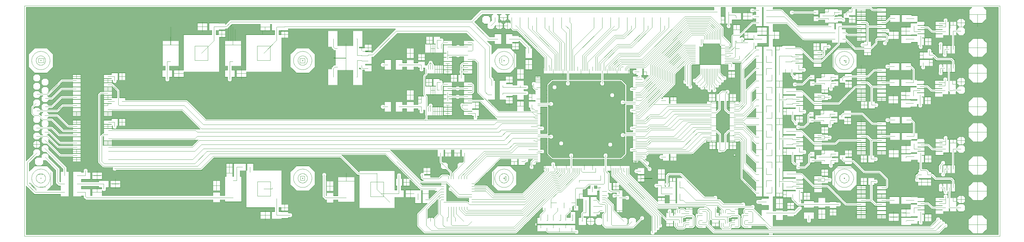
<source format=gtl>
*%FSLAX23Y23*%
*%MOIN*%
G01*
D11*
X4105Y6604D02*
X15837D01*
Y9379D02*
X4105D01*
Y6604D01*
X15837D02*
Y9379D01*
D12*
X10339Y7369D02*
X10220Y7250D01*
X8555Y9084D02*
X8385Y8914D01*
X8320Y8779D02*
X8555Y9014D01*
X6268Y8037D02*
X6091Y8214D01*
X6020Y8093D02*
X6149Y7964D01*
X7951Y7552D02*
X8103Y7400D01*
X8079Y7376D02*
X7927Y7528D01*
X8566Y9103D02*
X7278Y9104D01*
X13109Y6624D02*
X15818D01*
X15120Y6629D02*
X13109D01*
X15120D02*
X15818D01*
X15104Y6634D02*
X13109D01*
X15106D02*
X15120D01*
X15818D01*
X15514Y6639D02*
X15120D01*
X15628D02*
X15818D01*
X15508Y6644D02*
X15120D01*
X15634D02*
X15818D01*
X15504Y6649D02*
X15121D01*
X15638D02*
X15818D01*
X15498Y6654D02*
X15126D01*
X15644D02*
X15818D01*
X15494Y6659D02*
X15131D01*
X15648D02*
X15818D01*
X15488Y6664D02*
X15136D01*
X15654D02*
X15818D01*
X15484Y6669D02*
X15141D01*
X15658D02*
X15818D01*
X15478Y6674D02*
X15146D01*
X15664D02*
X15818D01*
X15474Y6679D02*
X15151D01*
X15668D02*
X15818D01*
X15460Y6684D02*
X15156D01*
X15460D02*
X15468D01*
X15674D02*
X15682D01*
X15818D01*
X15460Y6689D02*
X15161D01*
X15682D02*
X15818D01*
X15460Y6694D02*
X15166D01*
X15682D02*
X15818D01*
X15460Y6699D02*
X15171D01*
X15682D02*
X15818D01*
X15460Y6704D02*
X15176D01*
X15682D02*
X15818D01*
X15460Y6709D02*
X15198D01*
X15682D02*
X15818D01*
X15210Y6714D02*
X15202D01*
X15210D02*
X15460D01*
X15682D02*
X15818D01*
X15460Y6719D02*
X15210D01*
X15682D02*
X15818D01*
X15460Y6724D02*
X15210D01*
X15682D02*
X15818D01*
X15460Y6729D02*
X15210D01*
X15682D02*
X15818D01*
X14649Y6734D02*
X13109D01*
X14649D02*
X14771D01*
X14999D01*
X15210D02*
X15460D01*
X15682D02*
X15818D01*
X14649Y6739D02*
X13109D01*
X14771D02*
X15004D01*
X15210D02*
X15460D01*
X15682D02*
X15818D01*
X14649Y6744D02*
X13109D01*
X14771D02*
X14868D01*
X14902D02*
X15009D01*
X15210D02*
X15460D01*
X15682D02*
X15818D01*
X14649Y6749D02*
X13109D01*
X14771D02*
X14848D01*
X14860D01*
X14868D01*
X14902D02*
X14910D01*
X15014D01*
X15210D02*
X15460D01*
X15682D02*
X15818D01*
X14649Y6754D02*
X13109D01*
X14771D02*
X14848D01*
X14860D01*
X14910D02*
X15019D01*
X15202D02*
X15210D01*
X15460D01*
X15682D02*
X15818D01*
X14771Y6738D02*
X14649D01*
X14771Y6756D02*
X14848D01*
X15516Y6637D02*
X15626D01*
X15818Y6623D02*
X13109D01*
X11645Y6624D02*
X4125D01*
X11675D02*
X13054D01*
X8905Y6629D02*
X4125D01*
X8905D02*
X10030D01*
X11635D01*
X11642D01*
X11678D02*
X11685D01*
X12380D01*
X12420D01*
X12450D01*
X12860D01*
X12890D01*
X13030D01*
X13054D01*
X8905Y6634D02*
X4124D01*
X8905D02*
X8919D01*
X8921D02*
X10014D01*
X10016D02*
X10030D01*
X10385D01*
X10525D01*
X10555D01*
X10675D01*
X10705D01*
X10732D01*
X10760D02*
X11635D01*
X11685D02*
X12380D01*
X12394D01*
X12396D02*
X12420D01*
X12450D01*
X12860D01*
X12890D01*
X13030D01*
X13054D01*
X8905Y6639D02*
X4124D01*
X10030D02*
X10385D01*
X10399D01*
X10401D02*
X10525D01*
X10555D01*
X10675D01*
X10705D01*
X10720D01*
X10728D01*
X10762D02*
X10770D01*
X11635D01*
X11685D02*
X12380D01*
X8905Y6644D02*
X4124D01*
X10030D02*
X10375D01*
X10385D01*
X10770D02*
X11635D01*
X11685D02*
X12380D01*
X8904Y6649D02*
X4124D01*
X10031D02*
X10375D01*
X10385D01*
X10770D02*
X11635D01*
X11705D02*
X12379D01*
X8899Y6654D02*
X4124D01*
X10036D02*
X10375D01*
X10770D02*
X11635D01*
X11708D02*
X11715D01*
X12374D01*
X8894Y6659D02*
X4124D01*
X10041D02*
X10272D01*
X10347D01*
X10358D01*
X10375D01*
X10770D02*
X11635D01*
X11715D02*
X12369D01*
X8889Y6664D02*
X4124D01*
X10046D02*
X10272D01*
X10347D01*
X10358D01*
X10374D01*
X10770D02*
X11635D01*
X11715D02*
X12364D01*
X8884Y6669D02*
X4124D01*
X10051D02*
X10272D01*
X10770D02*
X11635D01*
X11642D01*
X11715D02*
X12359D01*
X8879Y6674D02*
X4124D01*
X10056D02*
X10272D01*
X10770D02*
X11645D01*
X11715D02*
X11945D01*
X12050D01*
X12354D01*
X8874Y6679D02*
X4124D01*
X10061D02*
X10272D01*
X10762D02*
X10770D01*
X11645D01*
X11735D02*
X11945D01*
X11959D01*
X11961D02*
X12034D01*
X12036D02*
X12050D01*
X12349D01*
X8869Y6684D02*
X4124D01*
X10066D02*
X10272D01*
X10758D02*
X11645D01*
X11738D02*
X11745D01*
X11945D01*
X12050D02*
X12344D01*
X8864Y6689D02*
X4124D01*
X10071D02*
X10272D01*
X10733D02*
X11080D01*
X11440D01*
X11645D01*
X11745D02*
X11945D01*
X12050D02*
X12339D01*
X8859Y6694D02*
X4124D01*
X10076D02*
X10272D01*
X10733D02*
X11080D01*
X11094D01*
X11096D02*
X11424D01*
X11426D02*
X11440D01*
X11645D01*
X11745D02*
X11944D01*
X12051D02*
X12059D01*
X12070D01*
X12083D01*
X12141D01*
X12157D01*
X12198D01*
X12219D01*
X12277D01*
X12301D01*
X12334D01*
X12406D02*
X12425D01*
X12455D01*
X12470D01*
X12489D01*
X12609D02*
X12620D01*
X12633D01*
X12691D01*
X12707D01*
X12748D01*
X12769D01*
X12827D01*
X12845D01*
X12851D01*
X12875D01*
X13015D01*
X13045D01*
X8854Y6699D02*
X4124D01*
X10081D02*
X10272D01*
X10733D02*
X11080D01*
X11440D02*
X11645D01*
X11745D02*
X11920D01*
X11939D01*
X12059D02*
X12070D01*
X12083D01*
X12136D01*
X12144D02*
X12157D01*
X12198D01*
X12211D01*
X12219D01*
X12219D02*
X12277D01*
X12301D01*
X12329D01*
X12401D02*
X12470D01*
X12484D01*
X12620D02*
X12633D01*
X12686D01*
X12694D02*
X12707D01*
X12748D01*
X12761D01*
X12769D01*
X12769D02*
X12827D01*
X12851D01*
X13044D01*
X8849Y6704D02*
X4124D01*
X10086D02*
X10272D01*
X10733D02*
X11080D01*
X11440D02*
X11645D01*
X11745D02*
X11920D01*
X11934D01*
X12149D02*
X12157D01*
X12167D01*
X12198D01*
X12206D01*
X12301D02*
X12324D01*
X12396D02*
X12470D01*
X12699D02*
X12707D01*
X12717D01*
X12748D01*
X12756D01*
X12851D02*
X13039D01*
X8825Y6709D02*
X4124D01*
X8825D02*
X8844D01*
X10091D02*
X10272D01*
X10733D02*
X11079D01*
X11441D02*
X11645D01*
X11765D02*
X11920D01*
X12157D02*
X12167D01*
X12198D01*
X12301D02*
X12319D01*
X12391D02*
X12470D01*
X12707D02*
X12717D01*
X12748D01*
X12851D02*
X13034D01*
X8825Y6714D02*
X4124D01*
X8825D02*
X8839D01*
X10096D02*
X10272D01*
X10733D02*
X11074D01*
X11446D02*
X11645D01*
X11768D02*
X11775D01*
X11822D01*
X11908D01*
X11915D01*
X12159D02*
X12167D01*
X12196D01*
X12301D02*
X12314D01*
X12386D02*
X12465D01*
X12709D02*
X12717D01*
X12746D01*
X12851D02*
X13029D01*
X8825Y6719D02*
X4124D01*
X10101D02*
X10272D01*
X10733D02*
X11050D01*
X11069D01*
X11451D02*
X11645D01*
X11775D02*
X11822D01*
X11908D01*
X11915D01*
X12167D02*
X12173D01*
X12191D01*
X12301D02*
X12309D01*
X12381D02*
X12458D01*
X12717D02*
X12723D01*
X12741D01*
X12851D02*
X13024D01*
X8825Y6724D02*
X4124D01*
X10106D02*
X10245D01*
X10272D01*
X10733D02*
X11050D01*
X11064D01*
X11456D02*
X11645D01*
X11775D02*
X11822D01*
X12173D02*
X12186D01*
X12376D02*
X12458D01*
X12465D01*
X12723D02*
X12736D01*
X12851D02*
X13019D01*
X8824Y6729D02*
X4124D01*
X10111D02*
X10245D01*
X10272D01*
X10733D02*
X10770D01*
X10862D01*
X11050D01*
X11461D02*
X11645D01*
X11775D02*
X11822D01*
X11908D02*
X11915D01*
X12167D02*
X12173D01*
X12174D02*
X12181D01*
X12458D02*
X12465D01*
X12717D02*
X12723D01*
X12724D02*
X12731D01*
X8819Y6734D02*
X4124D01*
X8819D02*
X8825D01*
X10116D02*
X10245D01*
X10733D02*
X10770D01*
X10862D01*
X11050D01*
X11466D02*
X11645D01*
X11775D02*
X11822D01*
X11908D02*
X11915D01*
X12458D02*
X12465D01*
X8824Y6739D02*
X4124D01*
X10121D02*
X10245D01*
X10733D02*
X10770D01*
X10862D02*
X10892D01*
X10940D02*
X10992D01*
X11040D02*
X11049D01*
X11471D02*
X11645D01*
X11775D02*
X11822D01*
X11908D02*
X11915D01*
X12361D02*
X12372D01*
X12458D02*
X12465D01*
X8825Y6744D02*
X4124D01*
X10126D02*
X10245D01*
X10631D02*
X10647D01*
X10658D01*
X10733D01*
X10770D01*
X10862D02*
X10887D01*
X10945D02*
X10987D01*
X11476D02*
X11645D01*
X11775D02*
X11822D01*
X11908D02*
X11915D01*
X12167D02*
X12173D01*
X12356D02*
X12372D01*
X12458D02*
X12465D01*
X12717D02*
X12723D01*
X8825Y6749D02*
X4124D01*
X10131D02*
X10245D01*
X10647D02*
X10658D01*
X10733D01*
X10770D01*
X10862D02*
X10882D01*
X10950D02*
X10982D01*
X11481D02*
X11645D01*
X11775D02*
X11822D01*
X11908D02*
X11915D01*
X12351D02*
X12372D01*
X12458D02*
X12465D01*
X8825Y6754D02*
X4124D01*
X10136D02*
X10245D01*
X10630D02*
X10647D01*
X10658D01*
X10733D01*
X10770D01*
X10862D02*
X10870D01*
X10877D01*
X10955D02*
X10962D01*
X10970D01*
X10977D01*
X11355D02*
X11362D01*
X11486D02*
X11645D01*
X11768D02*
X11775D01*
X11822D01*
X11908D02*
X11915D01*
X12167D02*
X12173D01*
X12350D02*
X12372D01*
X12458D02*
X12465D01*
X12717D02*
X12723D01*
X11915Y6722D02*
X11912D01*
X11915D02*
X11916D01*
X11920D01*
X12462D02*
X12465D01*
X12467D01*
X12470D01*
X12612Y6700D02*
X12620D01*
X12633D01*
X12685D01*
X12691D01*
X12769D02*
X12770D01*
X12827D01*
X12851D01*
X12302Y6726D02*
X12301D01*
X12059Y6700D02*
X12057D01*
X12059D02*
X12070D01*
X12083D01*
X12135D01*
X12141D01*
X12219D02*
X12220D01*
X12277D01*
X12301D01*
X12375Y6726D02*
X12458D01*
X11908Y6720D02*
X11822D01*
X11039Y6738D02*
X10993D01*
X10939D02*
X10893D01*
X10862D02*
X10770D01*
X10347Y6666D02*
X10344D01*
X10358D02*
X10372D01*
X10375D01*
X10272D02*
X10269D01*
X10272D02*
X10347D01*
X10620Y6756D02*
X10620D01*
X10630D01*
X10647D01*
X10633Y6742D02*
X10630D01*
X10633D02*
X10647D01*
X10658D02*
X10733D01*
Y6756D02*
X10658D01*
X11732Y6679D02*
X11735D01*
X11762Y6709D02*
X11765D01*
X11648Y6624D02*
X11645D01*
X11672D02*
X11675D01*
X11702Y6649D02*
X11705D01*
X10760Y6634D02*
X10758D01*
X13054Y6623D02*
X4125D01*
X12722Y6727D02*
X12723D01*
X12733D01*
X12717Y6712D02*
X12707D01*
X12173Y6727D02*
X12172D01*
X12173D02*
X12183D01*
X12167Y6712D02*
X12157D01*
X10525Y6644D02*
X10522D01*
X10672D02*
X10675D01*
X10385D02*
X10382D01*
X10405D02*
X10406D01*
X10720D02*
X10722D01*
X13012Y6689D02*
X13015D01*
X13027Y6639D02*
X13030D01*
X12758Y6702D02*
X12748D01*
X12758D02*
X12769D01*
X12772D01*
X12208D02*
X12198D01*
X12208D02*
X12219D01*
X12222D01*
X12857Y6639D02*
X12860D01*
X12845Y6689D02*
X12842D01*
X12420Y6639D02*
X12417D01*
X12422Y6689D02*
X12425D01*
X12380Y6639D02*
X12377D01*
X12147Y6702D02*
X12141D01*
X12147D02*
X12157D01*
X12691D02*
X12697D01*
X12707D01*
X10647Y6749D02*
X10615D01*
X10272Y6719D02*
X10270D01*
X10583Y6742D02*
X10647D01*
X10572D02*
X10569D01*
X10583Y6756D02*
X10647D01*
X10572D02*
X10569D01*
X10572D02*
X10508D01*
X10497D02*
X10494D01*
X10508Y6742D02*
X10572D01*
X10497D02*
X10494D01*
X10347D02*
X10272D01*
X10270D01*
X10272Y6756D02*
X10347D01*
X10272D02*
X10270D01*
X10358D02*
X10422D01*
X10347D02*
X10344D01*
X10358Y6742D02*
X10422D01*
X10347D02*
X10344D01*
X10433D02*
X10497D01*
X10422D02*
X10419D01*
X10433Y6756D02*
X10497D01*
X10422D02*
X10419D01*
X10647Y6754D02*
X10655D01*
X10647D02*
X10583D01*
X10572D01*
X10508D01*
X10497D01*
X10433D01*
X10422D01*
X10358D01*
X10347D01*
X10272D01*
X10647Y6749D02*
X10655D01*
X10647D02*
X10583D01*
X10572D01*
X10508D01*
X10497D01*
X10433D01*
X10422D01*
X10358D01*
X10347D01*
X10272D01*
X10647Y6744D02*
X10655D01*
X10647D02*
X10583D01*
X10572D01*
X10508D01*
X10497D01*
X10433D01*
X10422D01*
X10358D01*
X10347D01*
X10272D01*
X13109Y6639D02*
X15099D01*
X15111D01*
X15120D01*
X15181Y6709D02*
X15198D01*
X14649Y6729D02*
X13109D01*
X14649D02*
X14771D01*
X14994D01*
X14898Y6744D02*
X14872D01*
X11672Y6624D02*
X11648D01*
X10758Y6634D02*
X10732D01*
X8914Y6639D02*
X8905D01*
X8914D02*
X8926D01*
X10009D01*
X10021D01*
X10030D01*
X12380D02*
X12389D01*
X12401D01*
X12420D01*
X12450D01*
X12860D01*
X12890D01*
X13030D01*
X13054D01*
X10394Y6644D02*
X10385D01*
X10394D02*
X10405D01*
X10406D02*
X10525D01*
X10555D01*
X10675D01*
X10705D01*
X10720D01*
X11685Y6649D02*
X11702D01*
X10384Y6654D02*
X10375D01*
X11715Y6679D02*
X11732D01*
X10758Y6684D02*
X10733D01*
X11945D02*
X11954D01*
X11966D01*
X12029D01*
X12041D01*
X12050D01*
X12411Y6689D02*
X12425D01*
X12455D01*
X12494D01*
X12601D02*
X12620D01*
X12845D01*
X12875D01*
X13015D01*
X13045D01*
X13054D01*
X11089Y6699D02*
X11080D01*
X11089D02*
X11101D01*
X11419D01*
X11431D01*
X11440D01*
X12611D02*
X12620D01*
X12479Y6704D02*
X12470D01*
X11762Y6709D02*
X11745D01*
X11920D02*
X11929D01*
X8834Y6719D02*
X8825D01*
X11050Y6729D02*
X11059D01*
X12851D02*
X13014D01*
X10272Y6734D02*
X10245D01*
X11350Y6749D02*
X11359D01*
X10630Y6754D02*
X10621D01*
X10358Y6666D02*
X10347D01*
X10647Y6756D02*
X10658D01*
Y6742D02*
X10647D01*
X10644D01*
Y6756D02*
X10647D01*
X4125Y6623D02*
X4124D01*
X10647Y6756D02*
X10655D01*
Y6742D02*
X10647D01*
X10583D02*
X10572D01*
Y6756D02*
X10583D01*
X10508D02*
X10497D01*
Y6742D02*
X10508D01*
X10358D02*
X10347D01*
Y6756D02*
X10358D01*
X10422D02*
X10433D01*
Y6742D02*
X10422D01*
X4210Y8490D02*
Y8532D01*
Y8432D02*
Y8390D01*
Y8332D02*
Y8290D01*
Y8232D02*
Y8190D01*
Y8032D02*
Y7990D01*
Y7932D02*
Y7890D01*
Y7832D02*
Y7790D01*
Y7732D02*
Y7690D01*
Y7632D02*
Y7597D01*
X4229Y7530D02*
Y7480D01*
X4154Y8646D02*
Y8794D01*
X4124Y7206D02*
Y6623D01*
Y7206D02*
Y7210D01*
Y7212D01*
Y7511D02*
Y7512D01*
Y7517D01*
Y9360D01*
X4210Y8053D02*
Y8044D01*
X4212Y7124D02*
Y7122D01*
X4163Y7239D02*
Y7240D01*
Y7387D02*
Y7482D01*
Y7484D01*
X4185Y8069D02*
Y8078D01*
Y8090D01*
Y8153D01*
Y8165D01*
Y8174D01*
X4215Y8153D02*
Y8137D01*
X4210Y8532D02*
X4231Y8553D01*
Y8453D02*
X4210Y8432D01*
X4231Y8353D02*
X4210Y8332D01*
X4231Y8253D02*
X4210Y8232D01*
X4231Y8153D02*
X4215Y8137D01*
X4220Y8042D02*
X4210Y8032D01*
X4220Y8042D02*
X4222Y8044D01*
X4231Y7953D02*
X4210Y7932D01*
X4231Y7853D02*
X4210Y7832D01*
X4231Y7753D02*
X4210Y7732D01*
X4231Y7653D02*
X4210Y7632D01*
X4254Y7556D02*
X4229Y7530D01*
X4154Y8794D02*
X4228Y8868D01*
Y7452D02*
X4163Y7387D01*
X4124Y7511D02*
X4130Y7517D01*
X4182Y7569D01*
X4210Y7597D01*
X4196Y7517D02*
X4163Y7484D01*
X4196Y7517D02*
X4210Y7531D01*
X4229Y7550D01*
X4235Y7556D01*
X4248Y7569D01*
X4179Y8084D02*
X4185Y8090D01*
X4179Y8159D02*
X4185Y8165D01*
X4189Y8169D01*
X4194Y8174D01*
X4210Y8190D01*
X4215Y8153D02*
X4215Y8153D01*
X4215Y8153D02*
X4231Y8169D01*
X4231Y8469D02*
X4210Y8490D01*
Y8390D02*
X4231Y8369D01*
X4210Y8290D02*
X4231Y8269D01*
X4210Y7990D02*
X4231Y7969D01*
X4210Y7890D02*
X4231Y7869D01*
X4210Y7790D02*
X4231Y7769D01*
X4210Y7690D02*
X4231Y7669D01*
X4229Y7480D02*
X4254Y7454D01*
X4228Y8572D02*
X4154Y8646D01*
X4212Y7124D02*
X4219Y7118D01*
X4212Y7124D02*
X4182Y7154D01*
X4130Y7206D01*
X4220Y8042D02*
X4219Y8044D01*
X4215Y8048D01*
X4210Y8053D01*
X4210Y8053D01*
X4194Y8069D01*
X4189Y8074D01*
X4185Y8078D01*
X4179Y8084D01*
X4185Y8153D02*
X4179Y8159D01*
X4128Y7517D02*
X4124Y7512D01*
X4212Y7122D02*
X4224Y7111D01*
X4128Y7206D02*
X4124Y7210D01*
X13109Y6759D02*
X14649D01*
X14848D02*
X14860D01*
X14910D02*
X15024D01*
X15198D02*
X15460D01*
X15682D02*
X15818D01*
X14649Y6764D02*
X13109D01*
X14848D02*
X14860D01*
X14910D02*
X15029D01*
X15180D02*
X15460D01*
X15682D02*
X15818D01*
X13528Y6769D02*
X13109D01*
X13552D02*
X14649D01*
X14848D02*
X14860D01*
X14910D02*
X15034D01*
X15180D02*
X15460D01*
X15682D02*
X15818D01*
X13515Y6774D02*
X13109D01*
X13515D02*
X13522D01*
X13558D02*
X13565D01*
X14649D01*
X14848D02*
X14860D01*
X14910D02*
X15039D01*
X15180D02*
X15460D01*
X15682D02*
X15818D01*
X13515Y6779D02*
X13109D01*
X13565D02*
X14499D01*
X14621D01*
X14649D01*
X14848D02*
X14860D01*
X14910D02*
X14924D01*
X14936D01*
X15014D01*
X15044D01*
X15172D02*
X15180D01*
X15460D01*
X15682D02*
X15818D01*
X13515Y6784D02*
X13109D01*
X13565D02*
X14499D01*
X14621D01*
X14649D01*
X14848D02*
X14860D01*
X14910D02*
X14924D01*
X14936D01*
X15014D01*
X15049D01*
X15168D02*
X15460D01*
X15682D02*
X15818D01*
X13142Y6789D02*
X13109D01*
X13142D02*
X13228D01*
X13515D01*
X13565D02*
X14499D01*
X14621D02*
X14649D01*
X14924D02*
X14936D01*
X15014D02*
X15054D01*
X15150D02*
X15460D01*
X15682D02*
X15818D01*
X13142Y6794D02*
X13109D01*
X13142D02*
X13228D01*
X13515D01*
X13565D02*
X14499D01*
X14621D02*
X14649D01*
X14924D02*
X14936D01*
X15014D02*
X15059D01*
X15150D02*
X15460D01*
X15682D02*
X15818D01*
X13142Y6799D02*
X13109D01*
X13228D02*
X13515D01*
X13565D02*
X14499D01*
X14621D02*
X14649D01*
X14924D02*
X14936D01*
X15014D02*
X15064D01*
X15150D02*
X15460D01*
X15682D02*
X15818D01*
X13142Y6804D02*
X13109D01*
X13228D02*
X13479D01*
X13515D01*
X13565D02*
X13601D01*
X13652D01*
X13738D01*
X14499D01*
X14621D02*
X14649D01*
X14924D02*
X14936D01*
X15014D02*
X15069D01*
X15142D02*
X15150D01*
X15460D01*
X15682D02*
X15818D01*
X13142Y6809D02*
X13109D01*
X13228D02*
X13479D01*
X13515D01*
X13565D02*
X13601D01*
X13652D01*
X13738D01*
X14114D01*
X14226D01*
X14358D01*
X14470D01*
X14499D01*
X14621D02*
X14649D01*
X14924D02*
X14936D01*
X15014D02*
X15070D01*
X15138D02*
X15460D01*
X15682D02*
X15818D01*
X13142Y6814D02*
X13109D01*
X13228D02*
X13479D01*
X13601D02*
X13652D01*
X13738D02*
X14114D01*
X14226D01*
X14358D01*
X14470D01*
X14499D01*
X14621D02*
X14649D01*
X14924D02*
X14936D01*
X15014D02*
X15070D01*
X15120D02*
X15470D01*
X15672D02*
X15818D01*
X13142Y6819D02*
X13109D01*
X13228D02*
X13479D01*
X13601D02*
X13652D01*
X13738D02*
X14114D01*
X14226D02*
X14358D01*
X14470D02*
X14499D01*
X14621D02*
X14649D01*
X14924D02*
X14936D01*
X15014D02*
X15070D01*
X15120D02*
X15476D01*
X15666D02*
X15818D01*
X13142Y6824D02*
X13109D01*
X13228D02*
X13479D01*
X13601D02*
X13652D01*
X13738D02*
X14114D01*
X14226D02*
X14358D01*
X14470D02*
X14499D01*
X14621D02*
X14649D01*
X14924D02*
X14936D01*
X15014D02*
X15070D01*
X15120D02*
X15480D01*
X15662D02*
X15818D01*
X13142Y6829D02*
X13109D01*
X13228D02*
X13479D01*
X13601D02*
X13652D01*
X13738D02*
X14114D01*
X14226D02*
X14358D01*
X14470D02*
X14499D01*
X14621D02*
X14649D01*
X14924D02*
X14936D01*
X15014D02*
X15070D01*
X15078D01*
X15112D02*
X15120D01*
X15486D01*
X15656D02*
X15818D01*
X13142Y6834D02*
X13109D01*
X13228D02*
X13479D01*
X13601D02*
X13652D01*
X13738D02*
X14114D01*
X14226D02*
X14358D01*
X14470D02*
X14499D01*
X14621D02*
X14649D01*
X14762D01*
X14771D01*
X14846D01*
X14924D02*
X14936D01*
X15014D02*
X15082D01*
X15108D02*
X15490D01*
X15652D02*
X15818D01*
X13142Y6839D02*
X13109D01*
X13228D02*
X13277D01*
X13363D01*
X13479D01*
X13601D02*
X13652D01*
X13738D02*
X14114D01*
X14226D02*
X14358D01*
X14470D02*
X14499D01*
X14621D02*
X14649D01*
X14771D02*
X14846D01*
X14924D02*
X14936D01*
X15014D02*
X15496D01*
X15646D02*
X15818D01*
X13142Y6844D02*
X13109D01*
X13228D02*
X13277D01*
X13363D01*
X13479D01*
X13601D02*
X13652D01*
X13738D02*
X14114D01*
X14226D02*
X14358D01*
X14470D02*
X14499D01*
X14621D02*
X14649D01*
X14771D02*
X14846D01*
X14924D02*
X14936D01*
X15014D02*
X15500D01*
X15642D02*
X15818D01*
X13142Y6849D02*
X13109D01*
X13228D02*
X13277D01*
X13363D02*
X13479D01*
X13601D02*
X13652D01*
X13738D02*
X13787D01*
X13873D01*
X14114D01*
X14226D02*
X14358D01*
X14470D02*
X14499D01*
X14621D02*
X14649D01*
X14924D02*
X14936D01*
X15014D02*
X15506D01*
X15636D02*
X15818D01*
X13142Y6854D02*
X13109D01*
X13228D02*
X13277D01*
X13363D02*
X13479D01*
X13601D02*
X13652D01*
X13738D02*
X13787D01*
X13873D01*
X14114D01*
X14226D02*
X14358D01*
X14470D02*
X14499D01*
X14621D02*
X14649D01*
X14924D02*
X14936D01*
X15014D02*
X15510D01*
X15632D02*
X15818D01*
X13479Y6859D02*
X13382D01*
X13601D02*
X13652D01*
X13738D02*
X13787D01*
X13873D02*
X14114D01*
X14226D02*
X14358D01*
X14470D02*
X14499D01*
X14621D02*
X14649D01*
X14924D02*
X14936D01*
X15014D02*
X15516D01*
X15626D02*
X15818D01*
X13395Y6864D02*
X13388D01*
X13395D02*
X13479D01*
X13601D02*
X13652D01*
X13738D02*
X13787D01*
X13873D02*
X14114D01*
X14226D01*
X14358D01*
X14470D01*
X14499D01*
X14621D02*
X14649D01*
X14924D02*
X14936D01*
X15014D02*
X15818D01*
X13479Y6869D02*
X13395D01*
X13601D02*
X13652D01*
X13738D02*
X13787D01*
X13873D02*
X14114D01*
X14226D02*
X14358D01*
X14470D02*
X14499D01*
X14621D02*
X14649D01*
X14924D02*
X14933D01*
X15014D02*
X15061D01*
X15157D01*
X15818D01*
X13479Y6874D02*
X13395D01*
X13601D02*
X13652D01*
X13738D02*
X13787D01*
X13873D02*
X14114D01*
X14226D02*
X14358D01*
X14470D02*
X14499D01*
X14621D02*
X14649D01*
X14902D02*
X14924D01*
X14933D01*
X14936D02*
X15014D01*
X15061D01*
X15157D01*
X15818D01*
X13479Y6879D02*
X13400D01*
X13601D02*
X13652D01*
X13738D02*
X13787D01*
X13873D02*
X14114D01*
X14226D02*
X14358D01*
X14470D02*
X14499D01*
X14621D02*
X14649D01*
X14936D02*
X15014D01*
X15061D01*
X15157D02*
X15818D01*
X13479Y6884D02*
X13405D01*
X13601D02*
X13652D01*
X13738D02*
X13787D01*
X13873D02*
X14114D01*
X14226D02*
X14358D01*
X14470D02*
X14499D01*
X14621D01*
X14649D01*
X14933D02*
X15061D01*
X15157D02*
X15818D01*
X13479Y6889D02*
X13410D01*
X13601D02*
X13652D01*
X13738D02*
X13787D01*
X13873D02*
X14114D01*
X14226D02*
X14358D01*
X14470D02*
X14499D01*
X14621D01*
X14649D01*
X14933D02*
X15061D01*
X15157D02*
X15818D01*
X13479Y6894D02*
X13415D01*
X13601D02*
X13652D01*
X13738D02*
X13787D01*
X13873D02*
X14114D01*
X14226D02*
X14358D01*
X14470D02*
X14649D01*
X14933D02*
X15061D01*
X15157D02*
X15818D01*
X13479Y6899D02*
X13420D01*
X13479D02*
X13601D01*
X13652D01*
X13738D02*
X13787D01*
X13873D02*
X14114D01*
X14226D02*
X14358D01*
X14470D02*
X14649D01*
X14933D02*
X15061D01*
X15157D02*
X15224D01*
X15236D01*
X15314D01*
X15818D01*
X13479Y6904D02*
X13425D01*
X13479D02*
X13601D01*
X13652D01*
X13738D02*
X13787D01*
X13873D02*
X14114D01*
X14226D02*
X14358D01*
X14470D02*
X14649D01*
X14933D02*
X15061D01*
X15157D02*
X15224D01*
X15236D01*
X15314D01*
X15342D01*
X15400D02*
X15818D01*
X13652Y6909D02*
X13430D01*
X13738D02*
X13787D01*
X13873D02*
X14114D01*
X14226D02*
X14358D01*
X14470D02*
X14649D01*
X14933D02*
X15061D01*
X15224D02*
X15236D01*
X15314D02*
X15337D01*
X15405D02*
X15818D01*
X13142Y6914D02*
X13109D01*
X13228D02*
X13277D01*
X13435D02*
X13652D01*
X13738D02*
X13787D01*
X13873D02*
X14114D01*
X14226D01*
X14358D01*
X14470D01*
X14649D01*
X14933D02*
X15061D01*
X15224D02*
X15236D01*
X15314D02*
X15322D01*
X15332D01*
X15410D02*
X15420D01*
X15818D01*
X13142Y6919D02*
X13109D01*
X13228D02*
X13277D01*
X13363D02*
X13370D01*
X13442D02*
X13652D01*
X13738D02*
X13787D01*
X13873D02*
X14114D01*
X14226D02*
X14358D01*
X14470D02*
X14649D01*
X14933D02*
X15061D01*
X15224D02*
X15236D01*
X15314D02*
X15322D01*
X15420D02*
X15818D01*
X13142Y6924D02*
X13109D01*
X13142D02*
X13228D01*
X13277D01*
X13363D01*
X13375D01*
X13448D02*
X13455D01*
X13652D01*
X13738D02*
X13787D01*
X13873D02*
X14114D01*
X14226D02*
X14358D01*
X14470D02*
X14649D01*
X14848D02*
X14868D01*
X14900D01*
X14902D02*
X14933D01*
X15010D01*
X15061D01*
X15095D01*
X15125D01*
X15146D01*
X15225D02*
X15236D01*
X15314D02*
X15322D01*
X15420D02*
X15818D01*
X13142Y6929D02*
X13109D01*
X13142D02*
X13228D01*
X13277D01*
X13363D01*
X13380D01*
X13455D02*
X13652D01*
X13738D02*
X13787D01*
X13873D02*
X14114D01*
X14226D02*
X14358D01*
X14470D02*
X14649D01*
X14933D02*
X15010D01*
X15024D01*
X15026D02*
X15061D01*
X15225D02*
X15236D01*
X15314D02*
X15322D01*
X15420D02*
X15818D01*
X13142Y6934D02*
X13109D01*
X13142D02*
X13228D01*
X13277D01*
X13363D01*
X13385D01*
X13455D02*
X13652D01*
X13738D01*
X13787D01*
X13873D01*
X14114D01*
X14226D02*
X14358D01*
X14470D02*
X14649D01*
X14762D01*
X14933D02*
X15010D01*
X15420D02*
X15818D01*
X13142Y6939D02*
X13109D01*
X13228D02*
X13277D01*
X13363D02*
X13390D01*
X13455D02*
X13479D01*
X13601D01*
X13652D01*
X13738D01*
X13787D01*
X13873D01*
X14114D01*
X14226D02*
X14358D01*
X14470D02*
X14649D01*
X14762D01*
X14933D02*
X15010D01*
X15420D02*
X15818D01*
X13142Y6944D02*
X13109D01*
X13228D02*
X13277D01*
X13363D02*
X13395D01*
X13455D02*
X13479D01*
X13601D01*
X13652D01*
X13738D01*
X13787D01*
X13873D01*
X14114D01*
X14226D02*
X14358D01*
X14470D02*
X14762D01*
X14933D02*
X15009D01*
X15420D02*
X15818D01*
X13142Y6949D02*
X13109D01*
X13228D02*
X13277D01*
X13363D02*
X13400D01*
X13455D02*
X13479D01*
X13601D02*
X13652D01*
X13738D02*
X13787D01*
X13873D02*
X14114D01*
X14226D02*
X14358D01*
X14470D02*
X14762D01*
X14933D02*
X15004D01*
X15420D02*
X15818D01*
X14470Y6918D02*
X14358D01*
Y6910D02*
X14470D01*
Y6868D02*
X14358D01*
Y6860D02*
X14470D01*
Y6818D02*
X14358D01*
X14226Y6860D02*
X14114D01*
Y6818D02*
X14226D01*
Y6910D02*
X14114D01*
Y6868D02*
X14226D01*
Y6918D02*
X14114D01*
X14499Y6880D02*
X14621D01*
Y6788D02*
X14499D01*
X14649Y6930D02*
X14762D01*
Y6838D02*
X14649D01*
X14762D02*
X14771D01*
X14762Y6830D02*
X14649D01*
X14762Y6832D02*
X14771D01*
X14846D01*
Y6846D02*
X14771D01*
X15061Y6926D02*
X15095D01*
X15125D01*
X15146D01*
Y6922D02*
X15061D01*
Y6876D02*
X15157D01*
X14868Y6922D02*
X14848D01*
X14868D02*
X14902D01*
X14933D01*
X14924Y6876D02*
X14902D01*
X14924D02*
X14933D01*
X14900Y6926D02*
X14848D01*
X14900D02*
X14933D01*
X15236Y6906D02*
X15314D01*
X15224D02*
X15157D01*
X15347Y6900D02*
X15395D01*
X14924Y6872D02*
X14902D01*
X14860Y6786D02*
X14848D01*
X14860D02*
X14864D01*
X14906D02*
X14910D01*
X14924D01*
X14936Y6872D02*
X15014D01*
Y6786D02*
X14936D01*
X13601Y6948D02*
X13479D01*
Y6895D02*
X13601D01*
X13515Y6813D02*
X13479D01*
X13565D02*
X13601D01*
X13652Y6930D02*
X13738D01*
Y6810D02*
X13652D01*
X13787Y6946D02*
X13873D01*
Y6932D02*
X13787D01*
Y6856D02*
X13873D01*
X13363Y6922D02*
X13277D01*
Y6846D02*
X13363D01*
Y6936D02*
X13277D01*
X13228Y6938D02*
X13142D01*
X13440Y6919D02*
X13442D01*
X15224Y6944D02*
X15224D01*
X15010Y6934D02*
X15007D01*
X15224D02*
X15225D01*
X15234D02*
X15236D01*
X13370Y6859D02*
X13363D01*
X14514Y6834D02*
X14560D01*
X14606D01*
X14664Y6884D02*
X14710D01*
X14756D01*
X14975Y6829D02*
X15014D01*
X13830Y6894D02*
X13792D01*
X8825Y6759D02*
X4124D01*
X10141D02*
X10245D01*
X10733D02*
X10770D01*
X10862D02*
X10870D01*
X10962D02*
X10970D01*
X11362D02*
X11369D01*
X11491D02*
X11645D01*
X11765D02*
X11822D01*
X11908D02*
X11915D01*
X12167D02*
X12173D01*
X12350D02*
X12372D01*
X12458D02*
X12465D01*
X12717D02*
X12723D01*
X8825Y6764D02*
X4124D01*
X10146D02*
X10245D01*
X10733D02*
X10770D01*
X10862D02*
X10870D01*
X10962D02*
X10970D01*
X11362D02*
X11370D01*
X11496D02*
X11645D01*
X11765D02*
X11822D01*
X11908D02*
X11915D01*
X12167D02*
X12173D01*
X12350D02*
X12372D01*
X12458D02*
X12465D01*
X12717D02*
X12723D01*
X8825Y6769D02*
X4124D01*
X10151D02*
X10245D01*
X10733D02*
X10770D01*
X10862D02*
X10870D01*
X10962D02*
X10970D01*
X11362D02*
X11370D01*
X11501D02*
X11645D01*
X11765D02*
X11822D01*
X11908D02*
X11915D01*
X12167D02*
X12173D01*
X12350D02*
X12372D01*
X12458D02*
X12465D01*
X12717D02*
X12723D01*
X8825Y6774D02*
X4124D01*
X10156D02*
X10272D01*
X10733D02*
X10770D01*
X10862D02*
X10870D01*
X10962D02*
X10970D01*
X11362D02*
X11370D01*
X11506D02*
X11645D01*
X11765D02*
X11822D01*
X11908D02*
X11915D01*
X12167D02*
X12173D01*
X12350D02*
X12372D01*
X12458D02*
X12465D01*
X12717D02*
X12723D01*
X8825Y6779D02*
X4124D01*
X10161D02*
X10272D01*
X10733D02*
X10770D01*
X10862D02*
X10870D01*
X10962D02*
X10970D01*
X11362D02*
X11370D01*
X11462D02*
X11469D01*
X11511D02*
X11645D01*
X11765D02*
X11810D01*
X11822D01*
X11908D02*
X11915D01*
X12167D02*
X12173D01*
X12350D02*
X12372D01*
X12458D02*
X12465D01*
X12717D02*
X12723D01*
X8825Y6784D02*
X4124D01*
X10166D02*
X10272D01*
X10733D02*
X10770D01*
X10862D02*
X10870D01*
X10962D02*
X10970D01*
X11362D02*
X11370D01*
X11462D02*
X11474D01*
X11516D02*
X11645D01*
X11765D02*
X11810D01*
X11822D01*
X11908D02*
X11915D01*
X12167D02*
X12173D01*
X12350D02*
X12360D01*
X12372D01*
X12458D02*
X12465D01*
X12717D02*
X12723D01*
X8825Y6789D02*
X4124D01*
X10171D02*
X10272D01*
X10733D02*
X10770D01*
X10862D02*
X10870D01*
X10962D02*
X10970D01*
X11362D02*
X11370D01*
X11462D02*
X11479D01*
X11521D02*
X11645D01*
X11765D02*
X11810D01*
X12030D02*
X12044D01*
X12046D02*
X12059D01*
X12167D02*
X12173D01*
X12350D02*
X12360D01*
X12372D01*
X12458D02*
X12465D01*
X12580D02*
X12594D01*
X12596D02*
X12609D01*
X12717D02*
X12723D01*
X8825Y6794D02*
X4124D01*
X10176D02*
X10272D01*
X10733D02*
X10770D01*
X10862D02*
X10870D01*
X10962D02*
X10970D01*
X11362D02*
X11370D01*
X11462D02*
X11484D01*
X11526D02*
X11645D01*
X11765D02*
X11810D01*
X12028D02*
X12059D01*
X12167D02*
X12173D01*
X12352D02*
X12360D01*
X12578D02*
X12609D01*
X12717D02*
X12723D01*
X8825Y6799D02*
X4124D01*
X10181D02*
X10272D01*
X10733D02*
X10770D01*
X10862D02*
X10870D01*
X10962D02*
X10970D01*
X11362D02*
X11370D01*
X11462D02*
X11489D01*
X11548D02*
X11645D01*
X11765D02*
X11809D01*
X12028D02*
X12059D01*
X12167D02*
X12173D01*
X12578D02*
X12609D01*
X12717D02*
X12723D01*
X8825Y6804D02*
X4124D01*
X10186D02*
X10272D01*
X10733D02*
X10770D01*
X10862D02*
X10870D01*
X10962D02*
X10970D01*
X11362D02*
X11370D01*
X11462D02*
X11494D01*
X11552D02*
X11560D01*
X11645D01*
X11765D02*
X11804D01*
X12028D02*
X12059D01*
X12167D02*
X12173D01*
X12578D02*
X12609D01*
X12717D02*
X12723D01*
X6941Y6809D02*
X4124D01*
X6941D02*
X7061D01*
X7080D01*
X7200D01*
X8825D01*
X10191D02*
X10272D01*
X10733D02*
X10770D01*
X10862D02*
X10870D01*
X10962D02*
X10970D01*
X11362D02*
X11370D01*
X11462D02*
X11499D01*
X11560D02*
X11645D01*
X11765D02*
X11799D01*
X12028D02*
X12059D01*
X12167D02*
X12173D01*
X12578D02*
X12609D01*
X12717D02*
X12723D01*
X6941Y6814D02*
X4124D01*
X6941D02*
X7061D01*
X7080D01*
X7192D01*
X7200D01*
X7278D01*
X8825D01*
X10196D02*
X10272D01*
X10733D02*
X10770D01*
X10862D02*
X10870D01*
X10877D01*
X10955D02*
X10962D01*
X10970D01*
X10977D01*
X11355D02*
X11362D01*
X11370D01*
X11377D01*
X11455D02*
X11462D01*
X11504D01*
X11560D02*
X11645D01*
X11765D02*
X11794D01*
X12027D02*
X12059D01*
X12167D02*
X12173D01*
X12577D02*
X12609D01*
X6941Y6819D02*
X4124D01*
X7061D02*
X7080D01*
X7200D02*
X7278D01*
X8825D01*
X10201D02*
X10272D01*
X10733D02*
X10770D01*
X10862D02*
X10882D01*
X10950D02*
X10982D01*
X11350D02*
X11382D01*
X11450D02*
X11509D01*
X11560D02*
X11645D01*
X11765D02*
X11789D01*
X12027D02*
X12041D01*
X12049D01*
X12059D01*
X12062D02*
X12133D01*
X12577D02*
X12591D01*
X12599D01*
X12609D01*
X12612D02*
X12683D01*
X12717D02*
X12723D01*
X6941Y6824D02*
X4124D01*
X7061D02*
X7080D01*
X7278D02*
X8825D01*
X8955D02*
X8961D01*
X10206D02*
X10272D01*
X10733D02*
X10770D01*
X10862D02*
X10887D01*
X10945D02*
X10987D01*
X11345D02*
X11387D01*
X11445D02*
X11510D01*
X11560D02*
X11645D01*
X11765D02*
X11784D01*
X12062D02*
X12133D01*
X12167D02*
X12173D01*
X12612D02*
X12683D01*
X6941Y6829D02*
X4124D01*
X7061D02*
X7080D01*
X7278D02*
X8825D01*
X8955D02*
X8966D01*
X9014D02*
X9025D01*
X10211D02*
X10272D01*
X10733D02*
X10770D01*
X10862D02*
X10892D01*
X10940D02*
X10992D01*
X11040D02*
X11050D01*
X11340D02*
X11392D01*
X11440D02*
X11510D01*
X11560D02*
X11645D01*
X11765D02*
X11779D01*
X12062D02*
X12133D01*
X12612D02*
X12683D01*
X12717D02*
X12723D01*
X6941Y6834D02*
X4124D01*
X7061D02*
X7080D01*
X7312D02*
X8825D01*
X8955D02*
X9025D01*
X10216D02*
X10272D01*
X10300D01*
X10630D02*
X10647D01*
X10658D01*
X10673D01*
X10733D02*
X10770D01*
X10798D01*
X10832D02*
X10862D01*
X11050D01*
X11286D02*
X11510D01*
X11560D02*
X11645D01*
X11765D02*
X11774D01*
X12064D02*
X12133D01*
X12167D02*
X12173D01*
X12614D02*
X12683D01*
X12717D02*
X12723D01*
X6941Y6839D02*
X4124D01*
X7061D02*
X7080D01*
X7318D02*
X7325D01*
X8825D01*
X8955D02*
X9025D01*
X9039D01*
X10221D02*
X10272D01*
X10300D01*
X10630D02*
X10647D01*
X10658D01*
X10673D01*
X10733D02*
X10770D01*
X10798D01*
X10832D02*
X10862D01*
X10898D01*
X10912D01*
X10988D01*
X11050D01*
X11281D02*
X11510D01*
X11560D02*
X11645D01*
X11811D02*
X11822D01*
X6941Y6844D02*
X4124D01*
X7061D02*
X7080D01*
X7325D02*
X8825D01*
X8955D02*
X9044D01*
X10226D02*
X10300D01*
X10630D02*
X10673D01*
X10731D02*
X10798D01*
X10832D02*
X10898D01*
X10912D01*
X10988D01*
X11050D01*
X11276D02*
X11510D01*
X11518D01*
X11552D02*
X11560D01*
X11644D01*
X11806D02*
X11822D01*
X12167D02*
X12173D01*
X12717D02*
X12723D01*
X6941Y6849D02*
X4124D01*
X7061D02*
X7080D01*
X7325D02*
X8825D01*
X8955D02*
X9049D01*
X10231D02*
X10300D01*
X10630D02*
X10673D01*
X10731D02*
X10798D01*
X10898D02*
X10912D01*
X10988D02*
X11050D01*
X11271D02*
X11522D01*
X11548D02*
X11639D01*
X11801D02*
X11822D01*
X6941Y6854D02*
X4124D01*
X7061D02*
X7080D01*
X7325D02*
X8825D01*
X8955D02*
X9054D01*
X10236D02*
X10299D01*
X10631D02*
X10673D01*
X10731D02*
X10798D01*
X10898D02*
X10912D01*
X10988D02*
X11050D01*
X11266D02*
X11634D01*
X11796D02*
X11822D01*
X12167D02*
X12175D01*
X12717D02*
X12725D01*
X6941Y6859D02*
X4124D01*
X7061D02*
X7080D01*
X7325D02*
X8825D01*
X8955D02*
X9059D01*
X10241D02*
X10294D01*
X10300D01*
X10636D02*
X10673D01*
X10731D02*
X10798D01*
X10898D02*
X10912D01*
X10988D02*
X11049D01*
X11261D02*
X11629D01*
X11791D02*
X11822D01*
X11908D02*
X11915D01*
X12159D02*
X12167D01*
X12175D01*
X12458D02*
X12465D01*
X12709D02*
X12717D01*
X12725D01*
X12961D02*
X12969D01*
X6941Y6864D02*
X4124D01*
X7061D02*
X7080D01*
X7325D02*
X8824D01*
X8955D02*
X9064D01*
X10246D02*
X10299D01*
X10641D02*
X10673D01*
X10731D02*
X10798D01*
X10898D02*
X10912D01*
X11020D02*
X11044D01*
X11050D01*
X11256D02*
X11624D01*
X11786D02*
X11822D01*
X11908D02*
X11915D01*
X12157D02*
X12167D01*
X12175D01*
X12458D02*
X12465D01*
X12707D02*
X12717D01*
X12725D01*
X12956D02*
X12969D01*
X6941Y6869D02*
X4124D01*
X7061D02*
X7080D01*
X7325D02*
X8819D01*
X8825D01*
X8955D02*
X9069D01*
X10251D02*
X10300D01*
X10646D02*
X10673D01*
X10731D02*
X10798D01*
X10898D02*
X10912D01*
X11022D02*
X11030D01*
X11049D01*
X11251D02*
X11619D01*
X11781D02*
X11822D01*
X11908D02*
X11915D01*
X12149D02*
X12157D01*
X12167D01*
X12175D01*
X12458D02*
X12465D01*
X12699D02*
X12707D01*
X12717D01*
X12725D01*
X12951D02*
X12969D01*
X6941Y6874D02*
X4124D01*
X7061D02*
X7080D01*
X7325D02*
X8824D01*
X8955D02*
X9074D01*
X10256D02*
X10300D01*
X10651D02*
X10673D01*
X10731D02*
X10796D01*
X10898D02*
X10912D01*
X11030D02*
X11050D01*
X11246D02*
X11614D01*
X11776D02*
X11822D01*
X11908D02*
X11915D01*
X12144D02*
X12157D01*
X12175D01*
X12182D01*
X12458D02*
X12465D01*
X12694D02*
X12707D01*
X12725D01*
X12732D01*
X12946D02*
X12969D01*
X6941Y6879D02*
X4124D01*
X7061D02*
X7080D01*
X7318D02*
X7325D01*
X8825D01*
X8955D02*
X9075D01*
X10261D02*
X10300D01*
X10314D01*
X10656D02*
X10673D01*
X10731D02*
X10791D01*
X10798D01*
X10898D02*
X10912D01*
X11030D02*
X11050D01*
X11241D02*
X11609D01*
X11771D02*
X11822D01*
X11908D02*
X11915D01*
X12141D02*
X12157D01*
X12183D01*
X12458D02*
X12465D01*
X12691D02*
X12707D01*
X12733D01*
X12941D02*
X12969D01*
X6941Y6884D02*
X4124D01*
X7061D02*
X7080D01*
X7312D02*
X8825D01*
X8955D02*
X9075D01*
X10266D02*
X10319D01*
X10661D02*
X10673D01*
X10731D02*
X10796D01*
X10898D02*
X10912D01*
X11030D02*
X11050D01*
X11064D01*
X11236D02*
X11604D01*
X11766D02*
X11822D01*
X11908D02*
X11915D01*
X12141D02*
X12199D01*
X12458D02*
X12465D01*
X12691D02*
X12749D01*
X12936D02*
X12969D01*
X6941Y6889D02*
X4124D01*
X7061D02*
X7080D01*
X7278D02*
X8825D01*
X8839D01*
X8955D02*
X9075D01*
X10271D02*
X10324D01*
X10666D02*
X10673D01*
X10731D02*
X10798D01*
X10898D02*
X10912D01*
X11030D02*
X11069D01*
X11231D02*
X11297D01*
X11599D01*
X11761D02*
X11822D01*
X11840D01*
X11848D01*
X11882D02*
X11890D01*
X11908D01*
X11915D01*
X12141D02*
X12194D01*
X12200D01*
X12458D02*
X12465D01*
X12691D02*
X12744D01*
X12750D01*
X12931D02*
X12969D01*
X6941Y6894D02*
X4124D01*
X7061D02*
X7080D01*
X7278D02*
X8844D01*
X8955D02*
X9075D01*
X10276D02*
X10329D01*
X10731D02*
X10798D01*
X10806D01*
X10898D02*
X10912D01*
X11031D02*
X11070D01*
X11226D02*
X11297D01*
X11594D01*
X11756D02*
X11822D01*
X11840D01*
X11890D02*
X11908D01*
X11915D01*
X12141D02*
X12199D01*
X12432D02*
X12458D01*
X12465D01*
X12691D02*
X12749D01*
X12926D02*
X12969D01*
X6941Y6899D02*
X4124D01*
X7061D02*
X7080D01*
X7200D02*
X7278D01*
X8849D01*
X8955D02*
X9075D01*
X10281D02*
X10334D01*
X10731D02*
X10798D01*
X10808D01*
X10898D02*
X10912D01*
X11297D02*
X11589D01*
X11751D02*
X11840D01*
X11890D02*
X11915D01*
X12141D02*
X12200D01*
X12432D02*
X12458D01*
X12465D01*
X12691D02*
X12750D01*
X12921D02*
X12969D01*
X6941Y6904D02*
X4124D01*
X6941D02*
X7061D01*
X7080D01*
X7115D01*
X7165D02*
X7192D01*
X7200D01*
X7278D01*
X8854D01*
X8955D02*
X9075D01*
X10286D02*
X10339D01*
X10681D02*
X10731D01*
X10798D01*
X10808D01*
X10816D01*
X10898D02*
X10912D01*
X11216D02*
X11225D01*
X11297D02*
X11584D01*
X11746D02*
X11840D01*
X11890D02*
X11915D01*
X12141D02*
X12200D01*
X12432D02*
X12465D01*
X12691D02*
X12750D01*
X12916D02*
X12969D01*
X6941Y6909D02*
X4124D01*
X6941D02*
X7061D01*
X7080D01*
X7115D01*
X7165D02*
X7192D01*
X7200D01*
X7278D01*
X8859D01*
X8955D02*
X9075D01*
X10291D02*
X10336D01*
X10344D01*
X10680D02*
X10686D01*
X10694D01*
X10711D01*
X10731D01*
X10769D01*
X10808D01*
X10821D01*
X10898D02*
X10912D01*
X11211D02*
X11225D01*
X11297D02*
X11579D01*
X11741D02*
X11840D01*
X11890D02*
X11915D01*
X12141D02*
X12200D01*
X12432D02*
X12465D01*
X12691D02*
X12750D01*
X12911D02*
X12969D01*
X7115Y6914D02*
X4124D01*
X7165D02*
X7192D01*
X7278D02*
X8864D01*
X8955D02*
X9075D01*
X10296D02*
X10336D01*
X10349D01*
X10681D02*
X10694D01*
X10711D01*
X10769D01*
X10808D01*
X10822D01*
X10898D02*
X10912D01*
X11206D02*
X11225D01*
X11297D02*
X11574D01*
X11736D02*
X11840D01*
X11890D02*
X11915D01*
X12141D02*
X12199D01*
X12432D02*
X12465D01*
X12691D02*
X12749D01*
X12906D02*
X12969D01*
X7115Y6919D02*
X4124D01*
X7165D02*
X7192D01*
X7278D02*
X8869D01*
X8955D02*
X9075D01*
X10301D02*
X10336D01*
X10694D02*
X10711D01*
X10769D02*
X10822D01*
X10898D02*
X10912D01*
X11201D02*
X11225D01*
X11297D02*
X11569D01*
X11731D02*
X11840D01*
X11890D02*
X11915D01*
X12141D02*
X12194D01*
X12200D01*
X12432D02*
X12465D01*
X12691D02*
X12744D01*
X12750D01*
X12901D02*
X12969D01*
X7115Y6924D02*
X4124D01*
X7165D02*
X7192D01*
X7278D02*
X8874D01*
X8955D02*
X9075D01*
X10306D02*
X10336D01*
X10694D02*
X10711D01*
X10769D02*
X10822D01*
X10898D02*
X10912D01*
X11200D02*
X11225D01*
X11297D02*
X11564D01*
X11726D02*
X11840D01*
X11890D02*
X11915D01*
X12141D02*
X12199D01*
X12432D02*
X12465D01*
X12691D02*
X12749D01*
X12896D02*
X12969D01*
X7115Y6929D02*
X4124D01*
X7165D02*
X7192D01*
X7278D02*
X8879D01*
X8956D02*
X9075D01*
X10311D02*
X10336D01*
X10694D02*
X10711D01*
X10769D02*
X10822D01*
X10898D02*
X10912D01*
X11200D02*
X11225D01*
X11297D02*
X11559D01*
X11721D02*
X11840D01*
X11848D01*
X11882D02*
X11890D01*
X11915D01*
X11940D01*
X12141D02*
X12200D01*
X12432D02*
X12440D01*
X12465D01*
X12479D01*
X12691D02*
X12750D01*
X12891D02*
X12969D01*
X13054D01*
X7115Y6934D02*
X4124D01*
X7165D02*
X7192D01*
X7278D02*
X8884D01*
X8961D02*
X9075D01*
X10316D02*
X10336D01*
X10694D02*
X10711D01*
X10769D02*
X10822D01*
X10898D02*
X10912D01*
X11200D02*
X11225D01*
X11297D02*
X11554D01*
X12051D02*
X12059D01*
X12141D02*
X12200D01*
X12440D02*
X12465D01*
X12474D01*
X12691D02*
X12750D01*
X12886D02*
X12969D01*
X13054D01*
X7115Y6939D02*
X4124D01*
X7165D02*
X7192D01*
X7278D02*
X8132D01*
X8560D01*
X8889D01*
X8966D02*
X9075D01*
X10321D02*
X10336D01*
X10694D02*
X10711D01*
X10769D02*
X10822D01*
X10898D02*
X10912D01*
X11200D02*
X11225D01*
X11297D02*
X11549D01*
X12050D02*
X12059D01*
X12141D02*
X12200D01*
X12210D01*
X12440D02*
X12469D01*
X12691D02*
X12750D01*
X12760D01*
X12890D02*
X13054D01*
X6772Y6944D02*
X4124D01*
X6772D02*
X7115D01*
X7165D02*
X7192D01*
X7278D02*
X8132D01*
X8560D01*
X8894D01*
X8971D02*
X9075D01*
X10326D02*
X10336D01*
X10694D02*
X10711D01*
X10769D02*
X10822D01*
X10898D02*
X10912D01*
X11200D02*
X11225D01*
X11297D02*
X11544D01*
X12050D02*
X12059D01*
X12141D02*
X12210D01*
X12440D02*
X12464D01*
X12890D02*
X13054D01*
X6772Y6949D02*
X4124D01*
X6772D02*
X7115D01*
X7165D02*
X7192D01*
X7278D02*
X8132D01*
X8560D02*
X8899D01*
X8976D02*
X9075D01*
X10694D02*
X10711D01*
X10769D02*
X10822D01*
X10898D02*
X10912D01*
X11200D02*
X11225D01*
X11297D02*
X11539D01*
X11980D02*
X11994D01*
X11996D02*
X12034D01*
X12036D02*
X12050D01*
X12059D01*
X12141D02*
X12210D01*
X12219D01*
X12440D02*
X12459D01*
X12890D02*
X13054D01*
X7115Y6952D02*
X6772D01*
X7165D02*
X7192D01*
X8132Y6946D02*
X8560D01*
X11912Y6925D02*
X11915D01*
X11940D01*
X12027Y6801D02*
X12028D01*
X11940Y6925D02*
X11937D01*
X12462D02*
X12465D01*
X12483D01*
X12577Y6801D02*
X12578D01*
X12609Y6815D02*
X12612D01*
X12683D01*
Y6835D02*
X12615D01*
X12062Y6815D02*
X12059D01*
X12062D02*
X12133D01*
X12141Y6950D02*
X12059D01*
X12219D02*
X12225D01*
X12225D01*
X12280D01*
X12283D01*
X12133Y6835D02*
X12065D01*
X12432Y6892D02*
X12458D01*
X11840Y6888D02*
X11822D01*
X11840D02*
X11848D01*
X11882D02*
X11890D01*
X11908D01*
X9013Y6830D02*
X8967D01*
X11393D02*
X11439D01*
X11293D02*
X11290D01*
X11293D02*
X11339D01*
X11039D02*
X10993D01*
X10939D02*
X10893D01*
X10798D02*
X10770D01*
X10832D02*
X10862D01*
X11224Y6896D02*
X11225D01*
X11297D01*
X11070D02*
X11033D01*
X11070D02*
X11076D01*
X12969Y6925D02*
X13054D01*
X7061Y6902D02*
X6941D01*
Y6816D02*
X7061D01*
X7080Y6902D02*
X7115D01*
X7165D02*
X7192D01*
X7200D01*
X7192Y6816D02*
X7080D01*
X7192D02*
X7200D01*
Y6898D02*
X7278D01*
Y6820D02*
X7200D01*
Y6910D02*
X7192D01*
X7200D02*
X7278D01*
X10912Y6846D02*
X10988D01*
X10898D02*
X10832D01*
X10272Y6832D02*
X10269D01*
X10272D02*
X10300D01*
X10630D02*
X10647D01*
X10644D01*
X10658D02*
X10673D01*
X10731D02*
X10733D01*
X10350Y6915D02*
X10336D01*
X10711D02*
X10769D01*
X10680D02*
X10680D01*
X10680D02*
X10694D01*
X10680Y6900D02*
X10677D01*
X10680D02*
X10731D01*
Y6828D02*
X10733D01*
X12750Y6879D02*
X12754D01*
X12204D02*
X12200D01*
X11852Y6934D02*
X11850D01*
X11020Y6864D02*
X11018D01*
X7288Y6834D02*
X7284D01*
Y6884D02*
X7288D01*
X12723Y6836D02*
X12725D01*
X12730D01*
X12717Y6861D02*
X12707D01*
X12579Y6774D02*
X12578D01*
X12360Y6793D02*
X12351D01*
X12173Y6841D02*
X12171D01*
X12173D02*
X12175D01*
X12176D01*
X12167Y6861D02*
X12157D01*
X11976Y6934D02*
X11975D01*
X11976D02*
X11977D01*
X11979D01*
X12028Y6774D02*
X12029D01*
X10808Y6896D02*
X10798D01*
X10673Y6894D02*
X10671D01*
X12691Y6942D02*
X12750D01*
X12760D01*
X12767D01*
X10818Y6906D02*
X10808D01*
X10818D02*
X10822D01*
X12028Y6784D02*
X12030D01*
X12885Y6944D02*
X12888D01*
X12580Y6784D02*
X12578D01*
X12219Y6944D02*
X12219D01*
X12369Y6794D02*
X12372D01*
X11822Y6789D02*
X11819D01*
X11848Y6934D02*
X11852D01*
X11878D02*
X11882D01*
X11940D02*
X11944D01*
X12141Y6871D02*
X12147D01*
X12157D01*
X12691D02*
X12697D01*
X12707D01*
X12588Y6822D02*
X12577D01*
X12588D02*
X12598D01*
X12602D01*
X12609D01*
X12612D01*
X12465Y6856D02*
X12458D01*
X12038Y6822D02*
X12027D01*
X12038D02*
X12048D01*
X12052D01*
X12059D01*
X12062D01*
X11915Y6856D02*
X11908D01*
X7300Y6834D02*
X7288D01*
Y6884D02*
X7300D01*
X10242Y6764D02*
X10245D01*
X12609Y6796D02*
X12650D01*
X12100D02*
X12059D01*
X11865Y6759D02*
X11826D01*
X11297Y6914D02*
X11261D01*
X7001Y6859D02*
X6958D01*
X7001D02*
X7044D01*
X10245Y6769D02*
X10272D01*
X15180Y6759D02*
X15198D01*
X13552Y6769D02*
X13528D01*
X15150Y6784D02*
X15168D01*
X13228Y6799D02*
X13142D01*
X15120Y6809D02*
X15138D01*
X15108Y6834D02*
X15082D01*
X13142Y6859D02*
X13109D01*
X13228D02*
X13277D01*
X13363D02*
X13382D01*
X15516D02*
X15626D01*
X13142Y6909D02*
X13109D01*
X13228D02*
X13277D01*
X13228Y6919D02*
X13142D01*
X15010Y6934D02*
X15019D01*
X15031D01*
X15061D01*
X15225D02*
X15234D01*
X15314D02*
X15322D01*
X13738Y6949D02*
X13652D01*
X10272Y6764D02*
X10245D01*
X12030Y6784D02*
X12039D01*
X12051D01*
X12059D01*
X12580D02*
X12589D01*
X12601D01*
X12609D01*
X11819Y6789D02*
X11810D01*
X11908D02*
X11915D01*
X12360Y6794D02*
X12369D01*
X12458D02*
X12465D01*
X11548Y6799D02*
X11531D01*
X7288Y6834D02*
X7278D01*
X7288D02*
X7312D01*
X9025D02*
X9034D01*
X11522Y6849D02*
X11548D01*
X11018Y6864D02*
X10992D01*
X10309Y6874D02*
X10300D01*
X11050Y6879D02*
X11059D01*
X12188D02*
X12200D01*
X12738D02*
X12750D01*
X7288Y6884D02*
X7278D01*
X7288D02*
X7312D01*
X8825D02*
X8834D01*
X11716Y6934D02*
X11848D01*
X11852D02*
X11878D01*
X11882D02*
X11915D01*
X11940D01*
X12200D02*
X12209D01*
X12750D02*
X12759D01*
X11989Y6944D02*
X11980D01*
X11989D02*
X12001D01*
X12029D01*
X12041D01*
X12050D01*
X12210D02*
X12219D01*
X11945Y6925D02*
X11940D01*
X10658Y6832D02*
X10647D01*
X10272Y6769D02*
X10270D01*
X10265D01*
X4394Y7940D02*
Y7982D01*
X4310D02*
Y7940D01*
X4394Y7582D02*
Y7553D01*
X4310Y7552D02*
Y7556D01*
Y7582D01*
X4294Y8490D02*
Y8532D01*
X4394Y8482D02*
Y8440D01*
X4310D02*
Y8482D01*
X4294Y8432D02*
Y8390D01*
X4394Y8340D02*
Y8339D01*
Y8340D02*
Y8382D01*
X4310D02*
Y8340D01*
X4294Y8299D02*
Y8290D01*
Y8329D02*
Y8332D01*
X4394Y8249D02*
Y8240D01*
Y8279D02*
Y8282D01*
X4310D02*
Y8240D01*
X4294Y8232D02*
Y8190D01*
X4394Y8149D02*
Y8140D01*
Y8179D02*
Y8182D01*
X4310D02*
Y8140D01*
X4294Y8099D02*
Y8090D01*
Y8129D02*
Y8132D01*
X4394Y8044D02*
Y8040D01*
Y8074D02*
Y8082D01*
X4310D02*
Y8050D01*
X4294Y8024D02*
Y7990D01*
Y7894D02*
Y7890D01*
Y7924D02*
Y7932D01*
X4394Y7844D02*
Y7840D01*
Y7874D02*
Y7874D01*
Y7882D01*
X4310D02*
Y7840D01*
X4294Y7794D02*
Y7790D01*
Y7824D02*
Y7832D01*
X4394Y7774D02*
Y7741D01*
X4310Y7740D02*
Y7782D01*
X4294Y7732D02*
Y7690D01*
X4394Y7682D02*
Y7653D01*
X4310Y7640D02*
Y7682D01*
X4294Y7632D02*
Y7590D01*
X4331Y7519D02*
Y7480D01*
X4450Y8646D02*
Y8794D01*
Y7377D02*
Y7229D01*
X4450Y8149D02*
Y8158D01*
Y8249D02*
Y8258D01*
X4405Y8299D02*
Y8308D01*
X4315Y8003D02*
Y7994D01*
X4450Y8015D02*
Y8024D01*
X4295Y8065D02*
Y8074D01*
X4395Y7824D02*
Y7815D01*
X4415Y7865D02*
Y7874D01*
X4450Y7915D02*
Y7924D01*
X4394Y7940D02*
X4378Y7924D01*
X4315Y7987D02*
X4310Y7982D01*
X4315Y7987D02*
X4322Y7994D01*
X4323Y7995D01*
X4331Y7603D02*
X4310Y7582D01*
X4273Y8469D02*
X4294Y8490D01*
X4373Y8419D02*
X4394Y8440D01*
X4331Y8503D02*
X4310Y8482D01*
X4294Y8390D02*
X4273Y8369D01*
X4383Y8329D02*
X4394Y8340D01*
X4331Y8403D02*
X4310Y8382D01*
X4294Y8290D02*
X4273Y8269D01*
X4373Y8219D02*
X4394Y8240D01*
X4327Y8299D02*
X4310Y8282D01*
X4294Y8190D02*
X4273Y8169D01*
X4383Y8129D02*
X4394Y8140D01*
X4331Y8203D02*
X4310Y8182D01*
X4282Y8078D02*
X4278Y8074D01*
X4282Y8078D02*
X4294Y8090D01*
X4378Y8024D02*
X4394Y8040D01*
X4327Y8099D02*
X4310Y8082D01*
X4294Y7990D02*
X4273Y7969D01*
X4294Y7890D02*
X4273Y7869D01*
X4378Y7824D02*
X4382Y7828D01*
X4394Y7840D01*
X4322Y7894D02*
X4310Y7882D01*
X4294Y7790D02*
X4273Y7769D01*
X4373Y7719D02*
X4373Y7719D01*
X4310Y7782D02*
X4322Y7794D01*
X4294Y7690D02*
X4273Y7669D01*
X4310Y7682D02*
X4315Y7687D01*
X4327Y7699D01*
X4331Y7703D01*
X4278Y7574D02*
X4273Y7569D01*
X4278Y7574D02*
X4294Y7590D01*
X4331Y7480D02*
X4306Y7454D01*
X4376Y8572D02*
X4450Y8646D01*
Y7229D02*
X4379Y7157D01*
X4394Y7874D02*
X4394Y7874D01*
X4400Y7880D01*
X4429Y8024D02*
X4435Y8030D01*
X4429Y8179D02*
X4444Y8194D01*
X4450Y8200D01*
X4499Y8249D01*
X4441Y8149D02*
X4435Y8143D01*
X4441Y8149D02*
X4450Y8158D01*
X4456Y8164D01*
X4429Y8279D02*
X4444Y8294D01*
X4449Y8299D01*
X4450Y8300D01*
X4479Y8329D01*
X4441Y8249D02*
X4435Y8243D01*
X4441Y8249D02*
X4450Y8258D01*
X4456Y8264D01*
X4384Y8329D02*
X4394Y8339D01*
X4405Y8350D01*
X4419Y8364D01*
X4449Y8394D01*
X4458Y8403D01*
X4391Y8294D02*
X4390Y8293D01*
X4391Y8294D02*
X4394Y8297D01*
X4396Y8299D01*
X4405Y8308D01*
X4426Y8329D01*
X4461Y8364D01*
X4435Y7930D02*
X4429Y7924D01*
X4394Y7982D02*
X4382Y7994D01*
X4326Y7924D02*
X4310Y7940D01*
X4373Y7603D02*
X4394Y7582D01*
X4294Y8532D02*
X4273Y8553D01*
X4373Y8503D02*
X4394Y8482D01*
X4331Y8419D02*
X4310Y8440D01*
X4294Y8432D02*
X4273Y8453D01*
X4373Y8403D02*
X4394Y8382D01*
X4321Y8329D02*
X4310Y8340D01*
X4294Y8332D02*
X4273Y8353D01*
X4377Y8299D02*
X4394Y8282D01*
X4331Y8219D02*
X4310Y8240D01*
X4294Y8232D02*
X4273Y8253D01*
X4373Y8203D02*
X4394Y8182D01*
X4321Y8129D02*
X4310Y8140D01*
X4294Y8132D02*
X4273Y8153D01*
X4377Y8099D02*
X4394Y8082D01*
X4273Y7953D02*
X4294Y7932D01*
X4382Y7894D02*
X4394Y7882D01*
X4326Y7824D02*
X4310Y7840D01*
X4294Y7832D02*
X4273Y7853D01*
X4310Y7740D02*
X4331Y7719D01*
X4294Y7732D02*
X4273Y7753D01*
X4373Y7703D02*
X4394Y7682D01*
X4331Y7619D02*
X4310Y7640D01*
X4294Y7632D02*
X4273Y7653D01*
X4306Y7556D02*
X4310Y7552D01*
X4450Y8794D02*
X4376Y8868D01*
Y7452D02*
X4450Y7377D01*
X4471Y7664D02*
X4448Y7687D01*
X4441Y7694D01*
X4432Y7703D01*
X4421Y7714D01*
X4416Y7719D01*
X4395Y7740D01*
X4394Y7741D01*
X4391Y7744D01*
X4429Y7664D02*
X4474Y7619D01*
X4429Y7664D02*
X4406Y7687D01*
X4399Y7694D01*
X4394Y7699D01*
X4390Y7703D01*
X4379Y7714D01*
X4374Y7719D01*
X4373Y7719D01*
X4416Y7794D02*
X4466Y7744D01*
X4416Y7794D02*
X4407Y7803D01*
X4401Y7809D01*
X4395Y7815D01*
X4394Y7816D01*
X4391Y7819D01*
X4386Y7824D01*
X4382Y7828D01*
X4449Y7719D02*
X4454Y7714D01*
X4449Y7719D02*
X4424Y7744D01*
X4395Y7773D01*
X4394Y7774D01*
X4456Y7824D02*
X4441Y7839D01*
X4436Y7844D01*
X4421Y7859D01*
X4415Y7865D01*
X4406Y7874D01*
X4400Y7880D01*
X4444Y7794D02*
X4494Y7744D01*
X4444Y7794D02*
X4435Y7803D01*
X4429Y7809D01*
X4419Y7819D01*
X4415Y7823D01*
X4414Y7824D01*
X4399Y7839D01*
X4395Y7843D01*
X4394Y7844D01*
X4394Y7844D01*
X4471Y7994D02*
X4450Y8015D01*
X4441Y8024D01*
X4435Y8030D01*
X4450Y7973D02*
X4499Y7924D01*
X4450Y7973D02*
X4429Y7994D01*
X4428Y7519D02*
X4495Y7452D01*
X4428Y7519D02*
X4394Y7553D01*
X4449Y7432D02*
X4482Y7399D01*
X4449Y7432D02*
X4430Y7452D01*
X4394Y7487D01*
X4362Y7519D01*
X4453Y7594D02*
X4465Y7582D01*
X4453Y7594D02*
X4444Y7603D01*
X4428Y7619D01*
X4394Y7653D01*
X4417Y7564D02*
X4462Y7519D01*
X4417Y7564D02*
X4399Y7582D01*
X4394Y7587D01*
X4387Y7594D01*
X4378Y7603D01*
X4362Y7619D01*
X4435Y8143D02*
X4429Y8149D01*
X4435Y8243D02*
X4429Y8249D01*
X4390Y8293D02*
X4384Y8299D01*
X4450Y7915D02*
X4471Y7894D01*
X4450Y7915D02*
X4441Y7924D01*
X4435Y7930D01*
X4450Y7873D02*
X4479Y7844D01*
X4450Y7873D02*
X4449Y7874D01*
X4429Y7894D01*
X4310Y8050D02*
X4307Y8053D01*
X4295Y8065D01*
X4294Y8066D01*
X4291Y8069D01*
X4286Y8074D01*
X4282Y8078D01*
X4323Y7995D02*
X4324Y7994D01*
X4323Y7995D02*
X4315Y8003D01*
X4315Y8003D01*
X4310Y8008D01*
X4299Y8019D01*
X4295Y8023D01*
X4294Y8024D01*
X4294Y8024D01*
X11125Y7069D02*
X11183D01*
X11212D02*
X11225D01*
X11175Y7074D02*
X11135D01*
X11175D02*
X11182D01*
X11218D02*
X11225D01*
X11175Y7079D02*
X11135D01*
Y7084D02*
X11175D01*
Y7089D02*
X11135D01*
Y7094D02*
X11175D01*
Y7099D02*
X11135D01*
Y7104D02*
X11175D01*
Y7109D02*
X11135D01*
Y7114D02*
X11175D01*
X11182D01*
X11218D02*
X11225D01*
X11138Y7119D02*
X11122D01*
X11168D02*
X11183D01*
X11212D02*
X11225D01*
Y7077D02*
X11220D01*
Y7111D02*
X11225D01*
X11132Y7129D02*
X11130D01*
X11132D02*
X11135D01*
X13109Y6954D02*
X13142D01*
X13228D02*
X13277D01*
X13363D02*
X13405D01*
X13455D02*
X13479D01*
X13601D02*
X13652D01*
X13738D02*
X13787D01*
X13873D02*
X14114D01*
X14226D02*
X14358D01*
X14470D02*
X14762D01*
X14933D02*
X14999D01*
X15420D02*
X15818D01*
X13142Y6959D02*
X13109D01*
X13228D02*
X13277D01*
X13363D02*
X13405D01*
X13455D02*
X13479D01*
X13601D02*
X13652D01*
X13738D02*
X13787D01*
X13873D02*
X14114D01*
X14226D02*
X14358D01*
X14470D02*
X14762D01*
X14933D02*
X14994D01*
X15420D02*
X15818D01*
X13142Y6964D02*
X13109D01*
X13228D02*
X13277D01*
X13363D02*
X13393D01*
X13405D01*
X13412D01*
X13448D02*
X13455D01*
X13479D01*
X13912D02*
X13970D01*
X14114D01*
X14185D01*
X14226D01*
X14323D01*
X14358D01*
X14432D01*
X14470D01*
X14762D01*
X14933D02*
X14989D01*
X15420D02*
X15818D01*
X13142Y6969D02*
X13109D01*
X13228D02*
X13277D01*
X13363D02*
X13393D01*
X13406D01*
X13414D01*
X13442D02*
X13479D01*
X13918D02*
X13925D01*
X13970D01*
X13984D01*
X13986D02*
X14114D01*
X14226D02*
X14323D01*
X14336D01*
X14344D01*
X14358D01*
X14470D02*
X14762D01*
X14933D02*
X14984D01*
X15026D02*
X15061D01*
X15314D02*
X15322D01*
X15420D02*
X15818D01*
X13142Y6974D02*
X13109D01*
X13228D02*
X13277D01*
X13363D02*
X13393D01*
X13401D01*
X13925D02*
X13970D01*
X14226D02*
X14323D01*
X14331D01*
X14470D02*
X14762D01*
X14848D02*
X14870D01*
X14933D01*
X14979D01*
X15021D02*
X15061D01*
X15095D01*
X15146D01*
X15314D02*
X15322D01*
X15420D02*
X15818D01*
X13142Y6979D02*
X13109D01*
X13228D02*
X13277D01*
X13363D02*
X13393D01*
X13925D02*
X13970D01*
X14226D02*
X14323D01*
X14470D02*
X14762D01*
X14933D02*
X14974D01*
X15016D02*
X15061D01*
X15314D02*
X15322D01*
X15329D01*
X15413D02*
X15420D01*
X15818D01*
X13142Y6984D02*
X13109D01*
X13228D02*
X13277D01*
X13363D02*
X13391D01*
X13925D02*
X13969D01*
X14226D02*
X14321D01*
X14470D02*
X14762D01*
X15011D02*
X15061D01*
X15314D02*
X15334D01*
X15408D02*
X15818D01*
X13142Y6989D02*
X13109D01*
X13228D02*
X13277D01*
X13363D02*
X13386D01*
X13925D02*
X13964D01*
X14226D02*
X14316D01*
X14470D02*
X14510D01*
X14630D01*
X14649D01*
X14762D01*
X14769D01*
X14837D01*
X15006D02*
X15061D01*
X15314D02*
X15339D01*
X15403D02*
X15818D01*
X13142Y6994D02*
X13109D01*
X13228D02*
X13277D01*
X13363D02*
X13381D01*
X13925D02*
X13959D01*
X14226D02*
X14311D01*
X14470D02*
X14510D01*
X14630D01*
X14649D01*
X14762D01*
X14769D01*
X14837D01*
X15001D02*
X15061D01*
X15314D02*
X15344D01*
X15398D02*
X15818D01*
X13142Y6999D02*
X13109D01*
X13228D02*
X13277D01*
X13363D02*
X13376D01*
X13925D02*
X13954D01*
X14226D02*
X14306D01*
X14470D02*
X14510D01*
X14630D02*
X14649D01*
X14769D02*
X14837D01*
X14996D02*
X15061D01*
X15314D02*
X15818D01*
X13142Y7004D02*
X13109D01*
X13228D02*
X13277D01*
X13363D02*
X13371D01*
X13925D02*
X13949D01*
X14226D02*
X14301D01*
X14470D02*
X14510D01*
X14630D02*
X14649D01*
X14991D02*
X15061D01*
X15314D02*
X15342D01*
X15400D02*
X15818D01*
X13142Y7009D02*
X13109D01*
X13228D02*
X13277D01*
X13450D02*
X13479D01*
X13918D02*
X13925D01*
X13944D01*
X13986D02*
X14114D01*
X14226D02*
X14296D01*
X14344D02*
X14358D01*
X14470D02*
X14510D01*
X14630D02*
X14649D01*
X14990D02*
X15061D01*
X15314D02*
X15337D01*
X15405D02*
X15818D01*
X13142Y7014D02*
X13109D01*
X13228D02*
X13277D01*
X13361D01*
X13450D02*
X13479D01*
X13912D02*
X13939D01*
X13981D02*
X14114D01*
X14153D01*
X14226D01*
X14273D01*
X14291D01*
X14339D02*
X14358D01*
X14400D01*
X14432D01*
X14470D01*
X14510D01*
X14630D02*
X14649D01*
X14990D02*
X15061D01*
X15314D02*
X15322D01*
X15332D01*
X15410D02*
X15420D01*
X15818D01*
X13142Y7019D02*
X13109D01*
X13228D02*
X13277D01*
X13356D01*
X13450D02*
X13479D01*
X13601D02*
X13652D01*
X13738D02*
X13787D01*
X13873D02*
X13934D01*
X13976D02*
X14114D01*
X14226D02*
X14273D01*
X14286D01*
X14334D02*
X14358D01*
X14470D02*
X14510D01*
X14630D02*
X14649D01*
X14933D02*
X14974D01*
X14976D02*
X14990D01*
X15061D01*
X15314D02*
X15322D01*
X15420D02*
X15818D01*
X13142Y7024D02*
X13109D01*
X13228D02*
X13351D01*
X13450D02*
X13479D01*
X13601D02*
X13652D01*
X13738D02*
X13787D01*
X13873D01*
X13929D01*
X13971D02*
X14114D01*
X14329D02*
X14358D01*
X14630D02*
X14649D01*
X14848D02*
X14933D01*
X15061D01*
X15095D01*
X15115D01*
X15129D01*
X15131D02*
X15140D01*
X15146D01*
X15314D02*
X15322D01*
X15420D02*
X15818D01*
X13142Y7029D02*
X13109D01*
X13228D02*
X13328D01*
X13346D01*
X13450D02*
X13479D01*
X13601D02*
X13652D01*
X13738D02*
X13787D01*
X13873D01*
X13924D01*
X13966D02*
X14114D01*
X14324D02*
X14358D01*
X14630D02*
X14649D01*
X14924D02*
X14933D01*
X15061D01*
X15314D02*
X15322D01*
X15420D02*
X15818D01*
X13142Y7034D02*
X13109D01*
X13228D02*
X13328D01*
X13341D01*
X13450D02*
X13479D01*
X13601D01*
X13652D01*
X13738D02*
X13919D01*
X13961D02*
X14114D01*
X14319D02*
X14358D01*
X14630D02*
X14649D01*
X14933D02*
X15061D01*
X15314D02*
X15322D01*
X15420D02*
X15818D01*
X13142Y7039D02*
X13109D01*
X13228D02*
X13328D01*
X13336D01*
X13442D02*
X13450D01*
X13464D01*
X13476D01*
X13479D02*
X13554D01*
X13601D01*
X13652D01*
X13738D02*
X13914D01*
X13956D02*
X14114D01*
X14314D02*
X14358D01*
X14630D02*
X14649D01*
X14933D02*
X15061D01*
X15314D02*
X15322D01*
X15420D02*
X15514D01*
X15628D02*
X15818D01*
X13142Y7044D02*
X13109D01*
X13228D02*
X13328D01*
X13442D02*
X13464D01*
X13476D01*
X13554D01*
X13652D01*
X13738D02*
X13909D01*
X13951D02*
X14114D01*
X14309D02*
X14358D01*
X14630D02*
X14649D01*
X14933D02*
X15061D01*
X15314D02*
X15322D01*
X15420D02*
X15508D01*
X15634D02*
X15818D01*
X13142Y7049D02*
X13109D01*
X13228D02*
X13326D01*
X13464D02*
X13476D01*
X13554D02*
X13652D01*
X13738D02*
X13904D01*
X13946D02*
X14114D01*
X14307D02*
X14358D01*
X14630D02*
X14649D01*
X14933D02*
X15061D01*
X15314D02*
X15322D01*
X15420D02*
X15504D01*
X15638D02*
X15818D01*
X13142Y7054D02*
X13109D01*
X13228D02*
X13321D01*
X13328D01*
X13464D02*
X13476D01*
X13554D02*
X13652D01*
X13738D02*
X13899D01*
X13941D02*
X14114D01*
X14307D02*
X14358D01*
X14630D02*
X14649D01*
X14933D02*
X15061D01*
X15314D02*
X15322D01*
X15420D02*
X15498D01*
X15644D02*
X15818D01*
X13142Y7059D02*
X13109D01*
X13142D02*
X13228D01*
X13326D01*
X13464D02*
X13476D01*
X13554D02*
X13652D01*
X13738D02*
X13894D01*
X13936D02*
X14114D01*
X14226D02*
X14273D01*
X14307D02*
X14358D01*
X14470D02*
X14510D01*
X14630D02*
X14649D01*
X14933D02*
X15061D01*
X15314D02*
X15322D01*
X15420D02*
X15494D01*
X15648D02*
X15818D01*
X13142Y7064D02*
X13109D01*
X13142D02*
X13227D01*
X13228D02*
X13302D01*
X13313D01*
X13328D01*
X13464D02*
X13476D01*
X13554D02*
X13652D01*
X13738D02*
X13889D01*
X13931D02*
X14114D01*
X14153D01*
X14226D01*
X14273D01*
X14307D02*
X14358D01*
X14470D01*
X14510D01*
X14630D02*
X14649D01*
X14933D02*
X15061D01*
X15314D02*
X15322D01*
X15420D02*
X15488D01*
X15654D02*
X15818D01*
X13227Y7069D02*
X13109D01*
X13227D02*
X13302D01*
X13313D01*
X13328D01*
X13464D02*
X13476D01*
X13554D02*
X13652D01*
X13738D02*
X13884D01*
X13926D02*
X14114D01*
X14226D02*
X14273D01*
X14307D02*
X14358D01*
X14470D02*
X14510D01*
X14630D02*
X14649D01*
X14924D02*
X14933D01*
X15061D01*
X15245D02*
X15314D01*
X15322D01*
X15420D02*
X15484D01*
X15658D02*
X15818D01*
X13134Y7074D02*
X13109D01*
X13134D02*
X13146D01*
X13224D01*
X13464D02*
X13476D01*
X13554D02*
X13652D01*
X13738D01*
X13879D01*
X13921D02*
X14114D01*
X14226D02*
X14273D01*
X14307D02*
X14358D01*
X14470D02*
X14510D01*
X14630D02*
X14649D01*
X14848D02*
X15061D01*
X15146D01*
X15157D01*
X15245D02*
X15314D01*
X15322D01*
X15420D02*
X15478D01*
X15664D02*
X15818D01*
X13134Y7079D02*
X13109D01*
X13134D02*
X13146D01*
X13224D01*
X13464D02*
X13476D01*
X13554D02*
X13874D01*
X13916D02*
X14114D01*
X14226D02*
X14273D01*
X14307D02*
X14358D01*
X14470D02*
X14510D01*
X14630D02*
X14649D01*
X14769D02*
X14848D01*
X15061D01*
X15157D01*
X15245D02*
X15322D01*
X15329D01*
X15413D02*
X15420D01*
X15474D01*
X15668D02*
X15818D01*
X13146Y7084D02*
X13134D01*
X13464D02*
X13476D01*
X13554D02*
X13869D01*
X13911D02*
X14114D01*
X14226D02*
X14273D01*
X14307D02*
X14358D01*
X14470D02*
X14510D01*
X14630D01*
X14649D01*
X14762D01*
X14769D01*
X14848D01*
X15160D01*
X15245D02*
X15334D01*
X15408D02*
X15460D01*
X15468D01*
X15674D02*
X15682D01*
X15818D01*
X13146Y7089D02*
X13134D01*
X13464D02*
X13476D01*
X13554D02*
X13864D01*
X13906D02*
X14114D01*
X14226D02*
X14273D01*
X14307D02*
X14358D01*
X14470D02*
X14510D01*
X14630D01*
X14649D01*
X14769D01*
X15160D01*
X15245D02*
X15339D01*
X15403D02*
X15460D01*
X15682D02*
X15818D01*
X13146Y7094D02*
X13134D01*
X13464D02*
X13476D01*
X13554D02*
X13859D01*
X13901D02*
X14114D01*
X14226D02*
X14273D01*
X14307D02*
X14358D01*
X14470D02*
X15160D01*
X15245D02*
X15344D01*
X15398D02*
X15460D01*
X15682D02*
X15818D01*
X13146Y7099D02*
X13134D01*
X13464D02*
X13476D01*
X13554D02*
X13854D01*
X13896D02*
X14114D01*
X14226D02*
X14273D01*
X14307D02*
X14358D01*
X14470D02*
X15160D01*
X15245D02*
X15460D01*
X15682D02*
X15818D01*
X13146Y7104D02*
X13134D01*
X13464D02*
X13476D01*
X13554D02*
X13849D01*
X13891D02*
X14114D01*
X14226D02*
X14273D01*
X14307D02*
X14358D01*
X14470D02*
X15160D01*
X15168D01*
X15202D02*
X15210D01*
X15245D02*
X15460D01*
X15682D02*
X15818D01*
X13146Y7109D02*
X13134D01*
X13464D02*
X13476D01*
X13554D02*
X13844D01*
X13886D02*
X14114D01*
X14226D02*
X14273D01*
X14307D02*
X14358D01*
X14470D02*
X15168D01*
X15202D02*
X15215D01*
X15245D02*
X15460D01*
X15682D02*
X15818D01*
X13146Y7114D02*
X13134D01*
X13464D02*
X13476D01*
X13554D02*
X13839D01*
X13881D02*
X14114D01*
X14226D01*
X14273D01*
X14307D02*
X14358D01*
X14470D01*
X15160D01*
X15168D01*
X15202D02*
X15210D01*
X15245D02*
X15460D01*
X15682D02*
X15818D01*
X13146Y7119D02*
X13134D01*
X13464D02*
X13476D01*
X13554D02*
X13834D01*
X13876D02*
X14114D01*
X14226D02*
X14273D01*
X14307D02*
X14358D01*
X14470D02*
X15160D01*
X15245D02*
X15460D01*
X15682D02*
X15818D01*
X13146Y7124D02*
X13134D01*
X13464D02*
X13476D01*
X13554D02*
X13829D01*
X13871D02*
X14114D01*
X14226D02*
X14273D01*
X14307D02*
X14358D01*
X14470D02*
X15160D01*
X15245D02*
X15460D01*
X15682D02*
X15818D01*
X13146Y7129D02*
X13134D01*
X13464D02*
X13473D01*
X13554D02*
X13601D01*
X13697D01*
X13824D01*
X13866D02*
X14114D01*
X14226D02*
X14273D01*
X14307D02*
X14358D01*
X14470D02*
X15160D01*
X15245D02*
X15460D01*
X15682D02*
X15818D01*
X13146Y7134D02*
X13134D01*
X13442D02*
X13464D01*
X13473D01*
X13476D02*
X13554D01*
X13601D01*
X13697D01*
X13819D01*
X13861D02*
X14114D01*
X14226D02*
X14273D01*
X14307D02*
X14358D01*
X14470D02*
X15152D01*
X15160D01*
X15252D02*
X15298D01*
X15460D01*
X15682D02*
X15818D01*
X13146Y7139D02*
X13134D01*
X13476D02*
X13554D01*
X13601D01*
X13697D02*
X13814D01*
X13856D02*
X14114D01*
X14226D02*
X14273D01*
X14307D02*
X14358D01*
X14470D02*
X15152D01*
X15159D01*
X15252D02*
X15298D01*
X15460D01*
X15682D02*
X15818D01*
X13146Y7144D02*
X13134D01*
X13473D02*
X13601D01*
X13697D02*
X13809D01*
X13851D02*
X14114D01*
X14226D02*
X14273D01*
X14307D02*
X14358D01*
X14470D02*
X15102D01*
X15110D01*
X15140D02*
X15148D01*
X15298D02*
X15460D01*
X15682D02*
X15818D01*
X13464Y7132D02*
X13442D01*
Y7046D02*
X13464D01*
X13476Y7132D02*
X13554D01*
Y7046D02*
X13476D01*
X15114Y7141D02*
X15136D01*
X15149D02*
X15152D01*
X15157D01*
X15160D01*
X15210D02*
X15215D01*
X15245D02*
X15248D01*
X15249D02*
X15252D01*
X15298D01*
X13227Y7148D02*
X13224D01*
X13227D02*
X13302D01*
X13227Y7070D02*
X13224D01*
X13227D02*
X13302D01*
Y7148D02*
X13299D01*
X13313D02*
X13377D01*
X13302Y7070D02*
X13299D01*
X13313D02*
X13328D01*
X13442Y7136D02*
X13464D01*
X13473D01*
X13601D02*
X13697D01*
X13134Y7081D02*
X13109D01*
X13146D02*
X13224D01*
X14358Y7118D02*
X14470D01*
Y7110D02*
X14358D01*
Y7068D02*
X14470D01*
X14400Y7060D02*
X14358D01*
X14400D02*
X14470D01*
X14400Y7018D02*
X14358D01*
X14400D02*
X14470D01*
X14432Y7010D02*
X14358D01*
X14432D02*
X14470D01*
X14432Y6968D02*
X14358D01*
X14432D02*
X14470D01*
Y6960D02*
X14358D01*
X14226D02*
X14114D01*
Y7010D02*
X14185D01*
X14226D01*
X14185Y6968D02*
X14114D01*
X14185D02*
X14226D01*
X14153Y7060D02*
X14114D01*
X14153D02*
X14226D01*
X14153Y7018D02*
X14114D01*
X14153D02*
X14226D01*
Y7110D02*
X14114D01*
Y7068D02*
X14226D01*
Y7118D02*
X14114D01*
X14649Y7082D02*
X14762D01*
X14769D01*
X14762Y6996D02*
X14649D01*
X14762D02*
X14769D01*
X14630Y7082D02*
X14510D01*
Y6996D02*
X14630D01*
X14769Y7078D02*
X14848D01*
X14837Y7000D02*
X14769D01*
Y6988D02*
X14762D01*
X14769D02*
X14837D01*
X15157Y7067D02*
X15160D01*
X15164D01*
X15206D02*
X15210D01*
X15215D01*
X15245D02*
X15314D01*
X15095Y7022D02*
X15061D01*
X15095D02*
X15115D01*
X15146D01*
X15095Y6976D02*
X15061D01*
X15095D02*
X15146D01*
X15095Y6972D02*
X15061D01*
X15095D02*
X15125D01*
X15146D01*
X14900D02*
X14848D01*
X14900D02*
X14933D01*
X14870Y7022D02*
X14848D01*
X14870D02*
X14933D01*
X14870Y6976D02*
X14848D01*
X14870D02*
X14933D01*
X15061Y7072D02*
X15095D01*
X15140D01*
X15146D01*
X15157D01*
X15160D01*
X15095Y7026D02*
X15061D01*
X15095D02*
X15115D01*
X15127D01*
X15133D01*
X15140D01*
X15146D01*
X14848D02*
X14848D01*
X14848D02*
X14922D01*
X14848Y7072D02*
X14848D01*
X14848D02*
X14922D01*
X15347Y6996D02*
X15395D01*
Y7000D02*
X15347D01*
Y7096D02*
X15395D01*
X15516Y7037D02*
X15626D01*
X13601Y7030D02*
X13479D01*
X13787Y7022D02*
X13873D01*
X13362Y7012D02*
X13277D01*
X13228Y7058D02*
X13142D01*
X13884Y6964D02*
X13888D01*
Y7014D02*
X13884D01*
X13338Y7037D02*
X13328D01*
X13888Y6964D02*
X13900D01*
Y7014D02*
X13888D01*
X14226Y7022D02*
X14273D01*
Y7056D02*
X14226D01*
X14323Y6972D02*
X14333D01*
X14347D01*
X14358D01*
Y7006D02*
X14347D01*
X13403Y6972D02*
X13393D01*
X13403D02*
X13417D01*
X13479D01*
X13450Y7006D02*
X13450D01*
X13450D02*
X13479D01*
X14393Y7089D02*
X14414D01*
X14435D01*
X14170D02*
X14149D01*
X14170D02*
X14191D01*
X13185Y6998D02*
X13142D01*
X6772Y6954D02*
X4124D01*
X7278D02*
X8132D01*
X8560D02*
X8904D01*
X8981D02*
X9075D01*
X10694D02*
X10711D01*
X10769D02*
X10822D01*
X10898D02*
X10912D01*
X11200D02*
X11225D01*
X11297D02*
X11534D01*
X12440D02*
X12454D01*
X12890D02*
X13054D01*
X6772Y6959D02*
X4124D01*
X7278D02*
X8132D01*
X8560D02*
X8909D01*
X8986D02*
X9075D01*
X10694D02*
X10711D01*
X10769D02*
X10822D01*
X10898D02*
X10912D01*
X11200D02*
X11225D01*
X11297D02*
X11529D01*
X12440D02*
X12449D01*
X12890D02*
X13054D01*
X6772Y6964D02*
X4124D01*
X7278D02*
X8132D01*
X8560D02*
X8914D01*
X8991D02*
X9075D01*
X10694D02*
X10711D01*
X10769D02*
X10822D01*
X10898D02*
X10912D01*
X11200D02*
X11225D01*
X11297D02*
X11524D01*
X12890D02*
X13054D01*
X6772Y6969D02*
X4124D01*
X7278D02*
X8132D01*
X8560D02*
X8919D01*
X8996D02*
X9075D01*
X10769D02*
X10822D01*
X10898D02*
X10912D01*
X11200D02*
X11225D01*
X11297D02*
X11519D01*
X12890D02*
X12969D01*
X13054D01*
X6772Y6974D02*
X4124D01*
X7278D02*
X8132D01*
X8560D02*
X8924D01*
X9001D02*
X9075D01*
X10747D02*
X10769D01*
X10822D01*
X10898D02*
X10912D01*
X11201D02*
X11225D01*
X11297D02*
X11514D01*
X12890D02*
X12969D01*
X13054D01*
X6772Y6979D02*
X4124D01*
X7278D02*
X8132D01*
X8560D02*
X8929D01*
X9006D02*
X9075D01*
X10747D02*
X10769D01*
X10822D01*
X10898D02*
X10912D01*
X11200D02*
X11206D01*
X11225D01*
X11297D02*
X11509D01*
X12775D02*
X12840D01*
X12848D01*
X12882D02*
X12890D01*
X12969D01*
X6772Y6984D02*
X4124D01*
X7278D02*
X8132D01*
X8560D02*
X8934D01*
X9011D02*
X9075D01*
X10747D02*
X10822D01*
X10898D02*
X10912D01*
X11201D02*
X11225D01*
X11297D02*
X11504D01*
X12775D02*
X12852D01*
X12882D02*
X12969D01*
X6772Y6989D02*
X4124D01*
X7200D02*
X7278D01*
X8132D01*
X8560D02*
X8939D01*
X9016D02*
X9075D01*
X10747D02*
X10822D01*
X10898D02*
X10912D01*
X11200D02*
X11225D01*
X11297D02*
X11499D01*
X12775D02*
X12969D01*
X6772Y6994D02*
X4124D01*
X7200D02*
X7278D01*
X8132D01*
X8560D02*
X8802D01*
X8878D01*
X8892D01*
X8944D01*
X9021D02*
X9075D01*
X10747D02*
X10822D01*
X10898D02*
X10912D01*
X11200D02*
X11225D01*
X11297D02*
X11494D01*
X12775D02*
X12918D01*
X6772Y6999D02*
X4124D01*
X7200D02*
X7738D01*
X7822D01*
X8132D01*
X8560D02*
X8802D01*
X8878D01*
X8892D01*
X8949D01*
X9026D02*
X9075D01*
X10747D02*
X10822D01*
X10898D02*
X10912D01*
X11186D02*
X11200D01*
X11225D01*
X11297D02*
X11489D01*
X12775D02*
X12905D01*
X12912D01*
X6372Y7004D02*
X4124D01*
X6372D02*
X6458D01*
X6772D01*
X7200D02*
X7738D01*
X7822D01*
X8132D01*
X8560D02*
X8802D01*
X8878D02*
X8892D01*
X9031D02*
X9075D01*
X10747D02*
X10822D01*
X10898D02*
X10912D01*
X11181D02*
X11225D01*
X11297D02*
X11484D01*
X12775D02*
X12905D01*
X6372Y7009D02*
X4124D01*
X6372D02*
X6458D01*
X6772D01*
X7200D02*
X7738D01*
X7822D02*
X7876D01*
X8074D01*
X8132D01*
X8560D02*
X8802D01*
X8878D02*
X8892D01*
X9036D02*
X9075D01*
X10747D02*
X10822D01*
X10898D02*
X10912D01*
X11176D02*
X11225D01*
X11297D02*
X11479D01*
X11808D02*
X11862D01*
X11938D02*
X11952D01*
X12514D02*
X12725D01*
X12732D01*
X12768D02*
X12775D01*
X12905D01*
X6372Y7014D02*
X4124D01*
X6458D02*
X6516D01*
X6714D01*
X6772D01*
X7200D02*
X7738D01*
X7822D02*
X7876D01*
X8074D01*
X8132D01*
X8560D02*
X8802D01*
X8878D02*
X8892D01*
X9041D02*
X9075D01*
X10747D02*
X10822D01*
X10898D02*
X10912D01*
X11171D02*
X11225D01*
X11297D02*
X11474D01*
X11808D02*
X11862D01*
X11938D02*
X11952D01*
X12509D02*
X12738D01*
X12767D02*
X12905D01*
X6372Y7019D02*
X4124D01*
X6458D02*
X6516D01*
X6714D01*
X6772D01*
X7200D02*
X7738D01*
X7822D02*
X7876D01*
X8074D02*
X8132D01*
X8560D02*
X8802D01*
X8878D02*
X8892D01*
X9046D02*
X9075D01*
X10747D02*
X10822D01*
X10898D02*
X10912D01*
X11166D02*
X11225D01*
X11297D02*
X11469D01*
X11808D02*
X11862D01*
X11938D02*
X11952D01*
X12504D02*
X12905D01*
X6372Y7024D02*
X4124D01*
X6458D02*
X6516D01*
X6714D02*
X6772D01*
X7200D02*
X7738D01*
X7822D02*
X7876D01*
X8074D02*
X8132D01*
X8560D02*
X8802D01*
X8878D02*
X8892D01*
X9051D02*
X9075D01*
X10747D02*
X10822D01*
X10898D02*
X10912D01*
X11161D02*
X11225D01*
X11297D02*
X11464D01*
X11808D02*
X11862D01*
X11938D02*
X11952D01*
X12499D02*
X12905D01*
X6372Y7029D02*
X4124D01*
X6458D02*
X6516D01*
X6714D02*
X6772D01*
X7200D02*
X7738D01*
X7822D02*
X7876D01*
X8074D02*
X8132D01*
X8560D02*
X8802D01*
X8878D02*
X8892D01*
X9056D02*
X9075D01*
X10747D02*
X10822D01*
X10898D02*
X10912D01*
X11156D02*
X11225D01*
X11297D02*
X11459D01*
X11711D02*
X11722D01*
X11808D02*
X11862D01*
X11938D02*
X11952D01*
X12494D02*
X12905D01*
X6372Y7034D02*
X4124D01*
X6458D02*
X6516D01*
X6714D02*
X6772D01*
X7200D02*
X7738D01*
X7822D02*
X7876D01*
X8074D02*
X8132D01*
X8560D02*
X8802D01*
X8878D02*
X8892D01*
X9061D02*
X9075D01*
X9183D02*
X9410D01*
X9429D01*
X9431D02*
X9440D01*
X10747D02*
X10822D01*
X10898D02*
X10912D01*
X11151D02*
X11225D01*
X11297D02*
X11454D01*
X11706D02*
X11722D01*
X11808D02*
X11862D01*
X11938D02*
X11952D01*
X12489D02*
X12905D01*
X6372Y7039D02*
X4124D01*
X6458D02*
X6516D01*
X6714D02*
X6772D01*
X7200D02*
X7738D01*
X7822D02*
X7876D01*
X8074D02*
X8132D01*
X8560D02*
X8802D01*
X8878D02*
X8892D01*
X9066D02*
X9075D01*
X9183D02*
X9450D01*
X10747D02*
X10822D01*
X10898D02*
X10912D01*
X11009D02*
X11020D01*
X11146D02*
X11225D01*
X11297D02*
X11449D01*
X11701D02*
X11722D01*
X11808D02*
X11862D01*
X11938D02*
X11952D01*
X12484D02*
X12905D01*
X12912D01*
X4842Y7044D02*
X4124D01*
X6714D02*
X6772D01*
X7200D02*
X7738D01*
X7822D02*
X7876D01*
X8074D02*
X8132D01*
X8560D02*
X8802D01*
X8878D02*
X8892D01*
X9183D02*
X9450D01*
X10747D02*
X10822D01*
X10898D02*
X10912D01*
X11004D02*
X11020D01*
X11141D02*
X11225D01*
X11297D02*
X11342D01*
X11370D02*
X11444D01*
X11696D02*
X11722D01*
X11808D02*
X11862D01*
X11938D02*
X11952D01*
X12479D02*
X12918D01*
X4830Y7049D02*
X4124D01*
X4830D02*
X4838D01*
X6714D02*
X6772D01*
X7200D02*
X7707D01*
X7714D01*
X8074D02*
X8132D01*
X8560D02*
X8802D01*
X8878D02*
X8892D01*
X9183D02*
X9450D01*
X10747D02*
X10822D01*
X10898D02*
X10912D01*
X11003D02*
X11020D01*
X11136D02*
X11225D01*
X11297D02*
X11330D01*
X11338D01*
X11372D02*
X11380D01*
X11439D01*
X11691D02*
X11722D01*
X11808D02*
X11862D01*
X11938D02*
X11952D01*
X12477D02*
X12969D01*
X4830Y7054D02*
X4124D01*
X6714D02*
X6772D01*
X7200D02*
X7707D01*
X8074D02*
X8132D01*
X8560D02*
X8802D01*
X8878D02*
X8892D01*
X9183D02*
X9310D01*
X9320D01*
X9350D01*
X9450D01*
X10747D02*
X10822D01*
X10898D02*
X10912D01*
X11003D02*
X11020D01*
X11131D02*
X11225D01*
X11380D02*
X11434D01*
X11686D02*
X11722D01*
X11808D02*
X11862D01*
X11938D02*
X11952D01*
X12469D02*
X12477D01*
X12969D01*
X4828Y7059D02*
X4124D01*
X6714D02*
X6772D01*
X7200D02*
X7706D01*
X8074D02*
X8132D01*
X8560D02*
X8802D01*
X8878D02*
X8892D01*
X9183D02*
X9310D01*
X9320D01*
X9326D02*
X9350D01*
X9450D01*
X10898D02*
X10912D01*
X10989D02*
X11003D01*
X11020D01*
X11380D02*
X11429D01*
X11681D02*
X11722D01*
X11808D02*
X11862D01*
X11938D02*
X11952D01*
X12440D02*
X12456D01*
X12464D01*
X12477D01*
X12969D01*
X4815Y7064D02*
X4124D01*
X4815D02*
X4822D01*
X6714D02*
X6772D01*
X7200D02*
X7701D01*
X8074D02*
X8132D01*
X8560D02*
X8802D01*
X8878D02*
X8892D01*
X8968D02*
X8984D01*
X9183D02*
X9310D01*
X10898D02*
X10912D01*
X10988D02*
X11020D01*
X11380D02*
X11424D01*
X11676D02*
X11722D01*
X11808D02*
X11862D01*
X11938D02*
X11952D01*
X12440D02*
X12477D01*
X12969D01*
X13054D01*
X4815Y7069D02*
X4124D01*
X6714D02*
X6772D01*
X7200D02*
X7687D01*
X7694D01*
X8074D02*
X8132D01*
X8560D02*
X8670D01*
X8689D01*
X8802D01*
X8878D02*
X8892D01*
X8968D02*
X8989D01*
X9183D02*
X9310D01*
X10898D02*
X10912D01*
X10988D02*
X11020D01*
X11380D02*
X11419D01*
X11671D02*
X11722D01*
X11808D02*
X11862D01*
X11938D02*
X11952D01*
X12440D02*
X12969D01*
X13054D01*
X4540Y7074D02*
X4124D01*
X4540D02*
X4640D01*
X4690D01*
X4790D01*
X4815D01*
X6714D02*
X6772D01*
X7200D02*
X7687D01*
X8074D02*
X8132D01*
X8560D02*
X8670D01*
X8689D01*
X8802D01*
X8878D02*
X8892D01*
X8968D02*
X8994D01*
X9183D02*
X9309D01*
X10898D02*
X10912D01*
X10988D02*
X11020D01*
X11380D02*
X11414D01*
X11666D02*
X11722D01*
X11808D01*
X11862D01*
X11938D02*
X11952D01*
X12440D02*
X12902D01*
X12978D01*
X12992D01*
X13054D01*
X4540Y7079D02*
X4124D01*
X4540D02*
X4640D01*
X4690D01*
X4790D01*
X4815D01*
X6714D02*
X6772D01*
X7200D02*
X7687D01*
X8074D02*
X8132D01*
X8670D02*
X8689D01*
X8878D02*
X8892D01*
X8968D02*
X8999D01*
X9183D02*
X9304D01*
X10898D02*
X10912D01*
X10988D02*
X11020D01*
X11380D02*
X11409D01*
X11661D02*
X11722D01*
X11808D01*
X11862D01*
X11938D02*
X11952D01*
X12440D02*
X12902D01*
X12978D01*
X12992D01*
X13054D01*
X4540Y7084D02*
X4124D01*
X4640D02*
X4690D01*
X4790D02*
X4815D01*
X6714D02*
X6772D01*
X7200D02*
X7687D01*
X8074D02*
X8132D01*
X8670D02*
X8689D01*
X8878D02*
X8892D01*
X8968D02*
X9004D01*
X9183D02*
X9299D01*
X10822D02*
X10898D01*
X10912D01*
X10988D01*
X11020D01*
X11380D02*
X11404D01*
X11656D02*
X11722D01*
X11808D01*
X11862D01*
X11938D02*
X11952D01*
X12440D02*
X12902D01*
X12978D02*
X12992D01*
X4540Y7089D02*
X4124D01*
X4640D02*
X4690D01*
X4790D02*
X4815D01*
X6714D02*
X6772D01*
X7200D02*
X7687D01*
X8074D02*
X8132D01*
X8670D02*
X8689D01*
X8878D02*
X8892D01*
X8968D02*
X9009D01*
X9183D02*
X9294D01*
X10822D02*
X10874D01*
X10898D01*
X10912D01*
X10988D01*
X10996D01*
X11020D01*
X11297D02*
X11330D01*
X11338D01*
X11372D02*
X11380D01*
X11399D01*
X11651D02*
X11722D01*
X11808D02*
X11862D01*
X11938D02*
X11952D01*
X12284D02*
X12390D01*
X12398D01*
X12432D02*
X12440D01*
X12902D01*
X12978D02*
X12992D01*
X4540Y7094D02*
X4124D01*
X4640D02*
X4690D01*
X6714D02*
X6772D01*
X7200D02*
X7687D01*
X7822D02*
X7876D01*
X8074D02*
X8132D01*
X8670D02*
X8689D01*
X8878D02*
X8892D01*
X8968D02*
X9014D01*
X9183D02*
X9289D01*
X10822D02*
X10874D01*
X10996D01*
X11020D01*
X11297D02*
X11342D01*
X11368D02*
X11394D01*
X11646D02*
X11722D01*
X11808D02*
X11862D01*
X11938D02*
X11952D01*
X12279D02*
X12402D01*
X12432D02*
X12902D01*
X12978D02*
X12992D01*
X4540Y7099D02*
X4124D01*
X4640D02*
X4690D01*
X4900D02*
X4919D01*
X5039D02*
X6372D01*
X6458D02*
X6516D01*
X6714D02*
X6772D01*
X7200D02*
X7687D01*
X7822D02*
X7876D01*
X8074D02*
X8132D01*
X8670D02*
X8689D01*
X8878D02*
X8892D01*
X8968D02*
X9019D01*
X9183D02*
X9284D01*
X10822D02*
X10874D01*
X10996D02*
X11020D01*
X11297D02*
X11389D01*
X11641D02*
X11722D01*
X11938D02*
X11952D01*
X12274D02*
X12890D01*
X12902D01*
X12978D02*
X12992D01*
X4540Y7104D02*
X4124D01*
X4640D02*
X4690D01*
X4900D02*
X4919D01*
X5039D02*
X6372D01*
X6458D02*
X6516D01*
X6714D02*
X6772D01*
X7200D02*
X7687D01*
X7822D02*
X7876D01*
X8074D02*
X8132D01*
X8670D02*
X8689D01*
X8878D02*
X8892D01*
X8968D02*
X9024D01*
X9183D02*
X9279D01*
X10822D02*
X10874D01*
X10996D02*
X11020D01*
X11297D02*
X11384D01*
X11636D02*
X11722D01*
X11938D02*
X11952D01*
X12269D02*
X12890D01*
X12902D01*
X12978D02*
X12992D01*
X4540Y7109D02*
X4124D01*
X4640D02*
X4690D01*
X4900D02*
X4919D01*
X5039D02*
X6372D01*
X6458D02*
X6516D01*
X6714D02*
X6772D01*
X7200D02*
X7687D01*
X7822D02*
X7876D01*
X8074D02*
X8132D01*
X8670D02*
X8689D01*
X8878D02*
X8892D01*
X8968D02*
X9029D01*
X9183D02*
X9274D01*
X10822D02*
X10874D01*
X10996D02*
X11020D01*
X11297D02*
X11379D01*
X11631D02*
X11722D01*
X11938D02*
X11952D01*
X12264D02*
X12890D01*
X12978D02*
X12992D01*
X4212Y7114D02*
X4124D01*
X4212D02*
X4220D01*
X4640D02*
X4690D01*
X4900D02*
X4919D01*
X5039D02*
X6372D01*
X6458D02*
X6516D01*
X6714D02*
X6772D01*
X7200D02*
X7687D01*
X7822D02*
X7876D01*
X8074D02*
X8132D01*
X8670D02*
X8689D01*
X8878D02*
X8892D01*
X8968D02*
X9034D01*
X9183D02*
X9269D01*
X10822D02*
X10874D01*
X10996D02*
X11020D01*
X11297D02*
X11374D01*
X11626D02*
X11722D01*
X11938D02*
X11952D01*
X12259D02*
X12890D01*
X12978D02*
X12992D01*
X4212Y7119D02*
X4124D01*
X4640D02*
X4690D01*
X4900D02*
X4919D01*
X5039D02*
X6372D01*
X6458D02*
X6516D01*
X6714D02*
X6772D01*
X7200D02*
X7687D01*
X7822D02*
X7876D01*
X8074D02*
X8132D01*
X8670D02*
X8689D01*
X8878D02*
X8892D01*
X8968D02*
X9039D01*
X9183D02*
X9264D01*
X10822D02*
X10874D01*
X10996D02*
X11020D01*
X11125D02*
X11138D01*
X11168D02*
X11203D01*
X11225D01*
X11297D02*
X11369D01*
X11621D02*
X11722D01*
X11938D02*
X11952D01*
X12254D02*
X12889D01*
X12978D02*
X12992D01*
X4212Y7124D02*
X4124D01*
X4640D02*
X4690D01*
X4900D02*
X4919D01*
X5039D02*
X6372D01*
X6458D02*
X6516D01*
X6714D02*
X6772D01*
X7200D02*
X7687D01*
X7822D02*
X7876D01*
X8074D02*
X8132D01*
X8670D02*
X8689D01*
X8878D02*
X8892D01*
X8968D02*
X9044D01*
X9183D02*
X9259D01*
X10822D02*
X10874D01*
X10996D02*
X11020D01*
X11297D02*
X11364D01*
X11616D02*
X11722D01*
X11938D02*
X11952D01*
X12249D02*
X12884D01*
X12978D02*
X12992D01*
X4207Y7129D02*
X4124D01*
X4640D02*
X4690D01*
X4900D02*
X4919D01*
X5039D02*
X6372D01*
X6458D02*
X6516D01*
X6714D02*
X6772D01*
X7200D02*
X7687D01*
X7738D02*
X7822D01*
X7876D01*
X8074D02*
X8132D01*
X8670D02*
X8689D01*
X8878D02*
X8892D01*
X8968D02*
X9049D01*
X9183D02*
X9254D01*
X9756D02*
X10099D01*
X10822D02*
X10874D01*
X10996D02*
X11020D01*
X11297D02*
X11359D01*
X11611D02*
X11722D01*
X11938D02*
X11952D01*
X12244D02*
X12879D01*
X12978D02*
X12992D01*
X4202Y7134D02*
X4124D01*
X4640D02*
X4690D01*
X4900D02*
X4919D01*
X5039D02*
X6372D01*
X6458D02*
X6516D01*
X6714D02*
X6772D01*
X7200D02*
X7687D01*
X7738D02*
X7822D01*
X7876D01*
X8074D02*
X8132D01*
X8670D02*
X8689D01*
X8878D02*
X8892D01*
X8968D02*
X9054D01*
X9183D02*
X9249D01*
X9751D02*
X10104D01*
X10822D02*
X10874D01*
X10996D02*
X11020D01*
X11297D02*
X11354D01*
X11606D02*
X11722D01*
X11938D02*
X11952D01*
X12239D02*
X12874D01*
X12978D02*
X12992D01*
X4197Y7139D02*
X4124D01*
X4640D02*
X4690D01*
X4900D02*
X4919D01*
X5039D02*
X6372D01*
X6458D01*
X6516D01*
X6714D02*
X6772D01*
X7200D02*
X7687D01*
X7738D02*
X7822D01*
X7876D01*
X8074D02*
X8132D01*
X8670D02*
X8689D01*
X8878D02*
X8892D01*
X8968D02*
X9059D01*
X9183D02*
X9244D01*
X9746D02*
X10109D01*
X10822D02*
X10874D01*
X10996D02*
X11020D01*
X11297D02*
X11349D01*
X11601D02*
X11722D01*
X11938D02*
X11952D01*
X12234D02*
X12869D01*
X12978D02*
X12992D01*
X4192Y7144D02*
X4124D01*
X4640D02*
X4690D01*
X4900D02*
X4919D01*
X5039D02*
X6372D01*
X6458D01*
X6516D01*
X6714D02*
X6772D01*
X7200D02*
X7687D01*
X7738D02*
X7822D01*
X7876D01*
X8074D02*
X8132D01*
X8670D02*
X8689D01*
X8878D02*
X8892D01*
X8968D02*
X9064D01*
X9183D02*
X9239D01*
X9741D02*
X10114D01*
X10822D02*
X10874D01*
X10996D02*
X11020D01*
X11297D02*
X11344D01*
X11596D02*
X11722D01*
X11938D02*
X11952D01*
X12229D02*
X12864D01*
X12978D02*
X12992D01*
X6714Y7022D02*
X6516D01*
X7876Y7018D02*
X8074D01*
X12902Y7081D02*
X12978D01*
X12992D02*
X13054D01*
X8878Y7001D02*
X8802D01*
X8892D02*
X8951D01*
X4815Y7092D02*
X4790D01*
X11722Y7086D02*
X11808D01*
Y7072D02*
X11722D01*
X12969Y7060D02*
X13054D01*
Y6978D02*
X12969D01*
X7278Y6988D02*
X7200D01*
X7738Y7147D02*
X7822D01*
Y7128D02*
X7738D01*
Y7008D02*
X7822D01*
X8689Y7076D02*
X8802D01*
X8670D02*
X8560D01*
X10912Y7082D02*
X10988D01*
X10912Y6996D02*
X10908D01*
X10898Y7082D02*
X10822D01*
X10874Y7098D02*
X10996D01*
X10822Y7055D02*
X10747D01*
X10714Y6973D02*
X10711D01*
X10714D02*
X10717D01*
X10747D02*
X10769D01*
X10707Y6966D02*
X10694D01*
X12914Y6994D02*
X12918D01*
Y7044D02*
X12914D01*
X11370D02*
X11368D01*
X4842D02*
X4840D01*
X4224Y7111D02*
X4220D01*
X4224D02*
X4246D01*
X7716Y7045D02*
X7718D01*
X7738D01*
X11011Y7037D02*
X11020D01*
X7700Y7065D02*
X7698D01*
X4830Y7059D02*
X4828D01*
X10988Y7054D02*
X10994D01*
X4855Y7044D02*
X4852D01*
X4855D02*
X4868D01*
X12899Y7109D02*
X12902D01*
X12440Y6964D02*
X12438D01*
X12440D02*
X12444D01*
X9410Y7029D02*
X9407D01*
X9440D02*
X9445D01*
X9319Y7064D02*
X9317D01*
X9310D02*
X9307D01*
X11330Y7054D02*
X11332D01*
Y7084D02*
X11330D01*
X4235Y7111D02*
X4232D01*
X4235D02*
X4246D01*
X4540D01*
X12774Y6976D02*
X12775D01*
X12840D01*
X12844D01*
X11862Y7097D02*
X11808D01*
X12440Y7056D02*
X12440D01*
X12453D01*
X12467D01*
X12477D01*
X12517Y7006D02*
X12725D01*
X12730D01*
X7730Y7045D02*
X7727D01*
X7730D02*
X7738D01*
X7822D02*
X7876D01*
Y7091D02*
X7822D01*
X12287Y7086D02*
X12390D01*
X12394D01*
X12927Y6994D02*
X12930D01*
X12942D01*
X12930Y7044D02*
X12927D01*
X12930D02*
X12942D01*
X4979Y7134D02*
X4936D01*
X11862Y7039D02*
X11900D01*
X8749Y7119D02*
X8706D01*
X8749D02*
X8792D01*
X5022Y7134D02*
X4979D01*
X11121Y7064D02*
X11225D01*
X11122Y7069D02*
X11116D01*
X11188D02*
X11212D01*
X11135Y7074D02*
X11128D01*
Y7114D02*
X11135D01*
X11142Y7119D02*
X11168D01*
X11188D02*
X11203D01*
X11212D01*
X11180Y7124D02*
X11172D01*
X11180D02*
X11203D01*
X11225D01*
X11125Y7069D02*
X11122D01*
X11176Y7127D02*
X11180D01*
X11203D01*
X11225D01*
X11203D02*
X11200D01*
X11225Y7059D02*
X11126D01*
X13601Y6964D02*
X13652D01*
X13738D02*
X13787D01*
X13873D02*
X13888D01*
X13912D01*
X15031D02*
X15061D01*
X15314D02*
X15322D01*
X13442Y6969D02*
X13418D01*
X13970Y6974D02*
X13979D01*
X13991D01*
X14114D01*
X14933Y6984D02*
X14969D01*
X14114Y7004D02*
X13991D01*
X13652Y7014D02*
X13601D01*
X13738D02*
X13787D01*
X13873D02*
X13888D01*
X13912D01*
X14933D02*
X14969D01*
X14981D01*
X14990D01*
X14510Y7024D02*
X14470D01*
Y7054D02*
X14510D01*
X13738Y7069D02*
X13652D01*
X15172Y7109D02*
X15198D01*
X13313Y7148D02*
X13302D01*
Y7070D02*
X13313D01*
X14273Y7022D02*
X14283D01*
X11975Y6954D02*
X11966D01*
X11975D02*
X12059D01*
X12141D01*
X12219D01*
X12279D01*
X12852Y6984D02*
X12878D01*
X11200Y6994D02*
X11191D01*
X12918D02*
X12942D01*
X12969D01*
X11862Y7004D02*
X11808D01*
X11938D02*
X11952D01*
X6458Y7014D02*
X6372D01*
X12738D02*
X12762D01*
X9410Y7029D02*
X9183D01*
X9410D02*
X9424D01*
X9436D01*
X4868Y7044D02*
X4842D01*
X4868D02*
X6372D01*
X6458D02*
X6516D01*
X11342D02*
X11368D01*
X12918D02*
X12942D01*
X12969D01*
X11003Y7054D02*
X10994D01*
X11297D02*
X11330D01*
X8979Y7059D02*
X8968D01*
X9310Y7064D02*
X9319D01*
X9320D02*
X9331D01*
X9350D01*
X9450D01*
X4640Y7084D02*
X4540D01*
X4690D02*
X4780D01*
X4790D01*
X11297D02*
X11330D01*
X4919Y7094D02*
X4900D01*
X5039D02*
X6372D01*
X6458D02*
X6516D01*
X11342D02*
X11368D01*
X12402D02*
X12428D01*
X12890Y7109D02*
X12899D01*
X10094Y7124D02*
X9761D01*
X6458Y7134D02*
X6372D01*
X11122Y7119D02*
X11125D01*
X9440Y7029D02*
X9436D01*
X9320Y7064D02*
X9319D01*
X4540Y7284D02*
Y7384D01*
X4640D02*
Y7284D01*
X4540Y7211D02*
Y7184D01*
Y7257D02*
Y7284D01*
X4640D02*
Y7184D01*
X4540Y7111D02*
Y7084D01*
Y7157D02*
Y7184D01*
X4640D02*
Y7084D01*
X4528Y7394D02*
Y7398D01*
Y7420D01*
X4482Y7242D02*
Y7240D01*
Y7242D02*
Y7266D01*
X4613Y7410D02*
Y7412D01*
Y7436D01*
X4535Y8385D02*
Y8394D01*
X4540Y8485D02*
Y8494D01*
X4550Y8194D02*
Y8185D01*
X4535Y8285D02*
Y8294D01*
X4515Y8074D02*
Y8065D01*
Y8099D02*
Y8108D01*
X4505Y7818D02*
Y7809D01*
X4555Y7859D02*
Y7868D01*
X4615Y7914D02*
Y7923D01*
X4520Y7573D02*
Y7564D01*
X4495Y7664D02*
Y7673D01*
X4515Y7714D02*
Y7723D01*
X4502Y7224D02*
Y7222D01*
X4482Y7251D02*
Y7254D01*
Y7266D01*
Y7398D01*
Y7399D01*
X4528Y7266D02*
Y7264D01*
Y7266D02*
Y7398D01*
Y7409D01*
X4567Y7412D02*
Y7384D01*
Y7412D02*
Y7414D01*
X4613Y7412D02*
Y7384D01*
Y7412D02*
Y7424D01*
X4535Y7558D02*
X4541Y7564D01*
X4510Y7658D02*
X4516Y7664D01*
X4530Y7708D02*
X4536Y7714D01*
X4570Y7853D02*
X4576Y7859D01*
X4494Y8074D02*
X4500Y8080D01*
X4636Y7914D02*
X4630Y7908D01*
X4499Y8249D02*
X4514Y8264D01*
X4529Y8279D01*
X4535Y8285D01*
X4544Y8294D01*
X4549Y8299D01*
X4550Y8300D01*
X4471Y8179D02*
X4456Y8164D01*
X4471Y8179D02*
X4486Y8194D01*
X4535Y8243D01*
X4541Y8249D01*
X4550Y8258D01*
X4556Y8264D01*
X4479Y8329D02*
X4514Y8364D01*
X4535Y8385D01*
X4544Y8394D01*
X4550Y8400D01*
X4471Y8279D02*
X4456Y8264D01*
X4471Y8279D02*
X4486Y8294D01*
X4535Y8343D01*
X4556Y8364D01*
X4474Y8419D02*
X4458Y8403D01*
X4474Y8419D02*
X4519Y8464D01*
X4535Y8480D01*
X4540Y8485D01*
X4549Y8494D01*
X4555Y8500D01*
X4491Y8394D02*
X4461Y8364D01*
X4491Y8394D02*
X4535Y8438D01*
X4540Y8443D01*
X4561Y8464D01*
X4515Y8150D02*
X4494Y8129D01*
X4515Y8150D02*
X4529Y8164D01*
X4550Y8185D01*
X4559Y8194D01*
X4565Y8200D01*
X4506Y8099D02*
X4500Y8093D01*
X4506Y8099D02*
X4515Y8108D01*
X4536Y8129D01*
X4550Y8143D01*
X4571Y8164D01*
X4526Y7809D02*
X4520Y7803D01*
X4532Y7603D02*
X4541Y7594D01*
X4532Y7603D02*
X4520Y7615D01*
X4516Y7619D01*
X4515Y7620D01*
X4495Y7640D01*
X4471Y7664D01*
X4529Y7564D02*
X4535Y7558D01*
X4529Y7564D02*
X4520Y7573D01*
X4515Y7578D01*
X4511Y7582D01*
X4499Y7594D01*
X4495Y7598D01*
X4490Y7603D01*
X4474Y7619D01*
X4516Y7694D02*
X4515Y7695D01*
X4507Y7703D01*
X4505Y7705D01*
X4496Y7714D01*
X4495Y7715D01*
X4491Y7719D01*
X4466Y7744D01*
X4505Y7663D02*
X4510Y7658D01*
X4505Y7663D02*
X4504Y7664D01*
X4495Y7673D01*
X4481Y7687D01*
X4474Y7694D01*
X4465Y7703D01*
X4454Y7714D01*
X4515Y7765D02*
X4536Y7744D01*
X4515Y7765D02*
X4505Y7775D01*
X4486Y7794D01*
X4471Y7809D01*
X4456Y7824D01*
X4524Y7714D02*
X4530Y7708D01*
X4524Y7714D02*
X4519Y7719D01*
X4515Y7723D01*
X4505Y7733D01*
X4494Y7744D01*
X4576Y7889D02*
X4571Y7894D01*
X4555Y7910D01*
X4541Y7924D01*
X4471Y7994D01*
X4564Y7859D02*
X4570Y7853D01*
X4564Y7859D02*
X4555Y7868D01*
X4549Y7874D01*
X4534Y7889D01*
X4529Y7894D01*
X4499Y7924D01*
X4615Y7965D02*
X4636Y7944D01*
X4615Y7965D02*
X4536Y8044D01*
X4515Y8065D01*
X4506Y8074D01*
X4500Y8080D01*
X4624Y7914D02*
X4630Y7908D01*
X4624Y7914D02*
X4615Y7923D01*
X4594Y7944D01*
X4515Y8023D01*
X4494Y8044D01*
X4515Y7432D02*
X4521Y7425D01*
X4515Y7432D02*
X4495Y7452D01*
X4528Y7264D02*
X4535Y7257D01*
X4502Y7224D02*
X4509Y7218D01*
X4502Y7224D02*
X4495Y7231D01*
X4489Y7238D01*
X4606Y7440D02*
X4600Y7447D01*
X4595Y7452D01*
X4528Y7519D01*
X4520Y7527D01*
X4495Y7552D01*
X4483Y7564D01*
X4465Y7582D01*
X4549Y7432D02*
X4567Y7414D01*
X4549Y7432D02*
X4534Y7447D01*
X4530Y7452D01*
X4528Y7453D01*
X4520Y7461D01*
X4482Y7499D01*
X4462Y7519D01*
X4556Y8294D02*
X4550Y8300D01*
X4556Y8394D02*
X4550Y8400D01*
X4561Y8494D02*
X4555Y8500D01*
X4494Y8099D02*
X4500Y8093D01*
X4571Y8194D02*
X4565Y8200D01*
X4505Y7860D02*
X4526Y7839D01*
X4505Y7860D02*
X4471Y7894D01*
X4514Y7809D02*
X4520Y7803D01*
X4514Y7809D02*
X4505Y7818D01*
X4484Y7839D01*
X4479Y7844D01*
X4516Y7432D02*
X4528Y7420D01*
X4502Y7222D02*
X4514Y7211D01*
X4494Y7231D02*
X4482Y7242D01*
X4613Y7436D02*
X4602Y7447D01*
X13134Y7149D02*
X13146D01*
X13227D02*
X13302D01*
X13313D01*
X13377D01*
X13473D02*
X13601D01*
X13697D02*
X13804D01*
X13846D02*
X14114D01*
X14226D02*
X14273D01*
X14307D02*
X14358D01*
X14470D02*
X15102D01*
X15298D02*
X15460D01*
X15682D02*
X15818D01*
X13146Y7154D02*
X13134D01*
X13227D02*
X13302D01*
X13313D01*
X13377D01*
X13473D02*
X13601D01*
X13697D02*
X13799D01*
X13841D02*
X14114D01*
X14226D02*
X14273D01*
X14307D02*
X14358D01*
X14470D02*
X15102D01*
X15298D02*
X15460D01*
X15682D02*
X15818D01*
X13146Y7159D02*
X13134D01*
X13227D02*
X13302D01*
X13313D01*
X13377D01*
X13473D02*
X13601D01*
X13697D02*
X13794D01*
X13836D02*
X13888D01*
X14046D02*
X14114D01*
X14226D02*
X14273D01*
X14307D02*
X14358D01*
X14470D02*
X15102D01*
X15298D02*
X15460D01*
X15682D02*
X15818D01*
X13146Y7164D02*
X13134D01*
X13473D02*
X13601D01*
X13697D02*
X13789D01*
X13831D02*
X13883D01*
X14051D02*
X14114D01*
X14226D01*
X14273D01*
X14307D02*
X14358D01*
X14400D01*
X14470D01*
X14485D01*
X15102D01*
X15298D02*
X15460D01*
X15682D02*
X15818D01*
X13146Y7169D02*
X13134D01*
X13473D02*
X13601D01*
X13697D02*
X13784D01*
X13826D02*
X13878D01*
X14056D02*
X14114D01*
X14226D02*
X14273D01*
X14307D02*
X14358D01*
X14471D02*
X14485D01*
X15102D01*
X15298D02*
X15460D01*
X15682D02*
X15818D01*
X13146Y7174D02*
X13134D01*
X13473D02*
X13601D01*
X13697D02*
X13779D01*
X13821D02*
X13873D01*
X14061D02*
X14114D01*
X14226D02*
X14273D01*
X14307D02*
X14358D01*
X14485D02*
X14495D01*
X15102D01*
X15298D02*
X15460D01*
X15682D02*
X15818D01*
X13146Y7179D02*
X13134D01*
X13473D02*
X13601D01*
X13697D02*
X13774D01*
X13816D02*
X13868D01*
X14066D02*
X14114D01*
X14226D02*
X14273D01*
X14307D02*
X14358D01*
X14485D02*
X14495D01*
X15102D01*
X15298D02*
X15460D01*
X15682D02*
X15818D01*
X13146Y7184D02*
X13134D01*
X13388D02*
X13408D01*
X13440D01*
X13442D02*
X13473D01*
X13580D01*
X13601D01*
X13635D01*
X13665D01*
X13690D01*
X13697D01*
X13720D01*
X13769D01*
X13811D02*
X13863D01*
X14071D02*
X14114D01*
X14226D02*
X14273D01*
X14307D02*
X14358D01*
X14495D02*
X15102D01*
X15298D02*
X15460D01*
X15682D02*
X15818D01*
X13146Y7189D02*
X13134D01*
X13473D02*
X13580D01*
X13594D01*
X13697D02*
X13720D01*
X13764D01*
X13806D02*
X13858D01*
X14076D02*
X14114D01*
X14226D02*
X14273D01*
X14307D02*
X14358D01*
X14495D02*
X15102D01*
X15298D02*
X15460D01*
X15682D02*
X15818D01*
X13146Y7194D02*
X13134D01*
X13473D02*
X13580D01*
X13801D02*
X13853D01*
X14081D02*
X14114D01*
X14226D02*
X14273D01*
X14307D02*
X14358D01*
X14496D02*
X15102D01*
X15298D02*
X15460D01*
X15682D02*
X15818D01*
X13146Y7199D02*
X13134D01*
X13473D02*
X13580D01*
X13796D02*
X13848D01*
X14086D02*
X14114D01*
X14226D02*
X14273D01*
X14307D02*
X14358D01*
X14495D02*
X14501D01*
X15102D01*
X15298D02*
X15460D01*
X15682D02*
X15818D01*
X13146Y7204D02*
X13134D01*
X13473D02*
X13579D01*
X13791D02*
X13843D01*
X14091D02*
X14114D01*
X14226D02*
X14273D01*
X14307D02*
X14358D01*
X14496D02*
X15102D01*
X15298D02*
X15460D01*
X15682D02*
X15818D01*
X13146Y7209D02*
X13134D01*
X13473D02*
X13574D01*
X13786D02*
X13838D01*
X14096D02*
X14114D01*
X14226D02*
X14273D01*
X14307D02*
X14358D01*
X14495D02*
X14852D01*
X14927D01*
X14938D01*
X15013D01*
X15102D01*
X15298D02*
X15460D01*
X15682D02*
X15818D01*
X13146Y7214D02*
X13134D01*
X13473D02*
X13569D01*
X13781D02*
X13833D01*
X14101D02*
X14114D01*
X14162D01*
X14226D01*
X14238D01*
X14252D01*
X14273D01*
X14307D02*
X14328D01*
X14358D01*
X14465D01*
X14495D02*
X14852D01*
X14927D01*
X14938D01*
X15013D01*
X15102D01*
X15298D02*
X15470D01*
X15672D02*
X15818D01*
X13146Y7219D02*
X13134D01*
X13473D02*
X13564D01*
X13780D02*
X13818D01*
X13828D01*
X14106D02*
X14114D01*
X14116D02*
X14162D01*
X14226D01*
X14238D01*
X14252D01*
X14273D01*
X14307D02*
X14328D01*
X14358D01*
X14465D01*
X14495D02*
X14852D01*
X15013D02*
X15102D01*
X15298D02*
X15476D01*
X15666D02*
X15818D01*
X13146Y7224D02*
X13134D01*
X13473D02*
X13559D01*
X13780D02*
X13818D01*
X14116D02*
X14162D01*
X14238D02*
X14252D01*
X14328D02*
X14465D01*
X14495D02*
X14852D01*
X15013D02*
X15102D01*
X15298D02*
X15480D01*
X15662D02*
X15818D01*
X13146Y7229D02*
X13134D01*
X13473D02*
X13554D01*
X13697D02*
X13720D01*
X13764D01*
X13766D02*
X13780D01*
X13818D01*
X14116D02*
X14162D01*
X14238D02*
X14252D01*
X14328D02*
X14465D01*
X14495D02*
X14852D01*
X15013D02*
X15102D01*
X15298D02*
X15486D01*
X15656D02*
X15818D01*
X13146Y7234D02*
X13134D01*
X13388D02*
X13440D01*
X13473D01*
X13549D01*
X13591D02*
X13601D01*
X13635D01*
X13665D01*
X13697D01*
X13818D01*
X14116D02*
X14162D01*
X14238D02*
X14252D01*
X14328D02*
X14465D01*
X14495D02*
X14852D01*
X15013D02*
X15102D01*
X15110D01*
X15140D02*
X15148D01*
X15298D02*
X15490D01*
X15652D02*
X15818D01*
X13146Y7239D02*
X13134D01*
X13473D02*
X13544D01*
X13586D02*
X13601D01*
X13697D02*
X13715D01*
X13745D01*
X13773D01*
X13818D01*
X14116D02*
X14162D01*
X14238D02*
X14252D01*
X14362D02*
X14465D01*
X14495D02*
X14852D01*
X15013D02*
X15152D01*
X15198D01*
X15202D02*
X15248D01*
X15252D02*
X15258D01*
X15292D02*
X15298D01*
X15496D01*
X15646D02*
X15818D01*
X13146Y7244D02*
X13134D01*
X13473D02*
X13539D01*
X13581D02*
X13601D01*
X13697D02*
X13715D01*
X13745D01*
X13773D01*
X13818D01*
X14116D02*
X14162D01*
X14238D02*
X14252D01*
X14362D02*
X14370D01*
X14465D01*
X14495D02*
X14852D01*
X15013D02*
X15152D01*
X15198D01*
X15202D02*
X15248D01*
X15252D02*
X15258D01*
X15292D02*
X15298D01*
X15500D01*
X15642D02*
X15818D01*
X13146Y7249D02*
X13134D01*
X13473D02*
X13534D01*
X13576D02*
X13601D01*
X13773D02*
X13818D01*
X14116D02*
X14162D01*
X14238D02*
X14252D01*
X14370D02*
X14465D01*
X14495D02*
X14852D01*
X15013D02*
X15258D01*
X15292D02*
X15506D01*
X15636D02*
X15818D01*
X13146Y7254D02*
X13134D01*
X13473D02*
X13529D01*
X13571D02*
X13601D01*
X13773D02*
X13818D01*
X14116D02*
X14162D01*
X14238D02*
X14252D01*
X14370D02*
X14465D01*
X14495D02*
X14852D01*
X15013D02*
X15258D01*
X15292D02*
X15510D01*
X15632D02*
X15818D01*
X13146Y7259D02*
X13134D01*
X13473D02*
X13524D01*
X13566D02*
X13601D01*
X13807D02*
X13818D01*
X14116D02*
X14162D01*
X14238D02*
X14252D01*
X14370D02*
X14465D01*
X14495D02*
X14823D01*
X15013D02*
X15258D01*
X15292D02*
X15516D01*
X15626D02*
X15818D01*
X13146Y7264D02*
X13134D01*
X13473D02*
X13519D01*
X13561D02*
X13601D01*
X13808D02*
X13815D01*
X14116D02*
X14162D01*
X14238D02*
X14252D01*
X14370D02*
X14465D01*
X14495D02*
X14815D01*
X14822D01*
X15013D02*
X15258D01*
X15292D02*
X15818D01*
X13146Y7269D02*
X13134D01*
X13473D02*
X13514D01*
X13556D02*
X13601D01*
X14116D02*
X14162D01*
X14238D02*
X14252D01*
X14370D02*
X14465D01*
X14495D02*
X14815D01*
X15013D02*
X15256D01*
X15294D02*
X15818D01*
X13146Y7274D02*
X13134D01*
X13473D02*
X13509D01*
X13551D02*
X13601D01*
X14116D02*
X14162D01*
X14238D02*
X14252D01*
X14370D02*
X14465D01*
X14495D02*
X14815D01*
X15013D02*
X15048D01*
X15251D01*
X15292D02*
X15299D01*
X15818D01*
X13146Y7279D02*
X13134D01*
X13473D02*
X13504D01*
X13546D02*
X13601D01*
X14116D02*
X14162D01*
X14238D02*
X14252D01*
X14370D02*
X14465D01*
X14495D02*
X14815D01*
X15013D02*
X15048D01*
X15061D01*
X15069D01*
X15246D01*
X15294D02*
X15818D01*
X13146Y7284D02*
X13134D01*
X13388D02*
X13473D01*
X13499D01*
X13541D02*
X13601D01*
X13635D01*
X13665D01*
X13687D01*
X14116D02*
X14162D01*
X14238D02*
X14252D01*
X14362D02*
X14370D01*
X14464D01*
X14496D02*
X14815D01*
X15013D02*
X15048D01*
X15056D01*
X15292D02*
X15818D01*
X13146Y7289D02*
X13134D01*
X13464D02*
X13473D01*
X13494D01*
X13536D02*
X13601D01*
X14116D02*
X14162D01*
X14238D02*
X14252D01*
X14362D02*
X14459D01*
X14495D02*
X14501D01*
X14815D01*
X15013D02*
X15048D01*
X15284D02*
X15292D01*
X15818D01*
X13146Y7294D02*
X13134D01*
X13473D02*
X13489D01*
X13531D02*
X13601D01*
X14116D02*
X14162D01*
X14238D02*
X14252D01*
X14328D02*
X14454D01*
X14496D02*
X14815D01*
X14865D02*
X14927D01*
X14938D01*
X15013D01*
X15046D01*
X15279D02*
X15292D01*
X15818D01*
X13146Y7299D02*
X13134D01*
X13473D02*
X13484D01*
X13526D02*
X13601D01*
X14116D02*
X14162D01*
X14238D02*
X14252D01*
X14328D02*
X14449D01*
X14495D02*
X14815D01*
X14865D02*
X14927D01*
X14938D01*
X15013D01*
X15041D01*
X15274D02*
X15292D01*
X15818D01*
X13146Y7304D02*
X13134D01*
X13227D02*
X13302D01*
X13313D01*
X13377D01*
X13521D02*
X13601D01*
X13808D02*
X13815D01*
X14116D02*
X14162D01*
X14238D02*
X14252D01*
X14328D02*
X14444D01*
X14495D02*
X14815D01*
X14822D01*
X14858D02*
X14865D01*
X14927D01*
X14938D01*
X15013D01*
X15036D01*
X15269D02*
X15818D01*
X13146Y7309D02*
X13134D01*
X13227D02*
X13302D01*
X13313D01*
X13377D01*
X13516D02*
X13601D01*
X13807D02*
X13818D01*
X14116D02*
X14162D01*
X14238D01*
X14252D01*
X14328D01*
X14439D01*
X14481D02*
X14495D01*
X14823D01*
X15013D02*
X15031D01*
X15267D02*
X15818D01*
X13146Y7314D02*
X13134D01*
X13227D02*
X13302D01*
X13313D01*
X13377D01*
X13511D02*
X13601D01*
X13773D02*
X13818D01*
X14116D02*
X14162D01*
X14238D01*
X14252D01*
X14328D01*
X14434D01*
X14476D02*
X14823D01*
X15013D02*
X15026D01*
X15259D02*
X15267D01*
X15818D01*
X13146Y7319D02*
X13134D01*
X13506D02*
X13601D01*
X13773D02*
X13818D01*
X14116D02*
X14429D01*
X14471D02*
X14823D01*
X15013D02*
X15021D01*
X15069D02*
X15246D01*
X15254D01*
X15267D01*
X15818D01*
X13146Y7324D02*
X13134D01*
X13501D02*
X13601D01*
X13697D02*
X13715D01*
X13745D01*
X13773D01*
X13818D01*
X14116D02*
X14424D01*
X14466D02*
X14823D01*
X15064D02*
X15142D01*
X15168D02*
X15267D01*
X15818D01*
X13146Y7329D02*
X13134D01*
X13496D02*
X13601D01*
X13697D02*
X13773D01*
X13818D01*
X14116D02*
X14419D01*
X14461D02*
X14821D01*
X15059D02*
X15130D01*
X15138D01*
X15172D02*
X15180D01*
X15818D01*
X13146Y7334D02*
X13134D01*
X13491D02*
X13601D01*
X13687D01*
X13697D01*
X13773D01*
X13818D01*
X14116D02*
X14414D01*
X14456D02*
X14816D01*
X14823D01*
X15054D02*
X15130D01*
X15180D02*
X15818D01*
X13146Y7339D02*
X13134D01*
X13486D02*
X13601D01*
X13687D01*
X13773D02*
X13818D01*
X14116D02*
X14409D01*
X14451D02*
X14821D01*
X15049D02*
X15130D01*
X15180D02*
X15818D01*
X15136Y7237D02*
X15114D01*
X15149D02*
X15152D01*
X15198D01*
X15199D02*
X15202D01*
X15248D01*
X15249D02*
X15252D01*
X15258D01*
X15292D02*
X15298D01*
X13715Y7322D02*
X13697D01*
X13715D02*
X13745D01*
X13773D01*
X13715Y7246D02*
X13697D01*
X13715D02*
X13745D01*
X13773D01*
X13697Y7336D02*
X13687D01*
X13697D02*
X13773D01*
X13227Y7302D02*
X13224D01*
X13227D02*
X13302D01*
X13227Y7226D02*
X13224D01*
Y7316D02*
X13227D01*
X13302D01*
Y7302D02*
X13299D01*
X13313D02*
X13377D01*
X13302Y7316D02*
X13299D01*
X13313D02*
X13377D01*
X13227Y7238D02*
X13224D01*
Y7160D02*
X13227D01*
X13302D01*
X13299D01*
X13313D02*
X13377D01*
X13388Y7286D02*
X13388D01*
X13462D01*
X13601Y7332D02*
X13635D01*
X13665D01*
X13687D01*
X13697D01*
X13635Y7286D02*
X13601D01*
X13635D02*
X13665D01*
X13687D01*
X13440Y7282D02*
X13388D01*
X13440D02*
X13473D01*
X13440Y7236D02*
X13388D01*
X13440D02*
X13473D01*
X13440Y7232D02*
X13388D01*
X13440D02*
X13473D01*
X13440Y7186D02*
X13388D01*
X13440D02*
X13473D01*
X13408Y7182D02*
X13388D01*
X13408D02*
X13442D01*
X13473D01*
X13601D02*
X13697D01*
X13635Y7232D02*
X13601D01*
X13635D02*
X13665D01*
X13690D01*
X13697D01*
X13635Y7186D02*
X13601D01*
X13635D02*
X13665D01*
X13690D01*
X13697D01*
X13635Y7282D02*
X13601D01*
X13635D02*
X13665D01*
X13687D01*
X13635Y7236D02*
X13601D01*
X13635D02*
X13665D01*
X13687D01*
X13697D01*
X14358Y7210D02*
X14400D01*
X14465D01*
X14400Y7168D02*
X14358D01*
X14400D02*
X14470D01*
X14470D01*
X14470D01*
X14470Y7160D02*
X14358D01*
X14226D02*
X14114D01*
Y7210D02*
X14226D01*
Y7168D02*
X14114D01*
X14252Y7307D02*
X14328D01*
X14273Y7221D02*
X14252D01*
X14307D02*
X14328D01*
X14238Y7307D02*
X14162D01*
Y7221D02*
X14238D01*
X14924Y7292D02*
X14927D01*
X14938D02*
X15013D01*
X14927Y7216D02*
X14924D01*
X14938D02*
X15013D01*
X14927Y7306D02*
X14924D01*
X14938D02*
X15013D01*
X14927Y7292D02*
X14865D01*
X14852Y7216D02*
X14849D01*
X14852D02*
X14927D01*
X14865Y7306D02*
X14857D01*
X14865D02*
X14927D01*
X14041Y7154D02*
X13893D01*
X15282Y7291D02*
X15292D01*
X14496Y7204D02*
X14495D01*
X15048Y7282D02*
X15058D01*
X15072D01*
X15243D01*
Y7316D02*
X15072D01*
X15243D02*
X15257D01*
X15267D01*
X15152Y7174D02*
X15148D01*
Y7204D02*
X15152D01*
X13580Y7194D02*
X13577D01*
X13227Y7249D02*
X13224D01*
Y7279D02*
X13227D01*
X14149Y7189D02*
X14170D01*
X4187Y7149D02*
X4124D01*
X4640D02*
X4690D01*
X4900D02*
X4919D01*
X5039D02*
X5048D01*
X5072D02*
X6372D01*
X6458D01*
X6516D01*
X6714D02*
X6772D01*
X7200D02*
X7687D01*
X7822D02*
X7876D01*
X8074D02*
X8132D01*
X8670D02*
X8689D01*
X8878D02*
X8892D01*
X8968D02*
X9048D01*
X9183D02*
X9218D01*
X9736D02*
X10119D01*
X10822D02*
X10874D01*
X10996D02*
X11020D01*
X11297D02*
X11339D01*
X11591D02*
X11722D01*
X11938D02*
X11952D01*
X12224D02*
X12859D01*
X12978D02*
X12992D01*
X4182Y7154D02*
X4124D01*
X4640D02*
X4690D01*
X4900D02*
X4919D01*
X5078D02*
X5085D01*
X6372D01*
X6458D02*
X6516D01*
X6714D02*
X6772D01*
X7200D02*
X7687D01*
X7822D02*
X7876D01*
X8074D02*
X8132D01*
X8670D02*
X8689D01*
X8878D02*
X8892D01*
X8968D02*
X9035D01*
X9042D01*
X9183D02*
X9205D01*
X9212D01*
X9731D02*
X10124D01*
X10822D02*
X10874D01*
X11297D02*
X11334D01*
X11586D02*
X11722D01*
X11938D02*
X11952D01*
X12219D02*
X12854D01*
X12978D02*
X12992D01*
X4177Y7159D02*
X4124D01*
X4381D02*
X4540D01*
X4640D02*
X4690D01*
X4900D02*
X4919D01*
X5085D02*
X6372D01*
X6458D02*
X6516D01*
X6714D02*
X6772D01*
X7200D02*
X7372D01*
X7530D02*
X7687D01*
X7822D02*
X7876D01*
X8074D02*
X8132D01*
X8670D02*
X8689D01*
X9183D02*
X9205D01*
X9726D02*
X9794D01*
X9952D02*
X10129D01*
X10822D02*
X10858D01*
X10874D01*
X11297D02*
X11329D01*
X11581D02*
X11722D01*
X11938D02*
X11952D01*
X12214D02*
X12849D01*
X12891D02*
X12902D01*
X12978D02*
X12992D01*
X4172Y7164D02*
X4124D01*
X4386D02*
X4540D01*
X4640D02*
X4690D01*
X4900D02*
X4919D01*
X5085D02*
X6372D01*
X6458D02*
X6516D01*
X6714D02*
X6772D01*
X7200D02*
X7367D01*
X7535D02*
X7687D01*
X7822D02*
X7876D01*
X8074D02*
X8132D01*
X8560D02*
X8585D01*
X8635D02*
X8670D01*
X8689D01*
X8802D01*
X8809D01*
X8860D01*
X9183D02*
X9205D01*
X9721D02*
X9789D01*
X9957D02*
X10134D01*
X10822D02*
X10842D01*
X10844D02*
X10858D01*
X10874D01*
X11172D02*
X11180D01*
X11182D02*
X11203D01*
X11225D01*
X11237D01*
X11244D01*
X11258D01*
X11278D01*
X11297D01*
X11324D01*
X11576D02*
X11722D01*
X11938D02*
X11952D01*
X12209D02*
X12844D01*
X12886D02*
X12902D01*
X12978D02*
X12992D01*
X4167Y7169D02*
X4124D01*
X4391D02*
X4540D01*
X4640D02*
X4690D01*
X4900D02*
X4919D01*
X5085D02*
X6372D01*
X6458D02*
X6516D01*
X6714D02*
X6772D01*
X7200D02*
X7362D01*
X7540D02*
X7687D01*
X7822D02*
X7876D01*
X8074D02*
X8132D01*
X8560D02*
X8585D01*
X8635D02*
X8670D01*
X8689D01*
X8802D01*
X8809D01*
X8859D01*
X9183D02*
X9205D01*
X9716D02*
X9784D01*
X9962D02*
X10139D01*
X10858D02*
X10874D01*
X11168D02*
X11182D01*
X11258D02*
X11278D01*
X11297D01*
X11319D01*
X11571D02*
X11722D01*
X11938D02*
X11952D01*
X12204D02*
X12839D01*
X12881D02*
X12902D01*
X12978D02*
X12992D01*
X4162Y7174D02*
X4124D01*
X4396D02*
X4540D01*
X4640D02*
X4690D01*
X4900D02*
X4919D01*
X5085D02*
X6372D01*
X6458D02*
X6516D01*
X6714D02*
X6772D01*
X7200D02*
X7357D01*
X7545D02*
X7687D01*
X7822D02*
X7876D01*
X8074D02*
X8132D01*
X8560D02*
X8585D01*
X8635D02*
X8854D01*
X9183D02*
X9205D01*
X9711D02*
X9779D01*
X9967D02*
X10144D01*
X10858D02*
X10874D01*
X11168D02*
X11182D01*
X11258D02*
X11314D01*
X11566D02*
X11722D01*
X11938D02*
X11952D01*
X12199D02*
X12834D01*
X12876D02*
X12902D01*
X12978D02*
X12992D01*
X4157Y7179D02*
X4124D01*
X4401D02*
X4540D01*
X4640D02*
X4690D01*
X4790D02*
X4900D01*
X4919D01*
X5035D01*
X5085D02*
X6372D01*
X6458D02*
X6516D01*
X6714D02*
X6772D01*
X7200D02*
X7352D01*
X7550D02*
X7687D01*
X7822D02*
X7876D01*
X8074D02*
X8132D01*
X8560D02*
X8585D01*
X8635D02*
X8849D01*
X9183D02*
X9205D01*
X9706D02*
X9774D01*
X9972D02*
X10149D01*
X10859D02*
X10874D01*
X11168D02*
X11182D01*
X11258D02*
X11309D01*
X11561D02*
X11722D01*
X11938D02*
X11952D01*
X12194D02*
X12829D01*
X12871D02*
X12902D01*
X12978D02*
X12992D01*
X4152Y7184D02*
X4124D01*
X4406D02*
X4540D01*
X4640D02*
X4690D01*
X4790D02*
X4900D01*
X4919D01*
X5000D01*
X5035D01*
X5085D02*
X5120D01*
X5139D01*
X5259D01*
X6372D01*
X6458D02*
X6516D01*
X6714D02*
X6772D01*
X7200D02*
X7347D01*
X7555D02*
X7687D01*
X7822D02*
X7876D01*
X8074D02*
X8132D01*
X8560D02*
X8585D01*
X8635D02*
X8844D01*
X9183D02*
X9205D01*
X9701D02*
X9769D01*
X9977D02*
X10154D01*
X10864D02*
X10874D01*
X10910D01*
X10960D02*
X10992D01*
X11168D02*
X11182D01*
X11258D02*
X11304D01*
X11556D02*
X11722D01*
X11938D02*
X11952D01*
X12189D02*
X12824D01*
X12866D02*
X12902D01*
X12978D02*
X12992D01*
X4147Y7189D02*
X4124D01*
X4411D02*
X4540D01*
X4640D02*
X4690D01*
X4790D02*
X5000D01*
X5035D01*
X5085D02*
X5120D01*
X5139D01*
X5259D01*
X6372D01*
X6458D02*
X6516D01*
X6714D02*
X6772D01*
X7200D02*
X7342D01*
X7560D02*
X7687D01*
X7822D02*
X7876D01*
X8074D02*
X8132D01*
X8560D02*
X8585D01*
X8635D02*
X8839D01*
X9183D02*
X9205D01*
X9696D02*
X9764D01*
X9982D02*
X10159D01*
X10874D02*
X10910D01*
X10960D02*
X10992D01*
X11168D02*
X11182D01*
X11258D02*
X11299D01*
X11551D02*
X11688D01*
X11938D02*
X11952D01*
X12184D02*
X12819D01*
X12861D02*
X12902D01*
X12978D02*
X12992D01*
X4142Y7194D02*
X4124D01*
X4416D02*
X4540D01*
X4640D02*
X4690D01*
X4790D02*
X5000D01*
X5120D02*
X5139D01*
X5259D02*
X6372D01*
X6458D02*
X6516D01*
X6714D02*
X6772D01*
X7200D02*
X7337D01*
X7565D02*
X7687D01*
X7822D02*
X7876D01*
X8074D02*
X8132D01*
X8560D02*
X8585D01*
X8635D02*
X8834D01*
X9183D02*
X9205D01*
X9212D01*
X9691D02*
X9759D01*
X9987D02*
X10164D01*
X10874D02*
X10910D01*
X10960D02*
X10992D01*
X11168D02*
X11182D01*
X11258D02*
X11294D01*
X11546D02*
X11680D01*
X11688D01*
X11938D02*
X11952D01*
X12179D02*
X12814D01*
X12856D02*
X12902D01*
X12978D02*
X12992D01*
X4137Y7199D02*
X4124D01*
X4421D02*
X4540D01*
X4640D02*
X4690D01*
X4790D02*
X5000D01*
X5120D02*
X5139D01*
X5259D02*
X6372D01*
X6458D02*
X6516D01*
X6714D02*
X6772D01*
X7200D02*
X7332D01*
X7570D02*
X7687D01*
X7822D02*
X7876D01*
X8074D02*
X8132D01*
X8560D02*
X8585D01*
X8635D02*
X8829D01*
X9183D02*
X9218D01*
X9686D02*
X9754D01*
X9992D02*
X10169D01*
X10879D02*
X10910D01*
X10960D02*
X10992D01*
X11168D02*
X11182D01*
X11258D02*
X11289D01*
X11541D02*
X11680D01*
X11938D02*
X11952D01*
X12174D02*
X12809D01*
X12851D02*
X12902D01*
X12978D02*
X12992D01*
X4132Y7204D02*
X4124D01*
X4426D02*
X4540D01*
X4640D02*
X4690D01*
X4790D02*
X5000D01*
X5120D02*
X5139D01*
X5259D02*
X6372D01*
X6458D02*
X6516D01*
X6714D02*
X6772D01*
X7200D02*
X7327D01*
X7575D02*
X7687D01*
X7822D02*
X7876D01*
X8074D02*
X8132D01*
X8560D02*
X8572D01*
X8585D01*
X8635D02*
X8648D01*
X8662D01*
X8738D01*
X8824D01*
X9183D02*
X9219D01*
X9681D02*
X9749D01*
X9997D02*
X10174D01*
X10884D02*
X10910D01*
X10960D02*
X10992D01*
X11168D02*
X11182D01*
X11258D02*
X11284D01*
X11536D02*
X11680D01*
X11938D02*
X11952D01*
X12169D02*
X12804D01*
X12846D02*
X12902D01*
X12978D02*
X12992D01*
X4540Y7209D02*
X4431D01*
X4640D02*
X4690D01*
X5120D02*
X5139D01*
X5259D02*
X6372D01*
X6458D02*
X6516D01*
X6714D02*
X6772D01*
X7200D02*
X7322D01*
X7580D02*
X7687D01*
X7822D02*
X7876D01*
X8074D02*
X8132D01*
X8560D02*
X8572D01*
X8585D01*
X8635D02*
X8648D01*
X8662D01*
X8738D01*
X8819D01*
X9183D02*
X9214D01*
X9676D02*
X9744D01*
X10002D02*
X10179D01*
X10889D02*
X10910D01*
X10960D02*
X10992D01*
X11168D02*
X11182D01*
X11258D02*
X11279D01*
X11531D02*
X11680D01*
X11810D02*
X11818D01*
X11852D02*
X11860D01*
X11938D02*
X11952D01*
X12164D02*
X12799D01*
X12841D02*
X12902D01*
X12978D02*
X12992D01*
X4502Y7214D02*
X4436D01*
X4502D02*
X4510D01*
X4640D02*
X4690D01*
X5120D02*
X5139D01*
X5259D02*
X6372D01*
X6458D02*
X6516D01*
X6714D02*
X6772D01*
X7200D02*
X7317D01*
X7585D02*
X7687D01*
X7822D02*
X7876D01*
X8074D02*
X8132D01*
X8560D02*
X8572D01*
X8648D02*
X8662D01*
X8738D02*
X8814D01*
X9183D02*
X9209D01*
X9675D02*
X9739D01*
X10007D02*
X10184D01*
X10894D02*
X10910D01*
X10960D02*
X10992D01*
X11168D02*
X11182D01*
X11258D02*
X11274D01*
X11526D02*
X11680D01*
X11938D02*
X11952D01*
X12159D02*
X12794D01*
X12836D02*
X12902D01*
X12978D02*
X12992D01*
X4450Y7219D02*
X4441D01*
X4450D02*
X4502D01*
X4640D02*
X4690D01*
X5120D02*
X5139D01*
X5259D02*
X6372D01*
X6458D02*
X6516D01*
X6714D02*
X6772D01*
X7200D02*
X7302D01*
X7312D01*
X7590D02*
X7600D01*
X7687D01*
X7822D02*
X7876D01*
X8074D02*
X8132D01*
X8560D02*
X8572D01*
X8648D02*
X8662D01*
X8738D02*
X8809D01*
X9183D02*
X9204D01*
X9675D02*
X9724D01*
X9734D01*
X10012D02*
X10022D01*
X10189D01*
X11168D02*
X11182D01*
X11258D02*
X11269D01*
X11521D02*
X11680D01*
X11938D02*
X11952D01*
X12154D02*
X12789D01*
X12831D02*
X12902D01*
X12978D02*
X12992D01*
X4502Y7224D02*
X4450D01*
X4640D02*
X4690D01*
X5120D02*
X5139D01*
X5259D02*
X6372D01*
X6458D02*
X6516D01*
X6714D02*
X6772D01*
X7200D02*
X7302D01*
X7600D02*
X7687D01*
X7822D02*
X7876D01*
X8074D02*
X8132D01*
X8560D02*
X8572D01*
X8648D02*
X8662D01*
X8738D02*
X8804D01*
X8886D02*
X9116D01*
X9183D02*
X9199D01*
X9530D02*
X9659D01*
X9661D02*
X9675D01*
X9724D01*
X10022D02*
X10194D01*
X11168D02*
X11182D01*
X11516D02*
X11680D01*
X11938D02*
X11952D01*
X12149D02*
X12784D01*
X12826D02*
X12902D01*
X12978D02*
X12992D01*
X4497Y7229D02*
X4450D01*
X4640D02*
X4690D01*
X5120D02*
X5139D01*
X5259D02*
X6372D01*
X6458D02*
X6516D01*
X6714D02*
X6772D01*
X7200D02*
X7302D01*
X7600D02*
X7687D01*
X7822D02*
X7876D01*
X8074D02*
X8132D01*
X8560D02*
X8572D01*
X8648D02*
X8662D01*
X8738D02*
X8799D01*
X8881D02*
X9116D01*
X9183D02*
X9194D01*
X9530D02*
X9724D01*
X10022D02*
X10199D01*
X11168D02*
X11182D01*
X11511D02*
X11680D01*
X11938D02*
X11952D01*
X12144D02*
X12779D01*
X12821D02*
X12902D01*
X12978D02*
X12992D01*
X4482Y7234D02*
X4450D01*
X4482D02*
X4490D01*
X4640D02*
X4690D01*
X5120D02*
X5139D01*
X5259D02*
X6372D01*
X6458D02*
X6516D01*
X6714D02*
X6772D01*
X7200D02*
X7302D01*
X7600D02*
X7687D01*
X7822D02*
X7876D01*
X8074D02*
X8132D01*
X8560D02*
X8572D01*
X8648D02*
X8662D01*
X8738D02*
X8794D01*
X8876D02*
X9116D01*
X9531D02*
X9724D01*
X10022D02*
X10204D01*
X11168D02*
X11182D01*
X11506D02*
X11680D01*
X11688D01*
X11938D02*
X11952D01*
X12139D02*
X12774D01*
X12816D02*
X12902D01*
X12978D02*
X12992D01*
X4482Y7239D02*
X4450D01*
X4640D02*
X4690D01*
X5120D02*
X5139D01*
X5259D02*
X6372D01*
X6458D02*
X6516D01*
X6714D02*
X6772D01*
X7200D02*
X7302D01*
X7600D02*
X7687D01*
X7822D02*
X7876D01*
X8074D02*
X8132D01*
X8560D02*
X8572D01*
X8648D02*
X8662D01*
X8738D02*
X8789D01*
X8871D02*
X9116D01*
X9536D02*
X9724D01*
X10022D02*
X10209D01*
X11168D02*
X11182D01*
X11501D02*
X11688D01*
X11938D02*
X11952D01*
X12134D02*
X12769D01*
X12811D02*
X12902D01*
X12978D02*
X12992D01*
X4482Y7244D02*
X4450D01*
X4640D02*
X4690D01*
X5120D02*
X5139D01*
X5259D02*
X6372D01*
X6458D02*
X6516D01*
X6714D02*
X6772D01*
X7200D02*
X7302D01*
X7600D02*
X7687D01*
X7822D02*
X7876D01*
X8074D02*
X8132D01*
X8560D02*
X8572D01*
X8648D02*
X8662D01*
X8738D02*
X8784D01*
X9541D02*
X9724D01*
X10022D02*
X10214D01*
X11168D02*
X11182D01*
X11496D02*
X11722D01*
X11938D02*
X11952D01*
X12129D02*
X12764D01*
X12806D02*
X12902D01*
X12978D02*
X12992D01*
X4482Y7249D02*
X4450D01*
X4640D02*
X4690D01*
X5120D02*
X5139D01*
X5259D02*
X6372D01*
X6458D02*
X6516D01*
X6714D02*
X6772D01*
X7200D02*
X7302D01*
X7600D02*
X7687D01*
X7822D02*
X7876D01*
X8074D02*
X8132D01*
X8560D02*
X8572D01*
X8648D02*
X8662D01*
X8738D02*
X8779D01*
X9546D02*
X9724D01*
X10022D02*
X10219D01*
X11168D02*
X11182D01*
X11491D02*
X11722D01*
X11810D02*
X11818D01*
X11852D02*
X11860D01*
X11938D02*
X11952D01*
X12124D02*
X12759D01*
X12801D02*
X12890D01*
X12902D01*
X12978D02*
X12992D01*
X4482Y7254D02*
X4450D01*
X4640D02*
X4690D01*
X5120D02*
X5139D01*
X5259D02*
X6372D01*
X6458D02*
X6516D01*
X6714D02*
X6772D01*
X7200D02*
X7302D01*
X7600D02*
X7687D01*
X7822D02*
X7876D01*
X8074D02*
X8132D01*
X8560D02*
X8572D01*
X8648D02*
X8662D01*
X8738D02*
X8774D01*
X9551D02*
X9724D01*
X10022D02*
X10224D01*
X11146D02*
X11168D01*
X11182D01*
X11234D01*
X11486D02*
X11563D01*
X11722D01*
X11808D02*
X11818D01*
X11852D02*
X11862D01*
X11938D02*
X11952D01*
X12119D02*
X12754D01*
X12796D02*
X12890D01*
X12902D01*
X12978D02*
X12992D01*
X4482Y7259D02*
X4450D01*
X4533D02*
X4540D01*
X4640D02*
X4690D01*
X5120D02*
X5139D01*
X5259D02*
X6372D01*
X6458D02*
X6516D01*
X6714D02*
X6772D01*
X7200D02*
X7302D01*
X7600D02*
X7687D01*
X7822D02*
X7876D01*
X8074D02*
X8132D01*
X8560D02*
X8572D01*
X8648D02*
X8662D01*
X8738D02*
X8769D01*
X9556D02*
X9724D01*
X10022D02*
X10229D01*
X11146D02*
X11168D01*
X11182D01*
X11229D01*
X11481D02*
X11563D01*
X11722D01*
X11808D02*
X11818D01*
X11852D02*
X11862D01*
X11938D02*
X11952D01*
X12114D02*
X12749D01*
X12791D02*
X12890D01*
X12978D02*
X12992D01*
X4482Y7264D02*
X4450D01*
X4528D02*
X4540D01*
X4640D02*
X4690D01*
X4790D02*
X5000D01*
X5120D02*
X5139D01*
X5259D02*
X6372D01*
X6458D02*
X6516D01*
X6714D02*
X6772D01*
X7200D02*
X7302D01*
X7600D02*
X7687D01*
X7822D02*
X7876D01*
X8074D02*
X8132D01*
X8560D02*
X8572D01*
X8648D02*
X8662D01*
X8738D02*
X8764D01*
X9561D02*
X9724D01*
X10022D02*
X10234D01*
X11146D02*
X11224D01*
X11563D02*
X11722D01*
X11808D02*
X11818D01*
X11852D02*
X11862D01*
X11938D02*
X11952D01*
X12109D02*
X12744D01*
X12786D02*
X12890D01*
X12978D02*
X12992D01*
X4482Y7269D02*
X4450D01*
X4528D02*
X4540D01*
X4640D02*
X4690D01*
X4790D02*
X5000D01*
X5120D02*
X5139D01*
X5259D02*
X6372D01*
X6458D02*
X6516D01*
X6714D02*
X6772D01*
X7200D02*
X7302D01*
X7600D02*
X7687D01*
X7738D02*
X7822D01*
X7876D01*
X8074D02*
X8132D01*
X8560D02*
X8572D01*
X8648D02*
X8662D01*
X8738D02*
X8759D01*
X9566D02*
X9724D01*
X10022D02*
X10239D01*
X11146D02*
X11219D01*
X11563D02*
X11722D01*
X11808D02*
X11818D01*
X11852D02*
X11862D01*
X11938D02*
X11952D01*
X12104D02*
X12739D01*
X12781D02*
X12889D01*
X12978D02*
X12992D01*
X4482Y7274D02*
X4450D01*
X4528D02*
X4540D01*
X4640D02*
X4690D01*
X4790D02*
X5000D01*
X5120D02*
X5139D01*
X5259D02*
X6372D01*
X6458D01*
X6516D01*
X6714D02*
X6772D01*
X7200D02*
X7302D01*
X7600D02*
X7687D01*
X7738D02*
X7822D01*
X7876D01*
X8074D02*
X8132D01*
X8560D02*
X8572D01*
X8648D02*
X8662D01*
X8738D02*
X8754D01*
X9571D02*
X9724D01*
X10022D02*
X10244D01*
X11146D02*
X11214D01*
X11466D02*
X11477D01*
X11563D02*
X11722D01*
X11808D02*
X11818D01*
X11852D02*
X11862D01*
X11938D02*
X11952D01*
X12099D02*
X12715D01*
X12734D01*
X12776D02*
X12884D01*
X12978D02*
X12992D01*
X4482Y7279D02*
X4450D01*
X4528D02*
X4540D01*
X4640D02*
X4690D01*
X4790D02*
X5000D01*
X5120D01*
X5139D01*
X5259D01*
X6372D01*
X6458D01*
X6516D01*
X6714D02*
X6772D01*
X7200D02*
X7302D01*
X7600D02*
X7687D01*
X7733D02*
X7876D01*
X8074D02*
X8132D01*
X8560D02*
X8572D01*
X8648D02*
X8662D01*
X8738D02*
X8749D01*
X8871D02*
X8883D01*
X8896D01*
X8902D01*
X9576D02*
X9724D01*
X10022D02*
X10249D01*
X11146D02*
X11209D01*
X11461D02*
X11477D01*
X11563D02*
X11722D01*
X11808D01*
X11818D01*
X11852D02*
X11862D01*
X11938D02*
X11952D01*
X12094D02*
X12715D01*
X12729D01*
X12771D02*
X12879D01*
X12978D02*
X12992D01*
X4482Y7284D02*
X4450D01*
X4528D02*
X4540D01*
X4640D02*
X4690D01*
X4790D02*
X4900D01*
X4919D01*
X5000D01*
X5039D01*
X5120D01*
X5139D01*
X5259D01*
X6516D01*
X6714D02*
X6772D01*
X7200D02*
X7302D01*
X7600D02*
X7687D01*
X7733D02*
X7876D01*
X8074D02*
X8132D01*
X8560D02*
X8572D01*
X8648D02*
X8662D01*
X8866D02*
X8873D01*
X8883D01*
X8891D01*
X9581D02*
X9724D01*
X10022D02*
X10254D01*
X11146D02*
X11204D01*
X11456D02*
X11477D01*
X11563D02*
X11722D01*
X11808D01*
X11818D01*
X11852D02*
X11862D01*
X11938D02*
X11952D01*
X12089D02*
X12715D01*
X12766D02*
X12874D01*
X12978D02*
X12992D01*
X4482Y7289D02*
X4450D01*
X4528D02*
X4540D01*
X4640D02*
X4690D01*
X4790D02*
X4900D01*
X4919D01*
X5039D01*
X6516D01*
X6714D02*
X6772D01*
X7200D02*
X7302D01*
X7600D02*
X7687D01*
X7733D02*
X7876D01*
X8074D02*
X8132D01*
X8560D02*
X8572D01*
X8648D02*
X8662D01*
X8861D02*
X8873D01*
X8883D01*
X9586D02*
X9724D01*
X10022D02*
X10259D01*
X11146D02*
X11199D01*
X11451D02*
X11477D01*
X11563D02*
X11722D01*
X11808D01*
X11818D01*
X11852D02*
X11862D01*
X11938D02*
X11952D01*
X12084D02*
X12715D01*
X12761D02*
X12869D01*
X12978D02*
X12992D01*
X4482Y7294D02*
X4450D01*
X4528D02*
X4540D01*
X4640D02*
X4690D01*
X4900D02*
X4919D01*
X5039D02*
X6516D01*
X6714D02*
X6772D01*
X7200D02*
X7302D01*
X7600D02*
X7687D01*
X7733D02*
X7876D01*
X8074D02*
X8132D01*
X8560D02*
X8572D01*
X8648D02*
X8662D01*
X8856D02*
X8873D01*
X8881D01*
X9591D02*
X9724D01*
X10022D02*
X10264D01*
X11146D02*
X11194D01*
X11446D02*
X11477D01*
X11563D02*
X11722D01*
X11808D02*
X11818D01*
X11852D02*
X11862D01*
X11938D02*
X11952D01*
X12079D02*
X12714D01*
X12756D02*
X12864D01*
X12978D02*
X12992D01*
X4482Y7299D02*
X4450D01*
X4528D02*
X4540D01*
X4640D02*
X4690D01*
X4900D02*
X4919D01*
X5039D02*
X6516D01*
X6714D02*
X6772D01*
X7200D02*
X7302D01*
X7600D02*
X7687D01*
X7733D02*
X7876D01*
X8074D02*
X8132D01*
X8560D02*
X8572D01*
X8585D01*
X8635D02*
X8648D01*
X8662D01*
X8729D01*
X8851D02*
X8873D01*
X9596D02*
X9724D01*
X10022D02*
X10269D01*
X11146D02*
X11189D01*
X11441D02*
X11477D01*
X11563D02*
X11722D01*
X11808D02*
X11818D01*
X11852D02*
X11862D01*
X11938D02*
X11952D01*
X12074D02*
X12709D01*
X12715D01*
X12751D02*
X12859D01*
X12978D02*
X12992D01*
X4482Y7304D02*
X4450D01*
X4528D02*
X4540D01*
X4640D02*
X4690D01*
X4900D02*
X4919D01*
X5039D02*
X6516D01*
X6714D02*
X6772D01*
X7200D02*
X7302D01*
X7600D02*
X7687D01*
X7733D02*
X7876D01*
X8074D02*
X8132D01*
X8560D02*
X8572D01*
X8585D01*
X8635D02*
X8648D01*
X8662D01*
X8724D01*
X8846D02*
X8871D01*
X9601D02*
X9724D01*
X10022D02*
X10274D01*
X11146D02*
X11184D01*
X11436D02*
X11477D01*
X11563D02*
X11722D01*
X11808D02*
X11818D01*
X11852D02*
X11862D01*
X11938D02*
X11952D01*
X12069D02*
X12714D01*
X12746D02*
X12854D01*
X12978D02*
X12992D01*
X4482Y7309D02*
X4450D01*
X4528D02*
X4540D01*
X4640D02*
X4690D01*
X4900D02*
X4919D01*
X5039D02*
X6516D01*
X6714D02*
X6772D01*
X7200D02*
X7302D01*
X7600D02*
X7687D01*
X7733D02*
X7876D01*
X8074D02*
X8132D01*
X8560D02*
X8585D01*
X8635D02*
X8719D01*
X8841D02*
X8866D01*
X8873D01*
X9606D02*
X9724D01*
X10022D02*
X10279D01*
X11146D02*
X11179D01*
X11431D02*
X11477D01*
X11563D02*
X11722D01*
X11808D02*
X11818D01*
X11852D02*
X11862D01*
X11938D01*
X11952D01*
X12016D01*
X12064D02*
X12715D01*
X12745D02*
X12849D01*
X12978D02*
X12992D01*
X4482Y7314D02*
X4450D01*
X4528D02*
X4540D01*
X4640D02*
X4690D01*
X4900D02*
X4919D01*
X5039D02*
X6516D01*
X6714D02*
X6772D01*
X7200D02*
X7302D01*
X7600D02*
X7687D01*
X7733D02*
X7876D01*
X8074D02*
X8132D01*
X8560D02*
X8585D01*
X8635D02*
X8714D01*
X8836D02*
X8871D01*
X9611D02*
X9724D01*
X10022D02*
X10284D01*
X11146D02*
X11158D01*
X11174D01*
X11426D02*
X11477D01*
X11563D02*
X11722D01*
X11808D02*
X11818D01*
X11852D02*
X11862D01*
X11938D01*
X11952D01*
X12011D01*
X12059D02*
X12715D01*
X12745D02*
X12844D01*
X12978D02*
X12992D01*
X4482Y7319D02*
X4450D01*
X4528D02*
X4540D01*
X4640D02*
X4690D01*
X4900D02*
X4919D01*
X5039D02*
X6516D01*
X6714D02*
X6772D01*
X7200D02*
X7302D01*
X7600D02*
X7687D01*
X7733D02*
X7876D01*
X8074D01*
X8132D01*
X8560D02*
X8585D01*
X8635D02*
X8709D01*
X8988D02*
X9091D01*
X9616D02*
X9724D01*
X10022D02*
X10289D01*
X11146D02*
X11158D01*
X11169D01*
X11421D02*
X11477D01*
X11563D02*
X11722D01*
X11808D02*
X11818D01*
X11852D02*
X12006D01*
X12054D02*
X12715D01*
X12745D02*
X12839D01*
X12978D02*
X12992D01*
X4482Y7324D02*
X4450D01*
X4528D02*
X4540D01*
X4640D02*
X4690D01*
X4900D02*
X4919D01*
X5039D02*
X6516D01*
X6532D01*
X6608D02*
X6622D01*
X6698D02*
X6714D01*
X6772D01*
X7200D02*
X7302D01*
X7600D02*
X7685D01*
X7735D02*
X7876D01*
X8074D01*
X8132D01*
X8560D02*
X8585D01*
X8635D02*
X8704D01*
X8988D02*
X9096D01*
X9621D02*
X9724D01*
X10022D02*
X10294D01*
X11146D02*
X11158D01*
X11416D02*
X11477D01*
X11563D02*
X11722D01*
X11808D02*
X11818D01*
X11852D02*
X12001D01*
X12049D02*
X12715D01*
X12745D02*
X12834D01*
X12978D02*
X12992D01*
X4482Y7329D02*
X4450D01*
X4528D02*
X4540D01*
X4640D02*
X4690D01*
X4900D02*
X4919D01*
X5039D02*
X6516D01*
X6532D01*
X6608D02*
X6622D01*
X6698D02*
X6714D01*
X6772D01*
X7200D02*
X7302D01*
X7600D02*
X7685D01*
X7735D02*
X8132D01*
X8560D02*
X8585D01*
X8635D02*
X8699D01*
X8821D02*
X8865D01*
X8988D02*
X9101D01*
X9626D02*
X9724D01*
X10022D02*
X10299D01*
X11146D02*
X11158D01*
X11411D02*
X11477D01*
X11563D02*
X11722D01*
X11808D02*
X11816D01*
X11854D02*
X11996D01*
X12044D02*
X12715D01*
X12745D02*
X12829D01*
X12978D02*
X12992D01*
X4482Y7334D02*
X4450D01*
X4528D02*
X4540D01*
X4640D02*
X4690D01*
X4900D02*
X4919D01*
X5039D02*
X6532D01*
X6608D02*
X6622D01*
X6698D02*
X6772D01*
X7200D02*
X7302D01*
X7600D02*
X7685D01*
X7735D02*
X8103D01*
X8132D01*
X8560D02*
X8585D01*
X8635D02*
X8694D01*
X8816D02*
X8865D01*
X8988D02*
X9106D01*
X9631D02*
X9724D01*
X10022D02*
X10304D01*
X11146D02*
X11154D01*
X11406D02*
X11477D01*
X11563D02*
X11722D01*
X11811D02*
X11818D01*
X11859D02*
X11991D01*
X12039D02*
X12715D01*
X12745D02*
X12824D01*
X12978D02*
X12992D01*
X4482Y7339D02*
X4450D01*
X4528D02*
X4540D01*
X4640D02*
X4690D01*
X4900D02*
X4919D01*
X5039D02*
X6532D01*
X6608D02*
X6622D01*
X6698D02*
X6772D01*
X7200D02*
X7302D01*
X7600D02*
X7685D01*
X7735D02*
X8103D01*
X8116D01*
X8124D01*
X8132D01*
X8560D02*
X8585D01*
X8635D02*
X8689D01*
X8811D02*
X8865D01*
X8915D02*
X8988D01*
X9111D01*
X9636D02*
X9724D01*
X10022D02*
X10309D01*
X11146D02*
X11155D01*
X11401D02*
X11477D01*
X11563D01*
X11722D01*
X11808D02*
X11816D01*
X12034D02*
X12715D01*
X12745D02*
X12819D01*
X12978D02*
X12992D01*
X5039Y7292D02*
X4919D01*
X4900D02*
X4790D01*
X6516Y7324D02*
X6532D01*
X6608D02*
X6622D01*
X6698D02*
X6714D01*
X7876Y7318D02*
X8074D01*
X9516Y7219D02*
X9517D01*
X8809Y7162D02*
X8802D01*
X8809D02*
X8860D01*
X8866D01*
X11225Y7162D02*
X11237D01*
X11244D01*
X11258D01*
X11278D01*
X11297D01*
X8988Y7338D02*
X8915D01*
X5259Y7276D02*
X5139D01*
Y7192D02*
X5259D01*
X5120Y7276D02*
X5000D01*
Y7192D02*
X5035D01*
X5085D02*
X5120D01*
X11477Y7338D02*
X11563D01*
Y7260D02*
X11480D01*
X5035Y7176D02*
X4919D01*
X4900D02*
X4790D01*
X6372Y7273D02*
X6458D01*
Y7153D02*
X6372D01*
X11722Y7293D02*
X11808D01*
X11722Y7162D02*
X11722D01*
X11860Y7232D02*
X11862D01*
Y7307D02*
X11938D01*
X11862Y7221D02*
X11860D01*
X11952Y7307D02*
X12018D01*
X7822Y7267D02*
X7738D01*
X8689Y7162D02*
X8802D01*
X8585D02*
X8560D01*
X8635D02*
X8670D01*
X8585Y7297D02*
X8572D01*
X8635D02*
X8648D01*
X8585Y7211D02*
X8572D01*
X8635D02*
X8648D01*
X8662Y7297D02*
X8731D01*
X8738Y7211D02*
X8662D01*
X11146Y7252D02*
X11168D01*
Y7166D02*
X11170D01*
X11182Y7252D02*
X11236D01*
X11182Y7166D02*
X11180D01*
X11182D02*
X11203D01*
X11225D01*
X11237D01*
X11244D01*
X11258D01*
X10910Y7180D02*
X10874D01*
X10960D02*
X10992D01*
X10996Y7150D02*
X11020D01*
X7525Y7154D02*
X7377D01*
X9799D02*
X9947D01*
X11168Y7169D02*
X11168D01*
X4514Y7211D02*
X4510D01*
X4514D02*
X4536D01*
X11158Y7321D02*
X11167D01*
X9220Y7341D02*
X9212D01*
X8883Y7292D02*
X8873D01*
X8113Y7342D02*
X8103D01*
X8113D02*
X8127D01*
X8132D01*
X8865Y7327D02*
X8868D01*
X8870D01*
X11862Y7337D02*
X11988D01*
X10910Y7216D02*
X10896D01*
X10910D02*
X10914D01*
X10956D02*
X10960D01*
X10992D01*
X9088Y7316D02*
X8988D01*
X12899Y7259D02*
X12902D01*
X9517Y7219D02*
X9516D01*
X8881Y7159D02*
X8878D01*
X9035D02*
X9038D01*
X9517Y7224D02*
X9521D01*
X4525Y7211D02*
X4522D01*
X4525D02*
X4536D01*
X4540D01*
X4536Y7257D02*
X4535D01*
X4536D02*
X4540D01*
X11808Y7206D02*
X11818D01*
X11820D01*
X11850D02*
X11852D01*
X11862D01*
X8883Y7282D02*
X8880D01*
X8883D02*
X8893D01*
X8902D01*
X4495Y7231D02*
X4494D01*
X11176Y7161D02*
X11180D01*
X11182D01*
X11203D01*
X11200D01*
X4246Y7157D02*
X4245D01*
X4379D02*
X4540D01*
X4130Y7206D02*
X4128D01*
X4936Y7334D02*
X4979D01*
X5022D01*
X7924Y7268D02*
X7975D01*
X8026D01*
X12902Y7199D02*
X12940D01*
X9149Y7235D02*
X9131D01*
X9149D02*
X9168D01*
X5199Y7234D02*
X5156D01*
X5199D02*
X5242D01*
X8831Y7319D02*
X8868D01*
X8870Y7324D02*
X8826D01*
X14470Y7174D02*
X14476D01*
X14485D01*
X14486Y7184D02*
X14495D01*
X13589Y7194D02*
X13580D01*
X13589D02*
X13601D01*
X13697D02*
X13720D01*
X13759D01*
X13720Y7224D02*
X13697D01*
X13720D02*
X13759D01*
X13771D01*
X13780D01*
X14332Y7239D02*
X14358D01*
X13802Y7259D02*
X13778D01*
X14828D02*
X14852D01*
X15516D02*
X15626D01*
X14358Y7289D02*
X14332D01*
X14486Y7304D02*
X14495D01*
X13802Y7309D02*
X13778D01*
X15142Y7324D02*
X15168D01*
X13313Y7302D02*
X13302D01*
Y7316D02*
X13313D01*
Y7160D02*
X13302D01*
X14927Y7292D02*
X14938D01*
Y7216D02*
X14927D01*
Y7306D02*
X14938D01*
X5072Y7149D02*
X5048D01*
X9048D02*
X9069D01*
X9218D02*
X9234D01*
X8892Y7159D02*
X8881D01*
X8968D02*
X9035D01*
X9517D02*
X9654D01*
X10822Y7169D02*
X10837D01*
X10849D01*
X10858D01*
X9654Y7189D02*
X9517D01*
X11692D02*
X11718D01*
X9224Y7199D02*
X9218D01*
X5000Y7209D02*
X4790D01*
X8891Y7219D02*
X9116D01*
X9517D02*
X9530D01*
X9654D01*
X9666D01*
X9675D01*
X9530Y7224D02*
X9521D01*
X11692Y7239D02*
X11718D01*
X8876Y7244D02*
X8866D01*
X8876D02*
X9116D01*
X5000Y7259D02*
X4790D01*
X12890D02*
X12899D01*
X8883Y7274D02*
X8876D01*
X8883D02*
X8902D01*
X11722D02*
X11808D01*
X12715Y7284D02*
X12724D01*
X11225Y7161D02*
X11203D01*
X4684Y8051D02*
Y8054D01*
Y8100D01*
X4782Y8054D02*
Y8051D01*
Y8054D02*
Y8100D01*
X4684Y8101D02*
Y8104D01*
Y8150D01*
X4782Y8104D02*
Y8101D01*
Y8104D02*
Y8150D01*
X4684Y8151D02*
Y8154D01*
Y8164D01*
Y8194D02*
Y8200D01*
X4782Y8154D02*
Y8151D01*
Y8154D02*
Y8200D01*
X4684Y8201D02*
Y8204D01*
Y8250D01*
X4782Y8204D02*
Y8201D01*
Y8204D02*
Y8250D01*
X4684Y8251D02*
Y8254D01*
Y8264D01*
Y8294D02*
Y8300D01*
X4782Y8254D02*
Y8251D01*
Y8254D02*
Y8300D01*
X4684Y8301D02*
Y8304D01*
Y8350D01*
X4782Y8304D02*
Y8301D01*
Y8304D02*
Y8350D01*
X4684Y8351D02*
Y8354D01*
Y8364D01*
Y8394D02*
Y8400D01*
X4782Y8354D02*
Y8351D01*
Y8354D02*
Y8400D01*
X4684Y8401D02*
Y8404D01*
Y8450D01*
X4782Y8404D02*
Y8401D01*
Y8404D02*
Y8450D01*
X4684Y8451D02*
Y8454D01*
Y8464D01*
Y8494D02*
Y8500D01*
X4782Y8454D02*
Y8451D01*
Y8454D02*
Y8500D01*
X4684Y8501D02*
Y8504D01*
Y8550D01*
X4782Y8504D02*
Y8501D01*
Y8504D02*
Y8550D01*
X4690Y7384D02*
Y7284D01*
X4790D02*
Y7292D01*
Y7376D02*
Y7384D01*
X4690Y7284D02*
Y7184D01*
X4790D02*
Y7209D01*
Y7259D02*
Y7284D01*
X4690Y7184D02*
Y7084D01*
X4790D02*
Y7092D01*
Y7176D02*
Y7184D01*
X4684Y7504D02*
Y7550D01*
X4782D02*
Y7504D01*
X4684Y7551D02*
Y7554D01*
Y7564D01*
Y7594D02*
Y7600D01*
X4782Y7554D02*
Y7551D01*
Y7554D02*
Y7600D01*
X4684Y7601D02*
Y7604D01*
Y7650D01*
X4782Y7604D02*
Y7601D01*
Y7604D02*
Y7650D01*
X4684Y7651D02*
Y7654D01*
Y7664D01*
Y7694D02*
Y7700D01*
X4782Y7654D02*
Y7651D01*
Y7654D02*
Y7700D01*
X4684Y7701D02*
Y7704D01*
Y7714D01*
Y7744D02*
Y7750D01*
X4782Y7704D02*
Y7701D01*
Y7704D02*
Y7750D01*
X4684Y7751D02*
Y7754D01*
Y7800D01*
X4782Y7754D02*
Y7751D01*
Y7754D02*
Y7800D01*
X4684Y7801D02*
Y7804D01*
Y7809D01*
Y7839D02*
Y7850D01*
X4782Y7804D02*
Y7801D01*
Y7804D02*
Y7850D01*
X4684Y7851D02*
Y7854D01*
Y7859D01*
Y7889D02*
Y7900D01*
X4782Y7854D02*
Y7851D01*
Y7854D02*
Y7900D01*
X4684Y7901D02*
Y7904D01*
Y7914D01*
Y7944D02*
Y7950D01*
X4782Y7904D02*
Y7901D01*
Y7904D02*
Y7950D01*
X4684Y7951D02*
Y7954D01*
Y8000D01*
X4782Y7954D02*
Y7951D01*
Y7954D02*
Y8000D01*
X4815Y7382D02*
Y7378D01*
Y7382D02*
Y7406D01*
Y7072D02*
Y7068D01*
Y7072D02*
Y7092D01*
Y7084D02*
Y7081D01*
Y7084D02*
Y7092D01*
Y7376D02*
Y7382D01*
Y7394D01*
X4830Y7059D02*
Y7056D01*
Y7059D02*
X4837Y7051D01*
X4830Y7059D02*
X4830Y7059D01*
X4822Y7066D01*
X4815Y7406D02*
X4828Y7419D01*
X4830Y7056D02*
X4842Y7044D01*
X4828Y7059D02*
X4815Y7072D01*
X13134Y7344D02*
X13146D01*
X13481D02*
X13687D01*
X13773D02*
X13818D01*
X14116D02*
X14404D01*
X14446D02*
X14823D01*
X15044D02*
X15130D01*
X15180D02*
X15190D01*
X15818D01*
X13146Y7349D02*
X13134D01*
X13476D02*
X13687D01*
X13773D02*
X13818D01*
X14116D02*
X14399D01*
X14441D02*
X14823D01*
X14831D01*
X15039D02*
X15130D01*
X15180D02*
X15190D01*
X15512D01*
X15630D02*
X15818D01*
X13146Y7354D02*
X13134D01*
X13471D02*
X13687D01*
X13773D02*
X13818D01*
X14116D02*
X14190D01*
X14394D01*
X14436D02*
X14823D01*
X14833D01*
X15037D02*
X15130D01*
X15190D02*
X15508D01*
X15634D02*
X15818D01*
X13146Y7359D02*
X13134D01*
X13466D02*
X13687D01*
X13773D02*
X13818D01*
X14116D02*
X14190D01*
X14204D01*
X14206D02*
X14389D01*
X14431D02*
X14823D01*
X14833D01*
X14841D01*
X15029D02*
X15037D01*
X15102D01*
X15130D01*
X15190D02*
X15198D01*
X15202D02*
X15248D01*
X15252D02*
X15298D01*
X15502D01*
X15640D02*
X15818D01*
X13146Y7364D02*
X13134D01*
X13465D02*
X13687D01*
X13773D02*
X13818D01*
X14116D02*
X14190D01*
X14426D02*
X14833D01*
X14846D01*
X14852D01*
X15016D02*
X15024D01*
X15037D01*
X15102D01*
X15130D01*
X15191D02*
X15198D01*
X15202D02*
X15248D01*
X15252D02*
X15298D01*
X15498D01*
X15644D02*
X15818D01*
X13146Y7369D02*
X13134D01*
X13465D02*
X13687D01*
X13773D02*
X13818D01*
X14116D02*
X14190D01*
X14421D02*
X14833D01*
X14852D01*
X15013D02*
X15037D01*
X15102D01*
X15298D02*
X15492D01*
X15650D02*
X15818D01*
X13146Y7374D02*
X13134D01*
X13388D02*
X13449D01*
X13451D02*
X13465D01*
X13687D01*
X13773D02*
X13818D01*
X14116D02*
X14189D01*
X14416D02*
X14852D01*
X15013D02*
X15102D01*
X15298D02*
X15488D01*
X15654D02*
X15818D01*
X13146Y7379D02*
X13134D01*
X13388D02*
X13687D01*
X13773D02*
X13818D01*
X14116D02*
X14184D01*
X14411D02*
X14852D01*
X15013D02*
X15102D01*
X15298D02*
X15482D01*
X15660D02*
X15818D01*
X13146Y7384D02*
X13134D01*
X13388D02*
X13687D01*
X13773D02*
X13818D01*
X13825D01*
X14109D02*
X14116D01*
X14179D01*
X14406D02*
X14852D01*
X14860D01*
X14989D02*
X15013D01*
X15102D01*
X15298D02*
X15478D01*
X15664D02*
X15818D01*
X13146Y7389D02*
X13134D01*
X13388D02*
X13687D01*
X13773D02*
X13830D01*
X14104D02*
X14174D01*
X14405D02*
X14852D01*
X14860D01*
X14987D02*
X15013D01*
X15102D01*
X15298D02*
X15472D01*
X15670D02*
X15818D01*
X13146Y7394D02*
X13134D01*
X13227D02*
X13302D01*
X13313D01*
X13388D01*
X13687D01*
X13773D02*
X13835D01*
X14099D02*
X14169D01*
X14405D02*
X14860D01*
X14979D02*
X14987D01*
X15102D01*
X15298D02*
X15460D01*
X15468D01*
X15674D02*
X15682D01*
X15818D01*
X13146Y7399D02*
X13134D01*
X13227D02*
X13302D01*
X13313D01*
X13388D01*
X13687D01*
X13773D02*
X13840D01*
X14094D02*
X14164D01*
X14206D02*
X14389D01*
X14391D02*
X14405D01*
X14860D01*
X14974D02*
X14987D01*
X15102D01*
X15298D02*
X15460D01*
X15682D02*
X15818D01*
X13146Y7404D02*
X13134D01*
X13224D02*
X13687D01*
X13773D02*
X13845D01*
X14089D02*
X14159D01*
X14201D02*
X14860D01*
X14969D02*
X14987D01*
X15102D01*
X15298D02*
X15460D01*
X15682D02*
X15818D01*
X13146Y7409D02*
X13134D01*
X13224D02*
X13395D01*
X13422D02*
X13440D01*
X13470D01*
X13510D01*
X13687D01*
X13773D02*
X13850D01*
X14084D02*
X14154D01*
X14196D02*
X14860D01*
X14967D02*
X15102D01*
X15298D02*
X15460D01*
X15682D02*
X15818D01*
X13146Y7414D02*
X13134D01*
X13224D02*
X13385D01*
X13392D01*
X13428D02*
X13435D01*
X13440D02*
X13470D01*
X13494D01*
X13496D02*
X13510D01*
X13687D01*
X13773D01*
X13855D01*
X14079D02*
X14149D01*
X14191D02*
X14860D01*
X14959D02*
X14967D01*
X15102D01*
X15298D02*
X15460D01*
X15682D02*
X15818D01*
X13146Y7419D02*
X13134D01*
X13224D02*
X13385D01*
X13510D02*
X13687D01*
X13773D01*
X13860D01*
X14074D02*
X14144D01*
X14186D02*
X14860D01*
X14868D01*
X14902D02*
X14910D01*
X14946D01*
X14954D01*
X14967D01*
X15102D01*
X15298D02*
X15460D01*
X15682D02*
X15818D01*
X13146Y7424D02*
X13134D01*
X13224D02*
X13385D01*
X13510D02*
X13865D01*
X14069D02*
X14139D01*
X14181D02*
X14868D01*
X14902D02*
X14967D01*
X15102D01*
X15298D02*
X15460D01*
X15682D02*
X15818D01*
X13146Y7429D02*
X13134D01*
X13224D02*
X13385D01*
X13511D02*
X13788D01*
X13822D02*
X13870D01*
X14064D02*
X14134D01*
X14176D02*
X14868D01*
X14902D02*
X15102D01*
X15298D02*
X15460D01*
X15682D02*
X15818D01*
X13146Y7434D02*
X13134D01*
X13224D02*
X13385D01*
X13516D02*
X13780D01*
X13788D01*
X13822D02*
X13830D01*
X13875D01*
X14059D02*
X14129D01*
X14171D02*
X14868D01*
X14902D02*
X15102D01*
X15298D02*
X15460D01*
X15682D02*
X15818D01*
X13146Y7439D02*
X13134D01*
X13224D02*
X13385D01*
X13521D02*
X13780D01*
X13830D02*
X13880D01*
X14054D02*
X14124D01*
X14166D02*
X14868D01*
X14902D02*
X15102D01*
X15298D02*
X15460D01*
X15682D02*
X15818D01*
X13146Y7444D02*
X13134D01*
X13224D02*
X13385D01*
X13526D02*
X13780D01*
X13830D02*
X13885D01*
X14049D02*
X14119D01*
X14161D02*
X14868D01*
X14902D02*
X15102D01*
X15298D02*
X15460D01*
X15682D02*
X15818D01*
X13146Y7449D02*
X13134D01*
X13224D02*
X13353D01*
X13385D01*
X13531D02*
X13780D01*
X13830D02*
X13890D01*
X14044D02*
X14114D01*
X14156D02*
X14868D01*
X14902D02*
X15102D01*
X15298D02*
X15460D01*
X15682D02*
X15818D01*
X13146Y7454D02*
X13134D01*
X13224D02*
X13353D01*
X13366D01*
X13374D01*
X13385D01*
X13392D01*
X13428D02*
X13435D01*
X13440D02*
X13470D01*
X13494D01*
X13536D02*
X13780D01*
X13830D02*
X14109D01*
X14151D02*
X14868D01*
X14902D02*
X15102D01*
X15298D02*
X15460D01*
X15682D02*
X15818D01*
X13146Y7459D02*
X13134D01*
X13224D02*
X13353D01*
X13361D01*
X13435D02*
X13499D01*
X13541D02*
X13560D01*
X13780D01*
X13830D02*
X14104D01*
X14146D02*
X14868D01*
X14902D02*
X15101D01*
X15298D02*
X15460D01*
X15682D02*
X15818D01*
X13146Y7464D02*
X13134D01*
X13224D02*
X13353D01*
X13435D02*
X13504D01*
X13546D02*
X13560D01*
X13687D01*
X13762D01*
X13773D01*
X13780D01*
X13830D02*
X13848D01*
X13972D01*
X14058D01*
X14099D01*
X14141D02*
X14868D01*
X14902D02*
X15102D01*
X15168D02*
X15198D01*
X15202D02*
X15248D01*
X15252D02*
X15260D01*
X15290D02*
X15298D01*
X15460D01*
X15682D02*
X15818D01*
X13146Y7469D02*
X13134D01*
X13224D02*
X13351D01*
X13435D02*
X13509D01*
X13560D02*
X13687D01*
X13762D01*
X13773D01*
X13780D01*
X13830D02*
X13848D01*
X13972D01*
X14058D01*
X14094D01*
X14136D02*
X14868D01*
X14902D02*
X15102D01*
X15108D01*
X15172D02*
X15180D01*
X15198D01*
X15202D02*
X15248D01*
X15252D02*
X15260D01*
X15290D02*
X15298D01*
X15460D01*
X15682D02*
X15818D01*
X13146Y7474D02*
X13134D01*
X13224D02*
X13328D01*
X13346D01*
X13435D02*
X13514D01*
X13560D02*
X13687D01*
X13848D02*
X13972D01*
X14058D02*
X14089D01*
X14131D02*
X14868D01*
X14902D02*
X15108D01*
X15116D01*
X15180D02*
X15260D01*
X15290D02*
X15460D01*
X15682D02*
X15818D01*
X13146Y7479D02*
X13134D01*
X13224D02*
X13328D01*
X13341D01*
X13435D02*
X13519D01*
X13561D02*
X13687D01*
X13848D02*
X13972D01*
X14058D02*
X14084D01*
X14126D02*
X14868D01*
X14902D02*
X15108D01*
X15121D01*
X15180D02*
X15260D01*
X15290D02*
X15460D01*
X15682D02*
X15818D01*
X13146Y7484D02*
X13134D01*
X13224D02*
X13328D01*
X13336D01*
X13435D02*
X13468D01*
X13524D01*
X13560D02*
X13566D01*
X13609D01*
X13687D01*
X13848D02*
X13894D01*
X13950D01*
X13972D01*
X14058D02*
X14079D01*
X14121D02*
X14162D01*
X14238D01*
X14252D01*
X14328D01*
X14846D01*
X14868D01*
X14902D02*
X14924D01*
X14936D01*
X15014D01*
X15108D01*
X15126D01*
X15180D02*
X15260D01*
X15290D02*
X15460D01*
X15682D02*
X15818D01*
X13146Y7489D02*
X13134D01*
X13224D02*
X13328D01*
X13435D02*
X13468D01*
X13529D01*
X13561D02*
X13609D01*
X13687D01*
X13848D02*
X13894D01*
X13950D01*
X13964D01*
X14058D02*
X14074D01*
X14116D02*
X14162D01*
X14238D01*
X14252D01*
X14328D01*
X14846D01*
X14868D01*
X14902D02*
X14924D01*
X14936D01*
X15014D01*
X15130D01*
X15180D02*
X15260D01*
X15290D02*
X15460D01*
X15682D02*
X15818D01*
X13146Y7494D02*
X13134D01*
X13224D02*
X13326D01*
X13374D02*
X13382D01*
X13468D02*
X13530D01*
X13609D02*
X13687D01*
X13894D02*
X13950D01*
X14111D02*
X14162D01*
X14238D02*
X14252D01*
X14328D02*
X14649D01*
X14771D01*
X14846D01*
X14924D02*
X14936D01*
X15014D02*
X15130D01*
X15180D02*
X15260D01*
X15290D02*
X15460D01*
X15682D02*
X15818D01*
X13146Y7499D02*
X13134D01*
X13224D02*
X13321D01*
X13328D01*
X13369D02*
X13382D01*
X13468D02*
X13530D01*
X13609D02*
X13687D01*
X13894D02*
X13950D01*
X14106D02*
X14162D01*
X14238D02*
X14252D01*
X14328D02*
X14649D01*
X14771D01*
X14846D01*
X14924D02*
X14936D01*
X15014D02*
X15130D01*
X15180D02*
X15260D01*
X15290D02*
X15460D01*
X15682D02*
X15818D01*
X13146Y7504D02*
X13134D01*
X13224D02*
X13326D01*
X13364D02*
X13382D01*
X13468D02*
X13530D01*
X13894D02*
X13930D01*
X13949D01*
X14101D02*
X14162D01*
X14238D02*
X14252D01*
X14328D02*
X14649D01*
X14771D02*
X14846D01*
X14924D02*
X14936D01*
X15014D02*
X15130D01*
X15180D02*
X15260D01*
X15290D02*
X15460D01*
X15682D02*
X15818D01*
X13146Y7509D02*
X13134D01*
X13224D02*
X13328D01*
X13362D02*
X13382D01*
X13468D02*
X13530D01*
X13894D02*
X13930D01*
X13944D01*
X14096D02*
X14162D01*
X14238D02*
X14252D01*
X14362D02*
X14649D01*
X14771D02*
X14846D01*
X14924D02*
X14936D01*
X15014D02*
X15130D01*
X15138D01*
X15172D02*
X15180D01*
X15260D01*
X15290D02*
X15460D01*
X15682D02*
X15818D01*
X13146Y7514D02*
X13134D01*
X13224D02*
X13328D01*
X13362D02*
X13382D01*
X13468D02*
X13530D01*
X13894D02*
X13930D01*
X14091D02*
X14162D01*
X14238D02*
X14252D01*
X14362D02*
X14370D01*
X14649D01*
X14771D02*
X14846D01*
X14924D02*
X14936D01*
X15014D02*
X15142D01*
X15168D02*
X15260D01*
X15290D02*
X15460D01*
X15682D02*
X15818D01*
X13146Y7519D02*
X13134D01*
X13224D02*
X13328D01*
X13362D02*
X13382D01*
X13468D02*
X13530D01*
X13894D02*
X13909D01*
X13930D01*
X14090D02*
X14162D01*
X14238D02*
X14252D01*
X14370D02*
X14649D01*
X14771D02*
X14846D01*
X14924D02*
X14936D01*
X15014D02*
X15260D01*
X15290D02*
X15460D01*
X15466D01*
X15676D02*
X15682D01*
X15818D01*
X13146Y7524D02*
X13134D01*
X13224D02*
X13328D01*
X13362D02*
X13382D01*
X13468D02*
X13530D01*
X13894D02*
X13909D01*
X13929D01*
X14090D02*
X14162D01*
X14238D02*
X14252D01*
X14370D02*
X14649D01*
X14771D02*
X14846D01*
X14924D02*
X14936D01*
X15014D02*
X15260D01*
X15290D02*
X15472D01*
X15670D02*
X15818D01*
X13146Y7529D02*
X13134D01*
X13224D02*
X13328D01*
X13362D02*
X13382D01*
X13468D02*
X13530D01*
X13894D02*
X13909D01*
X14058D02*
X14074D01*
X14076D02*
X14090D01*
X14162D01*
X14238D02*
X14252D01*
X14370D02*
X14649D01*
X14924D02*
X14936D01*
X15014D02*
X15260D01*
X15290D02*
X15476D01*
X15666D02*
X15818D01*
X13146Y7534D02*
X13134D01*
X13224D02*
X13328D01*
X13362D02*
X13382D01*
X13468D02*
X13530D01*
X13894D02*
X13909D01*
X14058D02*
X14162D01*
X14238D02*
X14252D01*
X14370D02*
X14649D01*
X14924D02*
X14936D01*
X15014D02*
X15260D01*
X15290D02*
X15482D01*
X15660D02*
X15818D01*
X13146Y7539D02*
X13134D01*
X13224D02*
X13328D01*
X13362D02*
X13382D01*
X13468D02*
X13530D01*
X13609D02*
X13624D01*
X13894D02*
X13909D01*
X14058D02*
X14162D01*
X14238D02*
X14252D01*
X14370D02*
X14649D01*
X14924D02*
X14936D01*
X15014D02*
X15260D01*
X15290D02*
X15486D01*
X15656D02*
X15818D01*
X15102Y7461D02*
X15099D01*
X15102D02*
X15103D01*
X15108D01*
X15102Y7365D02*
X15099D01*
X15102D02*
X15130D01*
X15134D01*
X15249Y7461D02*
X15252D01*
X15260D01*
X15290D02*
X15298D01*
X15252Y7365D02*
X15249D01*
X15252D02*
X15298D01*
X15202Y7461D02*
X15199D01*
X15202D02*
X15248D01*
X15202Y7365D02*
X15199D01*
X15202D02*
X15248D01*
X15152Y7461D02*
X15151D01*
X15152D02*
X15198D01*
X15192Y7365D02*
X15190D01*
X15192D02*
X15198D01*
X13687Y7470D02*
X13684D01*
X13687D02*
X13762D01*
X13972D02*
X14058D01*
X13762D02*
X13759D01*
X13773D02*
X13780D01*
X13784D01*
X13826D02*
X13830D01*
X13848D01*
Y7490D02*
X13894D01*
X13909Y7527D02*
X13926D01*
X13930D01*
X13560Y7490D02*
X13560D01*
X13560D02*
X13609D01*
X13687Y7412D02*
X13773D01*
X13227Y7392D02*
X13224D01*
X13227D02*
X13302D01*
X13299D01*
X13313D02*
X13388D01*
X13431Y7490D02*
X13435D01*
X13468D01*
X14252Y7491D02*
X14328D01*
X14238D02*
X14162D01*
X14649Y7503D02*
X14771D01*
Y7526D02*
X14846D01*
X14936Y7491D02*
X15014D01*
X14868D02*
X14846D01*
X14902D02*
X14924D01*
X15516Y7346D02*
X15626D01*
X14991Y7382D02*
X14987D01*
X14991D02*
X15013D01*
X14852D02*
X14849D01*
X14852D02*
X14860D01*
X14864D01*
X14041Y7452D02*
X13893D01*
X15148Y7374D02*
X15152D01*
X13398Y7409D02*
X13395D01*
X15108Y7476D02*
X15118D01*
X14833Y7351D02*
X14823D01*
X14977Y7396D02*
X14987D01*
X13338Y7482D02*
X13328D01*
X14833Y7361D02*
X14843D01*
X14852D01*
X14906Y7416D02*
X14910D01*
X14943D01*
X14957D01*
X14967D01*
X15013Y7361D02*
X15027D01*
X15037D01*
X15198Y7399D02*
X15202D01*
Y7429D02*
X15198D01*
X13950Y7494D02*
X13947D01*
X13971D02*
X13972D01*
X13435Y7419D02*
X13432D01*
X13435D02*
X13440D01*
X13435Y7449D02*
X13432D01*
X13435D02*
X13440D01*
Y7419D02*
X13437D01*
Y7449D02*
X13440D01*
X13363Y7457D02*
X13353D01*
X13363D02*
X13377D01*
X13385D01*
X13390D01*
X13382Y7491D02*
X13377D01*
X13382D02*
X13385D01*
X13425Y7529D02*
X13464D01*
X14162Y7534D02*
X14200D01*
X14975D02*
X15014D01*
X4482Y7344D02*
X4450D01*
X4528D02*
X4540D01*
X4640D02*
X4690D01*
X4900D02*
X4919D01*
X5039D02*
X6532D01*
X6608D02*
X6622D01*
X6698D02*
X6772D01*
X7200D02*
X7302D01*
X7600D02*
X7685D01*
X7735D02*
X8103D01*
X8111D01*
X8560D02*
X8585D01*
X8635D02*
X8684D01*
X8806D02*
X8865D01*
X8915D02*
X8988D01*
X9113D01*
X9212D02*
X9220D01*
X9641D02*
X9724D01*
X10022D02*
X10314D01*
X11146D02*
X11158D01*
X11396D02*
X11477D01*
X11563D01*
X11722D01*
X11808D02*
X11818D01*
X12029D02*
X12715D01*
X12745D02*
X12814D01*
X12978D02*
X12992D01*
X4482Y7349D02*
X4450D01*
X4528D02*
X4540D01*
X4640D02*
X4690D01*
X4900D02*
X4919D01*
X5039D02*
X6532D01*
X6608D02*
X6622D01*
X6698D02*
X6772D01*
X7200D02*
X7302D01*
X7600D02*
X7685D01*
X7735D02*
X8103D01*
X8560D02*
X8585D01*
X8635D02*
X8679D01*
X8801D02*
X8865D01*
X8915D02*
X8988D01*
X9113D01*
X9121D01*
X9204D02*
X9212D01*
X9220D01*
X9646D02*
X9724D01*
X10022D02*
X10319D01*
X11148D02*
X11158D01*
X11391D02*
X11477D01*
X11563D01*
X11722D01*
X11808D02*
X11818D01*
X11826D01*
X12024D02*
X12715D01*
X12745D02*
X12809D01*
X12978D02*
X12992D01*
X4482Y7354D02*
X4450D01*
X4528D02*
X4540D01*
X4640D02*
X4690D01*
X4900D02*
X4919D01*
X5039D02*
X6532D01*
X6608D02*
X6622D01*
X6698D02*
X6772D01*
X7200D02*
X7302D01*
X7600D02*
X7685D01*
X7735D02*
X8101D01*
X8560D02*
X8585D01*
X8635D02*
X8674D01*
X8796D02*
X8865D01*
X8988D02*
X9113D01*
X9126D01*
X9134D01*
X9191D01*
X9199D01*
X9212D01*
X9220D01*
X9651D02*
X9724D01*
X10022D02*
X10324D01*
X11146D02*
X11153D01*
X11386D02*
X11477D01*
X11563D02*
X11722D01*
X11808D02*
X11818D01*
X11831D01*
X12019D02*
X12715D01*
X12745D02*
X12804D01*
X12978D02*
X12992D01*
X4482Y7359D02*
X4450D01*
X4528D02*
X4540D01*
X4640D02*
X4690D01*
X4900D02*
X4919D01*
X5039D02*
X6532D01*
X6608D02*
X6622D01*
X6698D02*
X6772D01*
X7200D02*
X7302D01*
X7600D02*
X7685D01*
X7735D02*
X8096D01*
X8560D02*
X8585D01*
X8592D01*
X8628D02*
X8635D01*
X8669D01*
X8791D02*
X8865D01*
X8988D02*
X9113D01*
X9212D01*
X9220D01*
X9656D02*
X9724D01*
X10022D02*
X10329D01*
X11148D02*
X11158D01*
X11385D02*
X11477D01*
X11563D02*
X11722D01*
X11808D02*
X11818D01*
X11836D01*
X12014D02*
X12715D01*
X12745D02*
X12799D01*
X12978D02*
X12992D01*
X4482Y7364D02*
X4450D01*
X4528D02*
X4540D01*
X4640D02*
X4690D01*
X4900D02*
X4919D01*
X5039D02*
X6532D01*
X6608D02*
X6622D01*
X6698D02*
X6772D01*
X7200D02*
X7302D01*
X7600D02*
X7685D01*
X7692D01*
X7728D02*
X7735D01*
X8091D01*
X8560D02*
X8598D01*
X8622D02*
X8664D01*
X8988D02*
X9220D01*
X9661D02*
X9724D01*
X10022D02*
X10334D01*
X11146D02*
X11158D01*
X11385D02*
X11449D01*
X11563D02*
X11722D01*
X11808D02*
X11838D01*
X12012D02*
X12715D01*
X12745D02*
X12794D01*
X12978D02*
X12992D01*
X4482Y7369D02*
X4450D01*
X4528D02*
X4540D01*
X4640D02*
X4690D01*
X4900D02*
X4919D01*
X5039D02*
X6532D01*
X6608D02*
X6622D01*
X6698D02*
X6772D01*
X7200D02*
X7302D01*
X7600D02*
X7698D01*
X7722D02*
X8086D01*
X8560D02*
X8659D01*
X8988D02*
X9219D01*
X9666D02*
X9724D01*
X10022D02*
X10339D01*
X11138D02*
X11146D01*
X11158D01*
X11385D02*
X11440D01*
X11448D01*
X11563D02*
X11722D01*
X11808D02*
X11838D01*
X11846D01*
X12004D02*
X12012D01*
X12715D01*
X12745D02*
X12789D01*
X12978D02*
X12992D01*
X4482Y7374D02*
X4450D01*
X4528D02*
X4540D01*
X4640D02*
X4690D01*
X4900D02*
X4919D01*
X5039D02*
X6532D01*
X6608D02*
X6622D01*
X6698D02*
X6772D01*
X7200D02*
X7302D01*
X7600D02*
X8081D01*
X8560D02*
X8654D01*
X8776D02*
X8902D01*
X8988D02*
X9214D01*
X9671D02*
X9724D01*
X10022D02*
X10344D01*
X11133D02*
X11146D01*
X11158D01*
X11385D02*
X11440D01*
X11563D02*
X11722D01*
X11808D02*
X11838D01*
X11851D01*
X11859D01*
X11991D01*
X11999D01*
X12012D01*
X12715D01*
X12745D02*
X12784D01*
X12978D02*
X12992D01*
X4482Y7379D02*
X4450D01*
X4528D02*
X4540D01*
X4640D02*
X4690D01*
X4790D02*
X4815D01*
X4865D02*
X4900D01*
X4919D01*
X5039D01*
X6532D01*
X6608D02*
X6622D01*
X6698D02*
X6772D01*
X7200D02*
X7302D01*
X7600D02*
X8076D01*
X8124D02*
X8132D01*
X8560D02*
X8649D01*
X8771D02*
X8902D01*
X8988D02*
X9209D01*
X9676D02*
X9724D01*
X10022D02*
X10349D01*
X11128D02*
X11146D01*
X11158D01*
X11385D02*
X11440D01*
X11563D02*
X11722D01*
X11808D02*
X11838D01*
X12012D01*
X12715D01*
X12745D02*
X12779D01*
X12978D02*
X12992D01*
X4450Y7384D02*
X4444D01*
X4450D02*
X4482D01*
X4528D02*
X4540D01*
X4640D02*
X4690D01*
X4790D02*
X4815D01*
X4865D02*
X4900D01*
X4919D01*
X5039D01*
X6532D01*
X6608D02*
X6622D01*
X6698D02*
X6772D01*
X7200D02*
X7302D01*
X7309D01*
X7593D02*
X7600D01*
X8071D01*
X8119D02*
X8132D01*
X8560D02*
X8644D01*
X8766D02*
X8902D01*
X8988D02*
X9204D01*
X9250D02*
X9264D01*
X9681D02*
X9724D01*
X9731D01*
X10015D02*
X10022D01*
X10350D01*
X11123D02*
X11131D01*
X11137D01*
X11150D01*
X11157D01*
X11386D02*
X11440D01*
X11563D02*
X11722D01*
X11808D02*
X12715D01*
X12745D02*
X12774D01*
X12891D02*
X12902D01*
X12978D02*
X12992D01*
X4482Y7389D02*
X4439D01*
X4528D02*
X4540D01*
X4567D01*
X4613D02*
X4640D01*
X4690D01*
X4790D01*
X4815D01*
X4865D02*
X6532D01*
X6608D02*
X6622D01*
X6698D02*
X6768D01*
X7200D02*
X7314D01*
X7588D02*
X8066D01*
X8114D02*
X8132D01*
X8560D02*
X8639D01*
X8761D02*
X8902D01*
X8988D02*
X9199D01*
X9250D02*
X9269D01*
X9686D02*
X9736D01*
X10010D02*
X10350D01*
X10359D01*
X11118D02*
X11131D01*
X11137D01*
X11150D01*
X11157D01*
X11386D02*
X11440D01*
X11563D02*
X11612D01*
X11638D02*
X11722D01*
X11808D02*
X12715D01*
X12745D02*
X12769D01*
X12886D02*
X12902D01*
X12978D02*
X12992D01*
X4170Y7394D02*
X4163D01*
X4434D02*
X4482D01*
X4528D02*
X4567D01*
X4613D02*
X4815D01*
X4865D02*
X5173D01*
X5202D02*
X6242D01*
X6532D01*
X6608D02*
X6622D01*
X6698D02*
X6768D01*
X7200D02*
X7319D01*
X7583D02*
X8061D01*
X8109D02*
X8132D01*
X8560D01*
X8634D01*
X8756D02*
X8902D01*
X8988D02*
X9194D01*
X9236D02*
X9250D01*
X9274D01*
X9691D02*
X9741D01*
X10005D02*
X10350D01*
X11386D02*
X11440D01*
X11563D02*
X11600D01*
X11608D01*
X11642D02*
X11650D01*
X11722D01*
X11808D02*
X12715D01*
X12745D02*
X12764D01*
X12881D02*
X12902D01*
X12978D02*
X12992D01*
X4175Y7399D02*
X4163D01*
X4429D02*
X4482D01*
X4528D02*
X4567D01*
X4613D02*
X4815D01*
X4865D02*
X5165D01*
X5172D01*
X5208D02*
X5215D01*
X6221D01*
X6229D01*
X6242D01*
X6532D01*
X6608D02*
X6622D01*
X6772D02*
X6782D01*
X6858D02*
X7200D01*
X7324D01*
X7578D02*
X8056D01*
X8104D02*
X8132D01*
X8560D01*
X8629D01*
X8751D02*
X8902D01*
X8988D02*
X9189D01*
X9231D02*
X9279D01*
X9696D02*
X9746D01*
X10000D02*
X10350D01*
X11386D02*
X11440D01*
X11563D02*
X11600D01*
X11650D02*
X11722D01*
X11808D02*
X12715D01*
X12745D02*
X12759D01*
X12876D02*
X12902D01*
X12978D02*
X12992D01*
X4180Y7404D02*
X4163D01*
X4424D02*
X4477D01*
X4528D02*
X4567D01*
X4613D02*
X4815D01*
X4865D02*
X5165D01*
X6234D02*
X6242D01*
X6532D01*
X6608D02*
X6622D01*
X6772D02*
X6782D01*
X6858D02*
X7200D01*
X7329D01*
X7573D02*
X8051D01*
X8099D02*
X8624D01*
X8746D02*
X8902D01*
X8988D02*
X9184D01*
X9226D02*
X9284D01*
X9701D02*
X9751D01*
X9995D02*
X10350D01*
X11386D02*
X11440D01*
X11563D02*
X11600D01*
X11650D02*
X11722D01*
X11808D02*
X12715D01*
X12745D02*
X12754D01*
X12871D02*
X12902D01*
X12978D02*
X12992D01*
X4185Y7409D02*
X4163D01*
X4419D02*
X4472D01*
X4528D02*
X4567D01*
X4613D02*
X4815D01*
X4865D02*
X5165D01*
X6242D02*
X6532D01*
X6608D02*
X6622D01*
X6768D02*
X6782D01*
X6858D02*
X7334D01*
X7568D02*
X8046D01*
X8094D02*
X8619D01*
X8741D02*
X8902D01*
X8988D02*
X9179D01*
X9221D02*
X9289D01*
X9706D02*
X9756D01*
X9990D02*
X10350D01*
X11386D02*
X11440D01*
X11448D01*
X11563D02*
X11600D01*
X11650D02*
X11722D01*
X11808D02*
X12715D01*
X12866D02*
X12902D01*
X12978D02*
X12992D01*
X4190Y7414D02*
X4163D01*
X4414D02*
X4467D01*
X4528D02*
X4567D01*
X4613D02*
X4815D01*
X4822D01*
X4858D02*
X4865D01*
X5165D01*
X6244D02*
X6532D01*
X6608D02*
X6622D01*
X6768D02*
X6782D01*
X6858D02*
X7339D01*
X7563D02*
X8041D01*
X8089D02*
X8614D01*
X8736D02*
X8902D01*
X8988D02*
X9132D01*
X9216D02*
X9294D01*
X9711D02*
X9761D01*
X9985D02*
X10190D01*
X10220D02*
X10350D01*
X11386D02*
X11449D01*
X11563D02*
X11600D01*
X11650D02*
X11722D01*
X11808D01*
X12715D01*
X12861D02*
X12902D01*
X12978D02*
X12992D01*
X4195Y7419D02*
X4163D01*
X4409D02*
X4462D01*
X4528D02*
X4562D01*
X4613D02*
X4828D01*
X4852D02*
X5165D01*
X6249D02*
X6532D01*
X6608D02*
X6622D01*
X6768D02*
X6782D01*
X6858D02*
X7344D01*
X7558D02*
X8036D01*
X8084D02*
X8609D01*
X8731D02*
X8902D01*
X8988D02*
X9127D01*
X9211D02*
X9299D01*
X9716D02*
X9766D01*
X9980D02*
X10180D01*
X10188D01*
X10222D02*
X10230D01*
X10350D01*
X11386D02*
X11477D01*
X11563D02*
X11599D01*
X11650D02*
X11722D01*
X11808D01*
X12715D01*
X12856D02*
X12902D01*
X12978D02*
X12992D01*
X4200Y7424D02*
X4163D01*
X4404D02*
X4457D01*
X4528D02*
X4557D01*
X4613D02*
X5040D01*
X5165D01*
X6254D02*
X6532D01*
X6608D02*
X6622D01*
X6768D02*
X6782D01*
X6858D02*
X7349D01*
X7553D02*
X8031D01*
X8079D02*
X8604D01*
X8726D02*
X8902D01*
X8988D02*
X9113D01*
X9122D01*
X9206D02*
X9304D01*
X9721D02*
X9771D01*
X9975D02*
X10180D01*
X10230D02*
X10350D01*
X11386D02*
X11477D01*
X11563D02*
X11594D01*
X11650D02*
X12715D01*
X12851D02*
X12902D01*
X12978D02*
X12992D01*
X4205Y7429D02*
X4163D01*
X4399D02*
X4452D01*
X4520D02*
X4528D01*
X4552D01*
X4613D02*
X5040D01*
X5054D01*
X5056D02*
X5165D01*
X6259D02*
X6532D01*
X6608D02*
X6622D01*
X6768D02*
X6782D01*
X6858D02*
X7354D01*
X7548D02*
X8026D01*
X8074D02*
X8599D01*
X8721D02*
X8902D01*
X8988D01*
X9113D01*
X9201D02*
X9309D01*
X9726D02*
X9776D01*
X9970D02*
X10180D01*
X10230D02*
X10350D01*
X11386D02*
X11477D01*
X11563D01*
X11589D01*
X11650D02*
X12715D01*
X12846D02*
X12902D01*
X12978D02*
X12992D01*
X4210Y7434D02*
X4163D01*
X4394D02*
X4447D01*
X4513D02*
X4547D01*
X4613D02*
X5040D01*
X6264D02*
X6532D01*
X6608D02*
X6622D01*
X6768D02*
X6782D01*
X6858D02*
X7359D01*
X7543D02*
X8021D01*
X8069D02*
X8594D01*
X8716D02*
X8902D01*
X8988D01*
X9113D01*
X9197D02*
X9313D01*
X9731D02*
X9781D01*
X9965D02*
X10180D01*
X10230D02*
X10350D01*
X11386D02*
X11477D01*
X11563D01*
X11584D01*
X11642D02*
X11650D01*
X12715D01*
X12841D02*
X12902D01*
X12978D02*
X12992D01*
X4215Y7439D02*
X4163D01*
X4389D02*
X4442D01*
X4508D02*
X4542D01*
X4613D02*
X5040D01*
X6269D02*
X6532D01*
X6608D02*
X6622D01*
X6768D02*
X6782D01*
X6858D02*
X7364D01*
X7538D02*
X8016D01*
X8064D02*
X8589D01*
X8711D02*
X9113D01*
X9197D02*
X9313D01*
X9736D02*
X9786D01*
X9960D02*
X10180D01*
X10230D02*
X10350D01*
X11386D02*
X11579D01*
X11638D02*
X12715D01*
X12836D02*
X12902D01*
X12978D02*
X12992D01*
X4220Y7444D02*
X4163D01*
X4384D02*
X4437D01*
X4503D02*
X4537D01*
X4604D02*
X4613D01*
X5039D01*
X6274D02*
X6532D01*
X6608D02*
X6622D01*
X6768D02*
X6782D01*
X6858D02*
X7369D01*
X7533D02*
X8011D01*
X8059D02*
X8584D01*
X8706D02*
X9113D01*
X9197D02*
X9313D01*
X9741D02*
X9791D01*
X9955D02*
X10180D01*
X10230D02*
X10350D01*
X11386D02*
X11574D01*
X11616D02*
X12715D01*
X12831D02*
X12902D01*
X12978D02*
X12992D01*
X4225Y7449D02*
X4163D01*
X4379D02*
X4432D01*
X4498D02*
X4532D01*
X4598D02*
X5034D01*
X6279D02*
X6532D01*
X6608D02*
X6622D01*
X6768D02*
X6782D01*
X6858D02*
X7374D01*
X7528D02*
X8006D01*
X8054D02*
X8579D01*
X8701D02*
X9113D01*
X9197D02*
X9313D01*
X9746D02*
X9796D01*
X9950D02*
X10180D01*
X10230D02*
X10350D01*
X11386D02*
X11569D01*
X11611D02*
X12715D01*
X12826D02*
X12902D01*
X12978D02*
X12992D01*
X4254Y7454D02*
X4163D01*
X4306D02*
X4427D01*
X4493D02*
X4527D01*
X4593D02*
X5029D01*
X6284D02*
X6532D01*
X6608D02*
X6622D01*
X6768D02*
X6782D01*
X6858D02*
X8001D01*
X8049D02*
X8574D01*
X8696D02*
X9113D01*
X9197D02*
X9313D01*
X9751D02*
X9956D01*
X10034D01*
X10046D01*
X10124D01*
X10180D01*
X10230D02*
X10350D01*
X11386D02*
X11564D01*
X11606D02*
X12715D01*
X12821D02*
X12902D01*
X12978D02*
X12992D01*
X4250Y7459D02*
X4163D01*
X4310D02*
X4422D01*
X4488D02*
X4522D01*
X4588D02*
X5024D01*
X6289D02*
X6532D01*
X6608D02*
X6622D01*
X6768D02*
X6782D01*
X6858D02*
X7996D01*
X8044D02*
X8569D01*
X8691D02*
X9113D01*
X9197D02*
X9313D01*
X9756D02*
X9956D01*
X10034D01*
X10046D01*
X10124D01*
X10180D01*
X10188D01*
X10222D02*
X10230D01*
X10350D01*
X10369D01*
X10383D01*
X10389D01*
X10402D01*
X10409D01*
X10422D01*
X10428D01*
X10439D01*
X10489D02*
X10501D01*
X10507D01*
X10520D01*
X10527D01*
X10540D01*
X10546D01*
X10560D01*
X10566D01*
X10579D01*
X10586D01*
X10599D01*
X10606D01*
X10619D01*
X10625D01*
X10638D01*
X10645D01*
X10658D01*
X10664D01*
X10698D02*
X10704D01*
X10717D01*
X10724D01*
X10737D01*
X10743D01*
X10757D01*
X10763D01*
X10776D01*
X10783D01*
X10796D01*
X10802D01*
X10816D01*
X10822D01*
X10835D01*
X10842D01*
X10855D01*
X10861D01*
X10875D01*
X10881D01*
X10894D01*
X10901D01*
X10914D01*
X10920D01*
X10934D01*
X10940D01*
X10953D01*
X10960D01*
X10973D01*
X10980D01*
X10993D01*
X10999D01*
X11012D01*
X11019D01*
X11032D01*
X11038D01*
X11052D01*
X11058D01*
X11072D01*
X11078D01*
X11111D02*
X11117D01*
X11131D01*
X11137D01*
X11150D01*
X11157D01*
X11170D01*
X11176D01*
X11190D01*
X11196D01*
X11209D01*
X11216D01*
X11229D01*
X11235D01*
X11249D01*
X11255D01*
X11268D01*
X11275D01*
X11288D01*
X11294D01*
X11308D01*
X11314D01*
X11327D01*
X11334D01*
X11347D01*
X11354D01*
X11367D01*
X11386D01*
X11559D01*
X11608D02*
X12715D01*
X12816D02*
X12902D01*
X12978D02*
X12992D01*
X4244Y7464D02*
X4163D01*
X4316D02*
X4417D01*
X4483D02*
X4517D01*
X4583D02*
X5019D01*
X6294D02*
X6532D01*
X6608D02*
X6622D01*
X6768D02*
X6782D01*
X6858D02*
X7991D01*
X8039D02*
X8564D01*
X8686D02*
X9113D01*
X9197D02*
X9313D01*
X9761D02*
X9956D01*
X10034D02*
X10046D01*
X10124D02*
X10190D01*
X10248D02*
X10350D01*
X10369D01*
X10383D01*
X10389D01*
X10402D01*
X10409D01*
X10422D01*
X10428D01*
X10439D01*
X10489D02*
X10501D01*
X10507D01*
X10520D01*
X10527D01*
X10540D01*
X10546D01*
X10560D01*
X10566D01*
X10579D01*
X10586D01*
X10599D01*
X10606D01*
X10619D01*
X10625D01*
X10638D01*
X10645D01*
X10658D01*
X10664D01*
X10698D02*
X10704D01*
X10717D01*
X10724D01*
X10737D01*
X10743D01*
X10757D01*
X10763D01*
X10776D01*
X10783D01*
X10796D01*
X10802D01*
X10816D01*
X10822D01*
X10835D01*
X10842D01*
X10855D01*
X10861D01*
X10875D01*
X10881D01*
X10894D01*
X10901D01*
X10914D01*
X10920D01*
X10934D01*
X10940D01*
X10953D01*
X10960D01*
X10973D01*
X10980D01*
X10993D01*
X10999D01*
X11012D01*
X11019D01*
X11032D01*
X11038D01*
X11052D01*
X11058D01*
X11072D01*
X11078D01*
X11111D02*
X11117D01*
X11131D01*
X11137D01*
X11150D01*
X11157D01*
X11170D01*
X11176D01*
X11190D01*
X11196D01*
X11209D01*
X11216D01*
X11229D01*
X11235D01*
X11249D01*
X11255D01*
X11268D01*
X11275D01*
X11288D01*
X11294D01*
X11308D01*
X11314D01*
X11327D01*
X11334D01*
X11347D01*
X11354D01*
X11367D01*
X11386D01*
X11554D01*
X11612D02*
X11620D01*
X12715D01*
X12811D02*
X12902D01*
X12978D02*
X12992D01*
X4240Y7469D02*
X4163D01*
X4320D02*
X4412D01*
X4478D02*
X4512D01*
X4578D02*
X5014D01*
X6299D02*
X6532D01*
X6608D02*
X6622D01*
X6768D02*
X6782D01*
X6858D02*
X7986D01*
X8034D02*
X8559D01*
X8681D02*
X9113D01*
X9197D02*
X9313D01*
X9766D02*
X9956D01*
X10034D02*
X10046D01*
X10124D02*
X10190D01*
X10252D02*
X10260D01*
X10439D01*
X10489D02*
X10664D01*
X10698D02*
X11079D01*
X11111D02*
X11549D01*
X11620D02*
X12715D01*
X12806D02*
X12902D01*
X12978D02*
X12992D01*
X4229Y7474D02*
X4163D01*
X4331D02*
X4407D01*
X4473D02*
X4507D01*
X4573D02*
X4990D01*
X5009D01*
X6304D02*
X6532D01*
X6608D02*
X6622D01*
X6768D02*
X6782D01*
X6858D02*
X7981D01*
X8029D02*
X8554D01*
X8676D02*
X9095D01*
X9113D01*
X9197D02*
X9313D01*
X9771D02*
X9956D01*
X10034D02*
X10046D01*
X10124D02*
X10190D01*
X10260D02*
X10439D01*
X10489D02*
X10664D01*
X10698D02*
X11079D01*
X11111D02*
X11544D01*
X11620D02*
X12715D01*
X12801D02*
X12890D01*
X12902D01*
X12978D02*
X12992D01*
X4229Y7479D02*
X4163D01*
X4331D02*
X4402D01*
X4468D02*
X4502D01*
X4568D02*
X4990D01*
X5004D01*
X6309D02*
X6532D01*
X6608D02*
X6622D01*
X6768D02*
X6782D01*
X6858D02*
X7976D01*
X8024D02*
X8549D01*
X8671D02*
X9095D01*
X9109D01*
X9197D02*
X9313D01*
X9776D02*
X9956D01*
X10034D02*
X10046D01*
X10124D02*
X10139D01*
X10190D01*
X10260D02*
X10439D01*
X10489D02*
X10664D01*
X10698D02*
X11079D01*
X11111D02*
X11539D01*
X11620D02*
X12715D01*
X12796D02*
X12890D01*
X12902D01*
X12978D02*
X12992D01*
X4229Y7484D02*
X4163D01*
X4331D02*
X4397D01*
X4463D02*
X4497D01*
X4563D02*
X4990D01*
X6314D02*
X6532D01*
X6608D01*
X6622D01*
X6692D01*
X6698D01*
X6768D01*
X6782D01*
X6858D01*
X7971D01*
X8019D02*
X8544D01*
X8666D02*
X9095D01*
X9188D02*
X9197D01*
X9313D01*
X9322D01*
X9781D02*
X9956D01*
X10034D02*
X10046D01*
X10127D02*
X10139D01*
X10190D01*
X10260D02*
X10295D01*
X10313D01*
X10439D01*
X10489D02*
X10664D01*
X10698D02*
X11079D01*
X11111D02*
X11423D01*
X11489D01*
X11534D01*
X11620D02*
X12715D01*
X12791D02*
X12890D01*
X12978D02*
X12992D01*
X4229Y7489D02*
X4168D01*
X4331D02*
X4392D01*
X4458D02*
X4492D01*
X4558D02*
X4990D01*
X6319D02*
X6532D01*
X6608D01*
X6622D01*
X6692D01*
X6698D01*
X6768D01*
X6782D01*
X6858D01*
X7966D01*
X8014D02*
X8539D01*
X8661D02*
X9095D01*
X9183D02*
X9327D01*
X9786D02*
X9956D01*
X10034D02*
X10046D01*
X10132D02*
X10139D01*
X10190D01*
X10260D02*
X10295D01*
X10313D01*
X10439D01*
X10489D02*
X10664D01*
X10698D02*
X11079D01*
X11111D02*
X11423D01*
X11489D01*
X11529D01*
X11620D02*
X12715D01*
X12786D02*
X12890D01*
X12978D02*
X12992D01*
X4229Y7494D02*
X4173D01*
X4331D02*
X4387D01*
X4453D02*
X4487D01*
X4553D02*
X4684D01*
X4782D01*
X4989D01*
X6324D02*
X7961D01*
X8009D02*
X8534D01*
X8656D02*
X9094D01*
X9178D02*
X9332D01*
X9791D02*
X9956D01*
X10034D02*
X10046D01*
X10139D02*
X10189D01*
X10313D02*
X10439D01*
X10448D01*
X10480D02*
X10489D01*
X10664D01*
X10698D02*
X11079D01*
X11111D02*
X11423D01*
X11489D02*
X11524D01*
X11620D02*
X12715D01*
X12785D02*
X12889D01*
X12978D02*
X12992D01*
X4229Y7499D02*
X4178D01*
X4331D02*
X4382D01*
X4448D02*
X4482D01*
X4548D02*
X4684D01*
X4782D01*
X4984D01*
X4990D01*
X6329D02*
X7956D01*
X8004D02*
X8529D01*
X8651D02*
X9089D01*
X9095D01*
X9131D02*
X9379D01*
X9796D02*
X9956D01*
X10034D02*
X10046D01*
X10156D02*
X10165D01*
X10184D01*
X10190D01*
X10313D02*
X10664D01*
X10698D02*
X11079D01*
X11111D02*
X11423D01*
X11489D02*
X11519D01*
X11620D02*
X12715D01*
X12785D02*
X12884D01*
X12978D02*
X12992D01*
X4229Y7504D02*
X4183D01*
X4331D02*
X4377D01*
X4443D02*
X4477D01*
X4543D02*
X4684D01*
X4782D02*
X4989D01*
X6334D02*
X7951D01*
X7999D02*
X8524D01*
X8646D02*
X9094D01*
X9126D02*
X9384D01*
X9801D02*
X9956D01*
X10034D02*
X10046D01*
X10165D02*
X10189D01*
X10313D02*
X10664D01*
X10698D02*
X11079D01*
X11111D02*
X11423D01*
X11489D02*
X11514D01*
X11612D02*
X11620D01*
X12715D01*
X12785D02*
X12879D01*
X12978D02*
X12992D01*
X4229Y7509D02*
X4188D01*
X4331D02*
X4372D01*
X4438D02*
X4472D01*
X4538D02*
X4684D01*
X4782D02*
X4990D01*
X6339D02*
X7946D01*
X7994D02*
X8519D01*
X8641D02*
X9095D01*
X9125D02*
X9385D01*
X9806D02*
X9956D01*
X10034D02*
X10046D01*
X10165D02*
X10190D01*
X10313D02*
X10664D01*
X10698D02*
X11079D01*
X11111D02*
X11423D01*
X11489D02*
X11509D01*
X11608D02*
X11782D01*
X11858D01*
X11872D01*
X11948D01*
X12715D01*
X12785D02*
X12874D01*
X12978D02*
X12992D01*
X4229Y7514D02*
X4193D01*
X4331D02*
X4367D01*
X4433D02*
X4467D01*
X4533D02*
X4684D01*
X4782D02*
X4990D01*
X6344D02*
X7941D01*
X7989D02*
X8514D01*
X8636D02*
X9095D01*
X9125D02*
X9385D01*
X9811D02*
X9956D01*
X10034D02*
X10046D01*
X10165D02*
X10190D01*
X10313D02*
X10664D01*
X10698D02*
X11079D01*
X11111D02*
X11423D01*
X11586D02*
X11782D01*
X11858D01*
X11872D01*
X11948D01*
X12715D01*
X12785D02*
X12869D01*
X12978D02*
X12992D01*
X4132Y7519D02*
X4124D01*
X4198D02*
X4229D01*
X4428D02*
X4462D01*
X4528D02*
X4684D01*
X4782D02*
X4990D01*
X6349D02*
X7936D01*
X7984D02*
X8509D01*
X8631D02*
X9095D01*
X9125D02*
X9385D01*
X9816D02*
X9956D01*
X10034D02*
X10046D01*
X10165D02*
X10190D01*
X10204D01*
X10313D02*
X10664D01*
X10698D02*
X11079D01*
X11111D02*
X11423D01*
X11581D02*
X11782D01*
X11858D02*
X11872D01*
X11948D02*
X12715D01*
X12785D02*
X12864D01*
X12978D02*
X12992D01*
X4137Y7524D02*
X4124D01*
X4203D02*
X4229D01*
X4423D02*
X4457D01*
X4523D02*
X4684D01*
X4782D02*
X4990D01*
X6354D02*
X7931D01*
X7979D02*
X8504D01*
X8626D02*
X9095D01*
X9125D02*
X9385D01*
X9821D02*
X9956D01*
X10034D02*
X10046D01*
X10165D02*
X10209D01*
X10313D02*
X10664D01*
X10698D02*
X11079D01*
X11111D02*
X11423D01*
X11576D02*
X11782D01*
X11858D02*
X11872D01*
X11948D02*
X12715D01*
X12785D02*
X12859D01*
X12978D02*
X12992D01*
X4142Y7529D02*
X4124D01*
X4208D02*
X4229D01*
X4418D02*
X4452D01*
X4518D02*
X4684D01*
X4782D02*
X4990D01*
X6359D02*
X7926D01*
X7974D02*
X8499D01*
X8621D02*
X9095D01*
X9125D02*
X9385D01*
X9826D02*
X9956D01*
X10034D02*
X10046D01*
X10165D02*
X10214D01*
X10313D02*
X10441D01*
X10650D01*
X10664D01*
X10698D02*
X10712D01*
X11065D01*
X11079D01*
X11111D02*
X11125D01*
X11294D01*
X11423D01*
X11571D02*
X11782D01*
X11858D02*
X11872D01*
X11948D02*
X12715D01*
X12785D02*
X12854D01*
X12978D02*
X12992D01*
X4147Y7534D02*
X4124D01*
X4213D02*
X4229D01*
X4413D02*
X4447D01*
X4513D02*
X4684D01*
X4782D02*
X4990D01*
X6364D02*
X7921D01*
X7969D02*
X8494D01*
X8616D02*
X9095D01*
X9125D02*
X9385D01*
X10313D02*
X10436D01*
X10441D02*
X10450D01*
X10460D01*
X10650D01*
X10664D01*
X10698D02*
X10712D01*
X11065D01*
X11079D01*
X11111D02*
X11125D01*
X11275D01*
X11285D01*
X11294D01*
X11299D02*
X11423D01*
X11580D02*
X11749D01*
X11858D02*
X11872D01*
X11948D02*
X12715D01*
X12785D02*
X12849D01*
X12978D02*
X12992D01*
X4152Y7539D02*
X4124D01*
X4218D02*
X4229D01*
X4238D01*
X4408D02*
X4442D01*
X4508D02*
X4684D01*
X4782D02*
X4990D01*
X6369D02*
X7916D01*
X7964D02*
X8489D01*
X8611D02*
X9095D01*
X9125D02*
X9385D01*
X10313D02*
X10431D01*
X11304D02*
X11423D01*
X11582D02*
X11590D01*
X11740D01*
X11748D01*
X11858D02*
X11872D01*
X11948D02*
X12715D01*
X12785D02*
X12844D01*
X12978D02*
X12992D01*
X5039Y7376D02*
X4919D01*
X4815D02*
X4790D01*
X4865D02*
X4900D01*
X6532Y7482D02*
X6608D01*
X6618D02*
X6622D01*
X6692D01*
X6622Y7396D02*
X6618D01*
X6688Y7482D02*
X6692D01*
X6698D02*
X6768D01*
Y7396D02*
X6698D01*
X6782Y7482D02*
X6858D01*
X6782Y7398D02*
X6772D01*
X6858D02*
X7200D01*
X8132Y7394D02*
X8560D01*
X9134Y7412D02*
X9176D01*
X9176Y7496D02*
X9134D01*
X9334D02*
X9376D01*
X8988Y7428D02*
X8902D01*
X8915Y7350D02*
X8988D01*
X11477Y7428D02*
X11563D01*
Y7350D02*
X11477D01*
X11782Y7516D02*
X11858D01*
X11872D02*
X11948D01*
X11808Y7413D02*
X11722D01*
X10034Y7460D02*
X9956D01*
X10046D02*
X10124D01*
X11350Y7456D02*
X11354D01*
X11367D02*
X11386D01*
Y7390D02*
X11385D01*
X10350Y7456D02*
X10347D01*
X10350D02*
X10369D01*
X10350Y7390D02*
X10347D01*
X10350D02*
X10360D01*
X10366Y7456D02*
X10369D01*
X10383D02*
X10389D01*
X10386D01*
X10402D02*
X10409D01*
X10406D01*
X10422D02*
X10428D01*
X10425D01*
X10484D02*
X10484D01*
X10501D02*
X10507D01*
X10504D01*
X10520D02*
X10527D01*
X10524D01*
X10540D02*
X10546D01*
X10543D01*
X10560D02*
X10566D01*
X10563D01*
X10579D02*
X10586D01*
X10583D01*
X10599D02*
X10606D01*
X10602D01*
X10619D02*
X10625D01*
X10622D01*
X10638D02*
X10645D01*
X10642D01*
X10658D02*
X10664D01*
X10662D01*
X10698D02*
X10704D01*
X10701D01*
X10717D02*
X10724D01*
X10721D01*
X10737D02*
X10743D01*
X10740D01*
X10757D02*
X10763D01*
X10760D01*
X10776D02*
X10783D01*
X10780D01*
X10796D02*
X10802D01*
X10799D01*
X10816D02*
X10822D01*
X10819D01*
X10835D02*
X10842D01*
X10839D01*
X10855D02*
X10861D01*
X10858D01*
X10875D02*
X10881D01*
X10878D01*
X10894D02*
X10901D01*
X10898D01*
X10914D02*
X10920D01*
X10917D01*
X10934D02*
X10940D01*
X10937D01*
X10953D02*
X10960D01*
X10957D01*
X10973D02*
X10980D01*
X10976D01*
X10993D02*
X10999D01*
X10996D01*
X11012D02*
X11019D01*
X11016D01*
X11032D02*
X11038D01*
X11036D01*
X11052D02*
X11058D01*
X11055D01*
X11072D02*
X11078D01*
X11075D01*
X11111D02*
X11117D01*
X11114D01*
X11131D02*
X11137D01*
Y7390D02*
X11131D01*
X11134Y7456D02*
X11137D01*
X11150D02*
X11157D01*
X11137Y7390D02*
X11134D01*
X11150D02*
X11157D01*
Y7456D02*
X11154D01*
X11170D02*
X11176D01*
X11157Y7390D02*
X11154D01*
X11173Y7456D02*
X11176D01*
X11190D02*
X11196D01*
X11193D01*
X11209D02*
X11216D01*
X11213D01*
X11229D02*
X11235D01*
X11232D01*
X11249D02*
X11255D01*
X11252D01*
X11268D02*
X11275D01*
X11272D01*
X11288D02*
X11294D01*
X11291D01*
X11308D02*
X11314D01*
X11311D01*
X11327D02*
X11334D01*
X11331D01*
X11347D02*
X11354D01*
X11423Y7493D02*
X11489D01*
X10260D02*
X10260D01*
X10260D02*
X10295D01*
X10313D01*
X4782Y7504D02*
X4684D01*
X4376Y7452D02*
X4228D01*
X7377D02*
X7525D01*
X9799D02*
X9947D01*
X11578Y7534D02*
X11580D01*
X10476Y7498D02*
X10452D01*
X10192Y7414D02*
X10190D01*
X10218D02*
X10220D01*
X10190Y7464D02*
X10190D01*
X10220D02*
X10222D01*
X10152Y7496D02*
X10139D01*
X11818Y7351D02*
X11828D01*
X11146Y7370D02*
X11137D01*
X11065Y7535D02*
X11062D01*
X10650D02*
X10648D01*
X10190Y7514D02*
X10187D01*
X9251Y7379D02*
X9250D01*
X7698Y7367D02*
X7696D01*
X7722D02*
X7724D01*
X10164Y7534D02*
X10165D01*
X11125Y7535D02*
X11134D01*
X11274D01*
X11286D01*
X11294D01*
X10720D02*
X10712D01*
X10720D02*
X11056D01*
X11065D01*
X10441D02*
X10438D01*
X10441D02*
X10449D01*
X10461D01*
X10642D01*
X10650D01*
X5168Y7434D02*
X5165D01*
X12899Y7484D02*
X12902D01*
X5215Y7402D02*
X5210D01*
X5215D02*
X6218D01*
X6232D01*
X6242D01*
X8127Y7376D02*
X8132D01*
X8865Y7361D02*
X8868D01*
X8870D01*
X10124Y7486D02*
X10129D01*
X10139D01*
X11838Y7371D02*
X11848D01*
X11862D01*
X11988D01*
X12002D01*
X12012D01*
X9123Y7351D02*
X9113D01*
X9123D02*
X9137D01*
X9188D01*
X9202D01*
X9212D01*
X4516Y7432D02*
X4515D01*
X4600Y7447D02*
X4602D01*
X4130Y7517D02*
X4128D01*
X12902Y7424D02*
X12940D01*
X10366Y7423D02*
X10333D01*
X11440Y7509D02*
X11456D01*
X11472D01*
X8873Y7369D02*
X8781D01*
X8786Y7364D02*
X8870D01*
X15181Y7354D02*
X15190D01*
X14199Y7364D02*
X14190D01*
X14199D02*
X14211D01*
X14384D01*
X13444Y7369D02*
X13388D01*
X13444D02*
X13456D01*
X13465D01*
X14211Y7394D02*
X14384D01*
X14396D01*
X14405D01*
X13422Y7409D02*
X13398D01*
X13440Y7419D02*
X13470D01*
X13489D01*
X13501D01*
X13510D01*
X13792Y7429D02*
X13818D01*
X13470Y7449D02*
X13440D01*
X13470D02*
X13489D01*
X15154Y7464D02*
X15168D01*
X13560Y7469D02*
X13551D01*
X13950Y7494D02*
X13959D01*
X13971D01*
X14058D02*
X14069D01*
X13687Y7504D02*
X13609D01*
X14332Y7509D02*
X14358D01*
X13939Y7514D02*
X13930D01*
X15142D02*
X15168D01*
X14069Y7524D02*
X14058D01*
X14069D02*
X14081D01*
X14090D01*
X13624Y7534D02*
X13609D01*
X13762Y7470D02*
X13773D01*
X13313Y7392D02*
X13302D01*
X8622Y7364D02*
X8598D01*
X11452D02*
X11477D01*
X7722Y7369D02*
X7698D01*
X8878D02*
X8902D01*
X9251Y7379D02*
X9259D01*
X4567Y7384D02*
X4540D01*
X4613D02*
X4640D01*
X4690D02*
X4780D01*
X4790D01*
X9241Y7389D02*
X9250D01*
X11612D02*
X11638D01*
X5202Y7394D02*
X5178D01*
X10192Y7414D02*
X10218D01*
X11452D02*
X11477D01*
X4852Y7419D02*
X4828D01*
X5040Y7434D02*
X5049D01*
X5061D01*
X5165D01*
X11621Y7439D02*
X11638D01*
X4306Y7454D02*
X4254D01*
X11601Y7459D02*
X11608D01*
X10248Y7464D02*
X10222D01*
X4999Y7484D02*
X4990D01*
X9095D02*
X9104D01*
X12890D02*
X12899D01*
X11608Y7509D02*
X11591D01*
X10199Y7514D02*
X10190D01*
X11489D02*
X11504D01*
X4362Y7519D02*
X4331D01*
X9831Y7534D02*
X9956D01*
X10034D02*
X10046D01*
X10165D02*
X10219D01*
X11566D02*
X11578D01*
X11752D02*
X11778D01*
X6698Y7482D02*
X6692D01*
X11354Y7456D02*
X11367D01*
X10383D02*
X10369D01*
X10389D02*
X10402D01*
X10409D02*
X10422D01*
X10428D02*
X10439D01*
X10442D01*
X10444D01*
X10484D02*
X10487D01*
X10489D01*
X10501D01*
X10507D02*
X10520D01*
X10527D02*
X10540D01*
X10546D02*
X10560D01*
X10566D02*
X10579D01*
X10586D02*
X10599D01*
X10606D02*
X10619D01*
X10625D02*
X10638D01*
X10645D02*
X10658D01*
X10704D02*
X10717D01*
X10724D02*
X10737D01*
X10743D02*
X10757D01*
X10763D02*
X10776D01*
X10783D02*
X10796D01*
X10802D02*
X10816D01*
X10822D02*
X10835D01*
X10842D02*
X10855D01*
X10861D02*
X10875D01*
X10881D02*
X10894D01*
X10901D02*
X10914D01*
X10920D02*
X10934D01*
X10940D02*
X10953D01*
X10960D02*
X10973D01*
X10980D02*
X10993D01*
X10999D02*
X11012D01*
X11019D02*
X11032D01*
X11038D02*
X11052D01*
X11058D02*
X11072D01*
X11078D02*
X11079D01*
X11117D02*
X11131D01*
X11117Y7390D02*
X11117D01*
X11117D02*
X11131D01*
X11137Y7456D02*
X11150D01*
Y7390D02*
X11137D01*
X11157Y7456D02*
X11170D01*
X11158Y7390D02*
X11157D01*
X11176Y7456D02*
X11190D01*
X11196D02*
X11209D01*
X11216D02*
X11229D01*
X11235D02*
X11249D01*
X11255D02*
X11268D01*
X11275D02*
X11288D01*
X11294D02*
X11308D01*
X11314D02*
X11327D01*
X11334D02*
X11347D01*
X11125Y7535D02*
X11111D01*
X11079D02*
X11065D01*
X10712D02*
X10698D01*
X10664D02*
X10650D01*
X4919Y7376D02*
Y7292D01*
X5039D02*
Y7376D01*
X4900D02*
Y7292D01*
X5000Y7209D02*
Y7192D01*
Y7259D02*
Y7276D01*
X4919Y7176D02*
Y7094D01*
X5039D02*
Y7149D01*
Y7158D01*
X4900Y7176D02*
Y7094D01*
X4865Y7378D02*
Y7382D01*
Y7406D01*
X5010Y8335D02*
Y8344D01*
X5040Y7844D02*
Y7835D01*
X5035Y7176D02*
Y7174D01*
Y7186D02*
Y7192D01*
X4990Y7484D02*
Y7493D01*
Y7505D01*
Y8303D01*
Y8315D01*
Y8324D01*
X5020Y8303D02*
Y7824D01*
X5040Y7443D02*
Y7434D01*
X4865Y7382D02*
Y7376D01*
Y7382D02*
Y7394D01*
X5035Y7186D02*
Y7176D01*
X5020Y7815D02*
Y7824D01*
X4990Y7505D02*
X4984Y7499D01*
X5020Y7815D02*
X5029Y7824D01*
X5040Y7835D01*
X5049Y7844D01*
X4984Y8309D02*
X4989Y8314D01*
X4990Y8315D01*
X4999Y8324D01*
X5010Y8335D01*
X5019Y8344D01*
X5020Y8345D01*
X5025Y8350D01*
X5031Y8314D02*
X5020Y8303D01*
X5040Y7443D02*
X5049Y7434D01*
X5040Y7443D02*
X5020Y7463D01*
X5019Y7464D01*
X4999Y7484D01*
X4990Y7493D01*
X4989Y7494D01*
X4984Y7499D01*
X4990Y8303D02*
X4984Y8309D01*
X5025Y8350D02*
X5031Y8344D01*
X5039Y7158D02*
X5048Y7149D01*
X4865Y7406D02*
X4852Y7419D01*
X13134Y7544D02*
X13146D01*
X13224D02*
X13328D01*
X13362D02*
X13382D01*
X13468D02*
X13530D01*
X13609D02*
X13624D01*
X13894D02*
X13909D01*
X14058D02*
X14162D01*
X14238D02*
X14252D01*
X14370D02*
X14499D01*
X14621D01*
X14649D01*
X14924D02*
X14936D01*
X15014D02*
X15260D01*
X15290D02*
X15492D01*
X15650D02*
X15818D01*
X13146Y7549D02*
X13134D01*
X13224D02*
X13328D01*
X13362D02*
X13382D01*
X13468D02*
X13530D01*
X13560D02*
X13609D01*
X13624D01*
X13820D02*
X13836D01*
X13848D01*
X13894D01*
X13909D01*
X13981D02*
X14058D01*
X14162D01*
X14238D02*
X14252D01*
X14370D02*
X14499D01*
X14621D01*
X14649D01*
X14924D02*
X14936D01*
X15014D02*
X15260D01*
X15290D02*
X15496D01*
X15646D02*
X15818D01*
X13146Y7554D02*
X13134D01*
X13224D02*
X13328D01*
X13362D02*
X13382D01*
X13468D02*
X13530D01*
X13560D02*
X13609D01*
X13624D01*
X13820D02*
X13836D01*
X13848D01*
X13894D01*
X13909D01*
X13981D02*
X14058D01*
X14162D01*
X14238D02*
X14252D01*
X14362D02*
X14370D01*
X14499D01*
X14621D02*
X14649D01*
X14924D02*
X14936D01*
X15014D02*
X15260D01*
X15290D02*
X15502D01*
X15640D02*
X15818D01*
X13146Y7559D02*
X13134D01*
X13224D02*
X13328D01*
X13362D02*
X13382D01*
X13468D02*
X13530D01*
X13560D02*
X13609D01*
X13624D01*
X13820D02*
X13836D01*
X13848D01*
X13894D01*
X13909D01*
X13981D02*
X14058D01*
X14162D01*
X14238D02*
X14252D01*
X14362D02*
X14499D01*
X14621D02*
X14649D01*
X14924D02*
X14936D01*
X15014D02*
X15260D01*
X15290D02*
X15506D01*
X15636D02*
X15818D01*
X13146Y7564D02*
X13134D01*
X13224D02*
X13328D01*
X13362D02*
X13382D01*
X13468D02*
X13530D01*
X13560D02*
X13609D01*
X13624D01*
X13848D02*
X13894D01*
X13909D01*
X14058D02*
X14162D01*
X14238D02*
X14252D01*
X14328D02*
X14499D01*
X14621D02*
X14649D01*
X14924D02*
X14936D01*
X15014D02*
X15260D01*
X15290D02*
X15512D01*
X15630D02*
X15818D01*
X13146Y7569D02*
X13134D01*
X13224D02*
X13328D01*
X13362D02*
X13382D01*
X13468D01*
X13530D01*
X13609D02*
X13624D01*
X13894D02*
X13909D01*
X14058D02*
X14162D01*
X14238D02*
X14252D01*
X14328D02*
X14499D01*
X14621D02*
X14649D01*
X14924D02*
X14936D01*
X15014D02*
X15260D01*
X15290D02*
X15818D01*
X13146Y7574D02*
X13134D01*
X13227D02*
X13302D01*
X13313D01*
X13328D01*
X13362D02*
X13382D01*
X13388D01*
X13468D01*
X13530D01*
X13609D02*
X13624D01*
X13894D02*
X13909D01*
X14058D02*
X14162D01*
X14238D02*
X14252D01*
X14328D02*
X14499D01*
X14621D02*
X14649D01*
X14924D02*
X14933D01*
X15014D02*
X15061D01*
X15157D01*
X15260D01*
X15290D02*
X15818D01*
X13146Y7579D02*
X13134D01*
X13227D02*
X13302D01*
X13313D01*
X13328D01*
X13362D02*
X13382D01*
X13388D01*
X13468D01*
X13529D01*
X13609D02*
X13624D01*
X13894D02*
X13909D01*
X14058D02*
X14114D01*
X14162D01*
X14226D01*
X14238D01*
X14252D01*
X14273D01*
X14307D02*
X14328D01*
X14358D01*
X14470D01*
X14499D01*
X14621D02*
X14649D01*
X14900D02*
X14924D01*
X14933D01*
X14936D02*
X15014D01*
X15061D01*
X15157D01*
X15260D01*
X15290D02*
X15818D01*
X13146Y7584D02*
X13134D01*
X13468D02*
X13524D01*
X13530D01*
X13609D02*
X13624D01*
X13894D02*
X13909D01*
X14058D02*
X14114D01*
X14162D01*
X14226D01*
X14238D01*
X14252D01*
X14273D01*
X14307D02*
X14328D01*
X14358D01*
X14470D01*
X14499D01*
X14621D02*
X14649D01*
X14936D02*
X15014D01*
X15061D01*
X15157D02*
X15260D01*
X15290D02*
X15818D01*
X13146Y7589D02*
X13134D01*
X13468D02*
X13529D01*
X13609D02*
X13624D01*
X13687D01*
X13894D02*
X13909D01*
X13972D01*
X14058D02*
X14114D01*
X14226D02*
X14273D01*
X14307D02*
X14358D01*
X14470D02*
X14499D01*
X14621D02*
X14649D01*
X14933D02*
X15061D01*
X15157D02*
X15260D01*
X15290D02*
X15818D01*
X13146Y7594D02*
X13134D01*
X13502D02*
X13530D01*
X13609D02*
X13624D01*
X13687D01*
X13894D02*
X13909D01*
X13972D01*
X14058D02*
X14114D01*
X14226D02*
X14273D01*
X14307D02*
X14358D01*
X14470D02*
X14499D01*
X14621D02*
X14649D01*
X14933D02*
X15061D01*
X15157D02*
X15260D01*
X15290D02*
X15818D01*
X13146Y7599D02*
X13134D01*
X13502D02*
X13510D01*
X13530D01*
X13609D02*
X13687D01*
X13894D02*
X13972D01*
X14058D02*
X14114D01*
X14226D02*
X14273D01*
X14307D02*
X14358D01*
X14470D02*
X14499D01*
X14621D02*
X14649D01*
X14762D01*
X14933D02*
X15061D01*
X15157D02*
X15260D01*
X15290D02*
X15818D01*
X13146Y7604D02*
X13134D01*
X13510D02*
X13530D01*
X13540D01*
X13609D02*
X13687D01*
X13894D02*
X13972D01*
X14058D02*
X14114D01*
X14226D02*
X14273D01*
X14307D02*
X14358D01*
X14470D02*
X14499D01*
X14621D02*
X14649D01*
X14771D02*
X14837D01*
X14933D02*
X15061D01*
X15157D02*
X15224D01*
X15236D01*
X15260D01*
X15290D02*
X15314D01*
X15818D01*
X13146Y7609D02*
X13134D01*
X13510D02*
X13540D01*
X13609D02*
X13687D01*
X13894D02*
X13972D01*
X14058D02*
X14114D01*
X14226D02*
X14273D01*
X14307D02*
X14358D01*
X14470D02*
X14499D01*
X14621D02*
X14649D01*
X14771D02*
X14837D01*
X14933D02*
X15061D01*
X15157D02*
X15224D01*
X15236D01*
X15260D01*
X15290D02*
X15314D01*
X15346D01*
X15396D02*
X15818D01*
X13146Y7614D02*
X13134D01*
X13510D02*
X13540D01*
X13551D01*
X13609D02*
X13687D01*
X13894D02*
X13972D01*
X14058D02*
X14114D01*
X14226D02*
X14273D01*
X14307D02*
X14358D01*
X14470D02*
X14499D01*
X14621D02*
X14649D01*
X14771D02*
X14837D01*
X14933D02*
X15061D01*
X15224D02*
X15236D01*
X15314D02*
X15341D01*
X15401D02*
X15818D01*
X13146Y7619D02*
X13134D01*
X13510D02*
X13551D01*
X13609D02*
X13687D01*
X13894D02*
X13972D01*
X14058D02*
X14114D01*
X14226D02*
X14273D01*
X14307D02*
X14358D01*
X14470D02*
X14499D01*
X14621D02*
X14649D01*
X14933D02*
X15061D01*
X15224D02*
X15236D01*
X15314D02*
X15336D01*
X15406D02*
X15818D01*
X13146Y7624D02*
X13134D01*
X13510D02*
X13551D01*
X13609D01*
X13687D01*
X13848D02*
X13894D01*
X13972D01*
X14058D02*
X14114D01*
X14226D02*
X14273D01*
X14307D02*
X14358D01*
X14470D02*
X14499D01*
X14621D02*
X14649D01*
X14933D02*
X15061D01*
X15224D02*
X15236D01*
X15314D02*
X15322D01*
X15331D01*
X15411D02*
X15420D01*
X15818D01*
X13146Y7629D02*
X13134D01*
X13510D02*
X13551D01*
X13609D01*
X13687D01*
X13848D02*
X13894D01*
X13972D01*
X14058D02*
X14114D01*
X14226D02*
X14273D01*
X14307D02*
X14358D01*
X14470D02*
X14499D01*
X14621D02*
X14649D01*
X14848D02*
X14900D01*
X14933D01*
X15010D01*
X15061D01*
X15095D01*
X15125D01*
X15146D01*
X15224D02*
X15236D01*
X15314D02*
X15322D01*
X15420D02*
X15818D01*
X13146Y7634D02*
X13134D01*
X13510D02*
X13687D01*
X13848D02*
X13972D01*
X14058D02*
X14114D01*
X14226D01*
X14273D01*
X14307D02*
X14358D01*
X14470D01*
X14499D01*
X14621D02*
X14649D01*
X14933D02*
X15010D01*
X15024D01*
X15026D02*
X15061D01*
X15224D02*
X15236D01*
X15314D02*
X15322D01*
X15420D02*
X15818D01*
X13146Y7639D02*
X13134D01*
X13502D02*
X13510D01*
X13601D01*
X13687D01*
X13697D01*
X13762D01*
X13773D01*
X13848D01*
X13972D01*
X14058D01*
X14114D01*
X14226D02*
X14273D01*
X14307D02*
X14358D01*
X14470D02*
X14499D01*
X14621D02*
X14649D01*
X14933D02*
X15010D01*
X15224D02*
X15236D01*
X15420D02*
X15818D01*
X13146Y7644D02*
X13134D01*
X13502D02*
X13601D01*
X13687D01*
X13697D01*
X13762D01*
X13773D01*
X13848D01*
X13972D01*
X14058D01*
X14114D01*
X14226D02*
X14273D01*
X14307D02*
X14358D01*
X14470D02*
X14499D01*
X14621D02*
X14649D01*
X14933D02*
X15010D01*
X15224D02*
X15236D01*
X15420D02*
X15818D01*
X13146Y7649D02*
X13134D01*
X13473D02*
X13601D01*
X13697D02*
X14114D01*
X14226D02*
X14273D01*
X14307D02*
X14358D01*
X14470D02*
X14499D01*
X14621D01*
X14649D01*
X14933D02*
X15009D01*
X15224D02*
X15236D01*
X15420D02*
X15818D01*
X13146Y7654D02*
X13134D01*
X13473D02*
X13601D01*
X13697D02*
X14114D01*
X14226D02*
X14273D01*
X14307D02*
X14358D01*
X14470D02*
X14499D01*
X14621D01*
X14649D01*
X14933D02*
X15004D01*
X15224D02*
X15236D01*
X15420D02*
X15818D01*
X13146Y7659D02*
X13134D01*
X13227D02*
X13302D01*
X13313D01*
X13377D01*
X13473D02*
X13601D01*
X13697D02*
X14114D01*
X14226D02*
X14273D01*
X14307D02*
X14358D01*
X14470D02*
X14649D01*
X14933D02*
X14999D01*
X15224D02*
X15236D01*
X15420D02*
X15818D01*
X13146Y7664D02*
X13134D01*
X13227D02*
X13302D01*
X13313D01*
X13377D01*
X13473D02*
X13601D01*
X13697D02*
X14114D01*
X14226D02*
X14273D01*
X14307D02*
X14358D01*
X14470D02*
X14649D01*
X14933D02*
X14994D01*
X15224D02*
X15236D01*
X15420D02*
X15818D01*
X13146Y7669D02*
X13134D01*
X13227D02*
X13302D01*
X13313D01*
X13377D01*
X13473D02*
X13601D01*
X13697D02*
X14114D01*
X14226D02*
X14273D01*
X14307D02*
X14358D01*
X14470D02*
X14649D01*
X14933D02*
X14989D01*
X15224D02*
X15236D01*
X15420D02*
X15818D01*
X13146Y7674D02*
X13134D01*
X13473D02*
X13601D01*
X13697D02*
X14114D01*
X14226D02*
X14273D01*
X14307D02*
X14358D01*
X14470D02*
X14649D01*
X14933D02*
X14984D01*
X15026D02*
X15061D01*
X15224D02*
X15236D01*
X15314D02*
X15322D01*
X15420D02*
X15818D01*
X13146Y7679D02*
X13134D01*
X13473D02*
X13601D01*
X13697D02*
X14114D01*
X14226D02*
X14273D01*
X14307D02*
X14358D01*
X14470D02*
X14649D01*
X14848D02*
X14870D01*
X14933D01*
X14979D01*
X15021D02*
X15061D01*
X15095D01*
X15146D01*
X15224D02*
X15236D01*
X15314D02*
X15322D01*
X15420D02*
X15818D01*
X13146Y7684D02*
X13134D01*
X13473D02*
X13601D01*
X13697D02*
X14114D01*
X14226D01*
X14273D01*
X14307D02*
X14358D01*
X14470D01*
X14649D01*
X14933D02*
X14974D01*
X15016D02*
X15061D01*
X15224D02*
X15236D01*
X15314D02*
X15322D01*
X15420D02*
X15818D01*
X13146Y7689D02*
X13134D01*
X13473D02*
X13601D01*
X13697D02*
X14114D01*
X14226D02*
X14273D01*
X14307D02*
X14358D01*
X14470D02*
X14649D01*
X15011D02*
X15061D01*
X15224D02*
X15236D01*
X15314D02*
X15322D01*
X15330D01*
X15412D02*
X15420D01*
X15818D01*
X13146Y7694D02*
X13134D01*
X13388D02*
X13408D01*
X13440D01*
X13442D02*
X13473D01*
X13585D01*
X13601D01*
X13635D01*
X13665D01*
X13697D01*
X13875D01*
X14114D01*
X14226D02*
X14273D01*
X14307D02*
X14358D01*
X14470D02*
X14649D01*
X15006D02*
X15061D01*
X15224D02*
X15236D01*
X15314D02*
X15335D01*
X15407D02*
X15818D01*
X13146Y7699D02*
X13134D01*
X13473D02*
X13585D01*
X13599D01*
X13697D02*
X13859D01*
X13861D02*
X13875D01*
X14114D01*
X14226D02*
X14273D01*
X14307D02*
X14358D01*
X14470D02*
X14649D01*
X14762D01*
X15001D02*
X15061D01*
X15224D02*
X15236D01*
X15314D02*
X15340D01*
X15402D02*
X15818D01*
X13146Y7704D02*
X13134D01*
X13473D02*
X13585D01*
X13875D02*
X14114D01*
X14226D02*
X14273D01*
X14307D02*
X14358D01*
X14470D02*
X14649D01*
X14762D01*
X14996D02*
X15061D01*
X15224D02*
X15236D01*
X15314D02*
X15345D01*
X15397D02*
X15818D01*
X13146Y7709D02*
X13134D01*
X13473D02*
X13585D01*
X13875D02*
X14114D01*
X14226D02*
X14273D01*
X14307D02*
X14358D01*
X14470D02*
X14762D01*
X14991D02*
X15061D01*
X15224D02*
X15236D01*
X15314D02*
X15346D01*
X15396D02*
X15818D01*
X13146Y7714D02*
X13134D01*
X13473D02*
X13584D01*
X13876D02*
X14114D01*
X14226D02*
X14273D01*
X14307D02*
X14358D01*
X14470D02*
X14762D01*
X14990D02*
X15061D01*
X15224D02*
X15236D01*
X15314D02*
X15341D01*
X15401D02*
X15818D01*
X13146Y7719D02*
X13134D01*
X13473D02*
X13579D01*
X13881D02*
X14114D01*
X14226D02*
X14273D01*
X14307D02*
X14358D01*
X14470D02*
X14762D01*
X14990D02*
X15061D01*
X15224D02*
X15236D01*
X15314D02*
X15336D01*
X15406D02*
X15818D01*
X13146Y7724D02*
X13134D01*
X13473D02*
X13574D01*
X13886D02*
X14114D01*
X14226D02*
X14273D01*
X14307D02*
X14358D01*
X14470D02*
X14762D01*
X14933D02*
X14974D01*
X14976D02*
X14990D01*
X15061D01*
X15224D02*
X15236D01*
X15314D02*
X15322D01*
X15331D01*
X15411D02*
X15420D01*
X15818D01*
X13146Y7729D02*
X13134D01*
X13473D02*
X13569D01*
X13891D02*
X14114D01*
X14226D02*
X14273D01*
X14307D02*
X14358D01*
X14470D02*
X14762D01*
X14848D02*
X14933D01*
X15061D01*
X15100D01*
X15114D01*
X15116D02*
X15146D01*
X15224D02*
X15236D01*
X15314D02*
X15322D01*
X15420D02*
X15818D01*
X13146Y7734D02*
X13134D01*
X13473D02*
X13564D01*
X13896D02*
X14114D01*
X14185D01*
X14226D01*
X14273D01*
X14307D02*
X14358D01*
X14432D01*
X14470D01*
X14762D01*
X14924D02*
X14933D01*
X15061D01*
X15224D02*
X15236D01*
X15314D02*
X15322D01*
X15420D02*
X15818D01*
X13687Y7638D02*
X13684D01*
X13687D02*
X13697D01*
X13762D01*
X13981Y7548D02*
X14058D01*
Y7638D02*
X13972D01*
X13981Y7560D02*
X14058D01*
X13836Y7548D02*
X13820D01*
X13762Y7638D02*
X13759D01*
X13773D02*
X13848D01*
X13836Y7560D02*
X13820D01*
X13836D02*
X13848D01*
Y7623D02*
X13894D01*
Y7565D02*
X13848D01*
Y7548D02*
X13836D01*
X13848D02*
X13894D01*
X13909Y7585D02*
X13972D01*
X13609Y7623D02*
X13551D01*
X13560Y7565D02*
X13609D01*
Y7548D02*
X13560D01*
X13624Y7585D02*
X13687D01*
X13382Y7580D02*
X13379D01*
X13388D02*
X13468D01*
Y7568D02*
X13382D01*
X13227Y7670D02*
X13224D01*
X13227D02*
X13302D01*
X13227Y7658D02*
X13224D01*
X13227D02*
X13302D01*
X13227Y7580D02*
X13224D01*
X13227D02*
X13302D01*
Y7658D02*
X13299D01*
X13313D02*
X13377D01*
X13302Y7580D02*
X13299D01*
X13313D02*
X13328D01*
X13362D02*
X13382D01*
X13302Y7670D02*
X13299D01*
X13313D02*
X13377D01*
X13388Y7696D02*
X13440D01*
X13473D01*
X13408Y7692D02*
X13388D01*
X13408D02*
X13410D01*
X13440D01*
X13442D01*
X13473D01*
Y7646D02*
X13468D01*
X13601Y7692D02*
X13697D01*
X13687Y7646D02*
X13601D01*
X13687D02*
X13697D01*
X13635Y7696D02*
X13601D01*
X13635D02*
X13665D01*
X13697D01*
X14252Y7577D02*
X14273D01*
X14307D02*
X14328D01*
X14238D02*
X14162D01*
X14114Y7730D02*
X14226D01*
Y7688D02*
X14114D01*
Y7680D02*
X14226D01*
Y7638D02*
X14114D01*
Y7630D02*
X14226D01*
Y7588D02*
X14114D01*
X14358Y7630D02*
X14470D01*
Y7588D02*
X14358D01*
Y7680D02*
X14470D01*
Y7638D02*
X14358D01*
Y7730D02*
X14470D01*
Y7688D02*
X14358D01*
X14499Y7645D02*
X14621D01*
Y7553D02*
X14499D01*
X14649Y7695D02*
X14762D01*
Y7603D02*
X14649D01*
X14762D02*
X14771D01*
X14762Y7595D02*
X14649D01*
X14762Y7602D02*
X14771D01*
X14837D01*
Y7616D02*
X14771D01*
X14936Y7577D02*
X15014D01*
X14924D02*
X14900D01*
X14848Y7731D02*
X14848D01*
X14848D02*
X14922D01*
X15061D02*
X15100D01*
X15112D01*
X15118D01*
X15146D01*
X14870Y7727D02*
X14848D01*
X14870D02*
X14933D01*
X14870Y7681D02*
X14848D01*
X14870D02*
X14933D01*
X14900Y7677D02*
X14848D01*
X14900D02*
X14933D01*
X14900Y7631D02*
X14848D01*
X14900D02*
X14933D01*
X14870Y7627D02*
X14848D01*
X14870D02*
X14900D01*
X14933D01*
X14924Y7581D02*
X14900D01*
X14924D02*
X14933D01*
X15061Y7627D02*
X15146D01*
X15157Y7581D02*
X15061D01*
Y7677D02*
X15095D01*
X15125D01*
X15146D01*
X15095Y7631D02*
X15061D01*
X15095D02*
X15125D01*
X15146D01*
X15095Y7727D02*
X15061D01*
X15095D02*
X15100D01*
X15146D01*
X15095Y7681D02*
X15061D01*
X15095D02*
X15146D01*
X15236Y7611D02*
X15260D01*
X15290D02*
X15314D01*
X15224D02*
X15157D01*
X15516Y7568D02*
X15626D01*
X15395Y7708D02*
X15347D01*
Y7608D02*
X15395D01*
Y7706D02*
X15347D01*
X13473Y7644D02*
X13472D01*
X15007Y7639D02*
X15010D01*
X13585Y7704D02*
X13582D01*
X13551Y7609D02*
X13549D01*
X13692Y7599D02*
X13730D01*
X14514D02*
X14560D01*
X14606D01*
X14664Y7649D02*
X14710D01*
X14756D01*
X4157Y7544D02*
X4124D01*
X4223D02*
X4242D01*
X4403D02*
X4437D01*
X4503D02*
X4684D01*
X4782D02*
X4990D01*
X6374D02*
X7911D01*
X7959D02*
X8484D01*
X8606D02*
X9095D01*
X9125D02*
X9385D01*
X10313D02*
X10426D01*
X11309D02*
X11423D01*
X11590D02*
X11740D01*
X11858D02*
X11872D01*
X11948D02*
X12715D01*
X12785D02*
X12839D01*
X12978D02*
X12992D01*
X4162Y7549D02*
X4124D01*
X4228D02*
X4248D01*
X4398D02*
X4432D01*
X4498D02*
X4684D01*
X4782D02*
X4990D01*
X6379D02*
X7906D01*
X7954D02*
X8479D01*
X8601D02*
X9095D01*
X9125D02*
X9385D01*
X10313D02*
X10421D01*
X11314D02*
X11423D01*
X11590D02*
X11740D01*
X11858D02*
X11872D01*
X11948D02*
X12715D01*
X12785D02*
X12834D01*
X12978D02*
X12992D01*
X4167Y7554D02*
X4124D01*
X4233D02*
X4252D01*
X4394D02*
X4427D01*
X4493D02*
X4520D01*
X4684D01*
X4782D02*
X4990D01*
X7949D02*
X8474D01*
X8596D02*
X9095D01*
X9125D02*
X9385D01*
X10313D02*
X10416D01*
X11319D02*
X11423D01*
X11590D02*
X11740D01*
X11858D02*
X11872D01*
X11948D02*
X12715D01*
X12785D02*
X12829D01*
X12978D02*
X12992D01*
X4172Y7559D02*
X4124D01*
X4238D02*
X4310D01*
X4394D02*
X4422D01*
X4488D02*
X4520D01*
X4534D01*
X4536D02*
X4684D01*
X4782D02*
X4990D01*
X7944D02*
X8469D01*
X8591D02*
X9072D01*
X9095D01*
X9125D02*
X9148D01*
X9162D01*
X9238D01*
X9272D01*
X9348D01*
X9362D01*
X9385D01*
X10313D02*
X10411D01*
X11324D02*
X11423D01*
X11590D02*
X11740D01*
X11858D02*
X11872D01*
X11948D02*
X12715D01*
X12785D02*
X12824D01*
X12978D02*
X12992D01*
X4177Y7564D02*
X4124D01*
X4243D02*
X4310D01*
X4394D02*
X4417D01*
X4483D02*
X4520D01*
X4782D02*
X4990D01*
X7939D02*
X8464D01*
X8586D02*
X9072D01*
X9095D01*
X9125D02*
X9148D01*
X9162D01*
X9238D01*
X9272D01*
X9348D01*
X9362D01*
X9385D01*
X10313D02*
X10406D01*
X11329D02*
X11423D01*
X11590D02*
X11602D01*
X11740D01*
X11858D02*
X11872D01*
X11948D02*
X12634D01*
X12656D01*
X12715D01*
X12785D02*
X12819D01*
X12978D02*
X12992D01*
X4182Y7569D02*
X4124D01*
X4273D02*
X4310D01*
X4394D02*
X4412D01*
X4478D02*
X4520D01*
X4782D02*
X4990D01*
X7934D02*
X8459D01*
X8581D02*
X9072D01*
X9148D02*
X9162D01*
X9238D02*
X9272D01*
X9348D02*
X9362D01*
X10313D02*
X10401D01*
X11334D02*
X11423D01*
X11590D02*
X11602D01*
X11740D01*
X11858D02*
X11872D01*
X11948D02*
X12634D01*
X12656D01*
X12715D01*
X12785D02*
X12814D01*
X12978D02*
X12992D01*
X4187Y7574D02*
X4124D01*
X4278D02*
X4310D01*
X4394D02*
X4407D01*
X4473D02*
X4519D01*
X4782D02*
X4990D01*
X7929D02*
X8454D01*
X8576D02*
X9072D01*
X9148D02*
X9162D01*
X9238D02*
X9272D01*
X9348D02*
X9362D01*
X10313D02*
X10396D01*
X11339D02*
X11423D01*
X11594D02*
X11602D01*
X11740D01*
X11858D02*
X11872D01*
X11948D02*
X12634D01*
X12656D02*
X12715D01*
X12785D02*
X12809D01*
X12978D02*
X12992D01*
X4192Y7579D02*
X4124D01*
X4283D02*
X4310D01*
X4394D02*
X4402D01*
X4468D02*
X4514D01*
X4782D02*
X4990D01*
X7927D02*
X8449D01*
X8571D02*
X9072D01*
X9148D02*
X9162D01*
X9238D02*
X9272D01*
X9348D02*
X9362D01*
X10313D02*
X10391D01*
X11344D02*
X11423D01*
X11602D02*
X11740D01*
X11748D01*
X11858D02*
X11872D01*
X11948D02*
X12634D01*
X12656D02*
X12715D01*
X12785D02*
X12804D01*
X12978D02*
X12992D01*
X4197Y7584D02*
X4124D01*
X4288D02*
X4294D01*
X4310D01*
X4463D02*
X4509D01*
X4782D02*
X4990D01*
X8566D02*
X9072D01*
X9148D02*
X9162D01*
X9238D02*
X9272D01*
X9348D02*
X9362D01*
X10313D02*
X10391D01*
X11344D02*
X11423D01*
X11604D02*
X11749D01*
X11858D02*
X11872D01*
X11948D02*
X12155D01*
X12634D01*
X12656D02*
X12715D01*
X12785D02*
X12799D01*
X12978D02*
X12992D01*
X4202Y7589D02*
X4124D01*
X4294D02*
X4310D01*
X4317D01*
X4458D02*
X4504D01*
X4782D02*
X4990D01*
X8561D02*
X9072D01*
X9148D02*
X9162D01*
X9238D02*
X9272D01*
X9348D02*
X9362D01*
X10313D02*
X10391D01*
X11344D02*
X11423D01*
X11609D02*
X11782D01*
X11858D02*
X11872D01*
X11948D02*
X12139D01*
X12141D02*
X12155D01*
X12634D01*
X12656D02*
X12715D01*
X12785D02*
X12794D01*
X12978D02*
X12992D01*
X4207Y7594D02*
X4124D01*
X4294D02*
X4322D01*
X4453D02*
X4499D01*
X4782D02*
X4990D01*
X8556D02*
X9072D01*
X9148D02*
X9162D01*
X9238D02*
X9272D01*
X9348D02*
X9362D01*
X10313D02*
X10390D01*
X11345D02*
X11423D01*
X12155D02*
X12634D01*
X12656D01*
X12715D01*
X12978D02*
X12992D01*
X4210Y7599D02*
X4124D01*
X4294D02*
X4327D01*
X4448D02*
X4494D01*
X4536D02*
X4684D01*
X4782D02*
X4990D01*
X8551D02*
X9072D01*
X9148D02*
X9162D01*
X9238D02*
X9272D01*
X9348D02*
X9362D01*
X10313D02*
X10385D01*
X11350D02*
X11423D01*
X12155D02*
X12634D01*
X12656D01*
X12715D01*
X12978D02*
X12992D01*
X4210Y7604D02*
X4124D01*
X4294D02*
X4377D01*
X4443D02*
X4489D01*
X4531D02*
X4684D01*
X4782D02*
X4990D01*
X8546D02*
X9072D01*
X9148D02*
X9162D01*
X9238D02*
X9272D01*
X9348D02*
X9362D01*
X10346D02*
X10390D01*
X11345D02*
X11423D01*
X12156D02*
X12715D01*
X12978D02*
X12992D01*
X4210Y7609D02*
X4124D01*
X4294D02*
X4372D01*
X4438D02*
X4484D01*
X4526D02*
X4684D01*
X4782D02*
X4990D01*
X8541D02*
X9072D01*
X9148D02*
X9162D01*
X9238D02*
X9272D01*
X9348D02*
X9362D01*
X10355D02*
X10391D01*
X11344D02*
X11423D01*
X12161D02*
X12454D01*
X12486D01*
X12531D01*
X12715D01*
X12891D02*
X12902D01*
X12978D02*
X12992D01*
X4210Y7614D02*
X4124D01*
X4294D02*
X4367D01*
X4433D02*
X4479D01*
X4521D02*
X4684D01*
X4782D02*
X4990D01*
X8536D02*
X9072D01*
X9148D02*
X9162D01*
X9238D02*
X9272D01*
X9348D02*
X9362D01*
X10355D02*
X10391D01*
X11344D02*
X11423D01*
X12166D02*
X12445D01*
X12454D01*
X12486D02*
X12495D01*
X12512D01*
X12518D02*
X12531D01*
X12715D01*
X12886D02*
X12902D01*
X12978D02*
X12992D01*
X4210Y7619D02*
X4124D01*
X4294D02*
X4331D01*
X4428D02*
X4474D01*
X4516D02*
X4684D01*
X4782D02*
X4990D01*
X8531D02*
X9072D01*
X9148D02*
X9162D01*
X9238D02*
X9272D01*
X9348D02*
X9362D01*
X10355D02*
X10391D01*
X11344D02*
X11423D01*
X12171D02*
X12445D01*
X12523D02*
X12531D01*
X12715D01*
X12881D02*
X12902D01*
X12978D02*
X12992D01*
X4210Y7624D02*
X4124D01*
X4294D02*
X4326D01*
X4423D02*
X4469D01*
X4511D02*
X4684D01*
X4782D02*
X4990D01*
X8526D02*
X9072D01*
X9148D02*
X9162D01*
X9238D02*
X9272D01*
X9348D02*
X9362D01*
X10355D02*
X10391D01*
X11344D02*
X11394D01*
X12176D02*
X12445D01*
X12531D02*
X12715D01*
X12876D02*
X12902D01*
X12978D02*
X12992D01*
X4210Y7629D02*
X4124D01*
X4294D02*
X4321D01*
X4418D02*
X4464D01*
X4506D02*
X4684D01*
X4782D02*
X4990D01*
X8521D02*
X9072D01*
X9148D02*
X9162D01*
X9238D02*
X9272D01*
X9348D02*
X9362D01*
X10355D02*
X10391D01*
X11344D02*
X11385D01*
X12181D02*
X12445D01*
X12533D02*
X12551D01*
X12715D01*
X12871D02*
X12902D01*
X12978D02*
X12992D01*
X4210Y7634D02*
X4124D01*
X4294D02*
X4310D01*
X4316D01*
X4413D02*
X4459D01*
X4501D02*
X4684D01*
X4782D02*
X4990D01*
X8516D02*
X9072D01*
X9148D02*
X9162D01*
X9238D02*
X9272D01*
X9348D02*
X9362D01*
X10355D02*
X10391D01*
X11344D02*
X11385D01*
X12186D02*
X12445D01*
X12538D02*
X12551D01*
X12715D01*
X12866D02*
X12902D01*
X12978D02*
X12992D01*
X4210Y7639D02*
X4124D01*
X4210D02*
X4217D01*
X4287D02*
X4294D01*
X4310D01*
X4408D02*
X4454D01*
X4496D02*
X4684D01*
X4782D02*
X4990D01*
X8515D02*
X907
... [614804 chars truncated]
</source>
